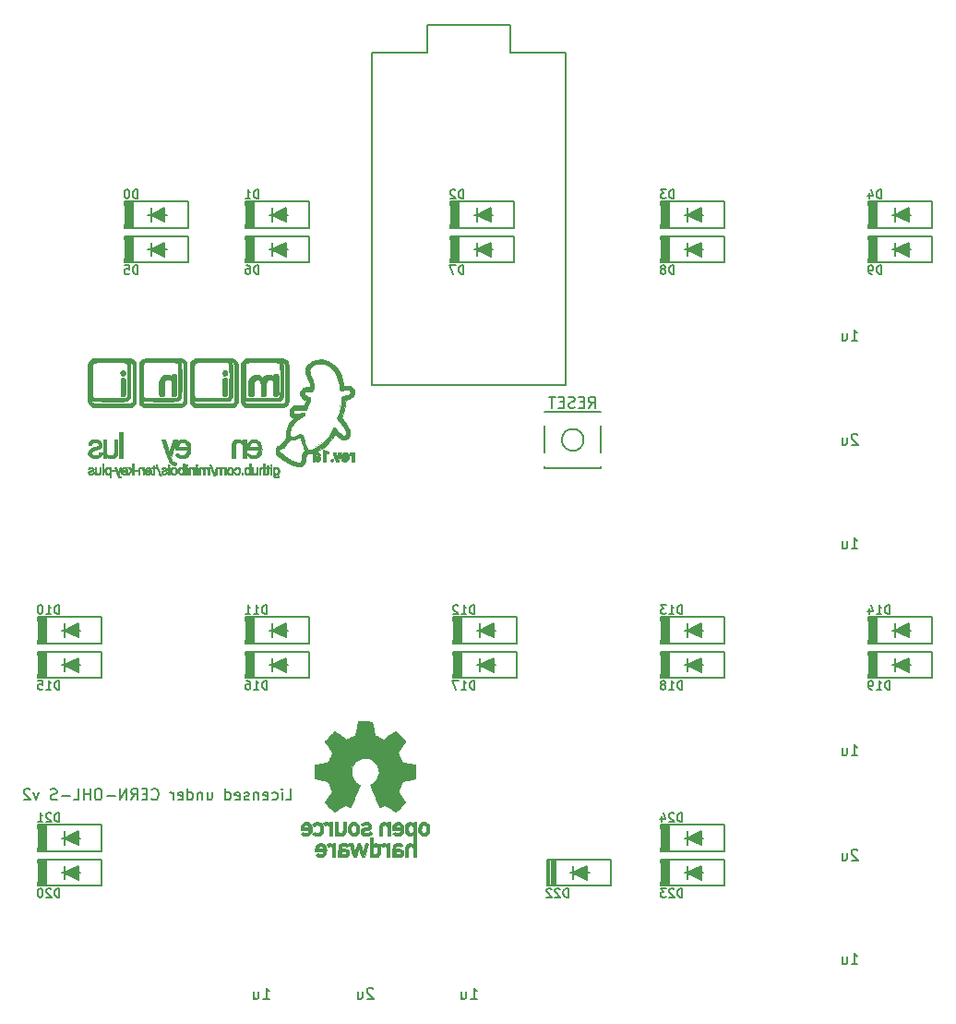
<source format=gbo>
G04 #@! TF.GenerationSoftware,KiCad,Pcbnew,(5.1.4)-1*
G04 #@! TF.CreationDate,2021-11-11T00:11:54+01:00*
G04 #@! TF.ProjectId,mini-ten-key-plus,6d696e69-2d74-4656-9e2d-6b65792d706c,rev?*
G04 #@! TF.SameCoordinates,Original*
G04 #@! TF.FileFunction,Legend,Bot*
G04 #@! TF.FilePolarity,Positive*
%FSLAX46Y46*%
G04 Gerber Fmt 4.6, Leading zero omitted, Abs format (unit mm)*
G04 Created by KiCad (PCBNEW (5.1.4)-1) date 2021-11-11 00:11:54*
%MOMM*%
%LPD*%
G04 APERTURE LIST*
%ADD10C,0.150000*%
%ADD11C,0.010000*%
%ADD12C,0.200000*%
%ADD13C,0.100000*%
%ADD14C,2.352000*%
%ADD15C,4.089800*%
%ADD16C,1.852000*%
%ADD17R,2.102000X2.102000*%
%ADD18C,2.102000*%
%ADD19C,3.302000*%
%ADD20C,1.702000*%
%ADD21R,1.702000X1.702000*%
%ADD22R,1.302000X1.302000*%
%ADD23C,4.502000*%
%ADD24C,3.150000*%
%ADD25R,1.902000X1.202000*%
G04 APERTURE END LIST*
D10*
X271406845Y-106703869D02*
X271359226Y-106656250D01*
X271263988Y-106608630D01*
X271025892Y-106608630D01*
X270930654Y-106656250D01*
X270883035Y-106703869D01*
X270835416Y-106799107D01*
X270835416Y-106894345D01*
X270883035Y-107037202D01*
X271454464Y-107608630D01*
X270835416Y-107608630D01*
X269978273Y-106941964D02*
X269978273Y-107608630D01*
X270406845Y-106941964D02*
X270406845Y-107465773D01*
X270359226Y-107561011D01*
X270263988Y-107608630D01*
X270121130Y-107608630D01*
X270025892Y-107561011D01*
X269978273Y-107513392D01*
X270835416Y-117133630D02*
X271406845Y-117133630D01*
X271121130Y-117133630D02*
X271121130Y-116133630D01*
X271216369Y-116276488D01*
X271311607Y-116371726D01*
X271406845Y-116419345D01*
X269978273Y-116466964D02*
X269978273Y-117133630D01*
X270406845Y-116466964D02*
X270406845Y-116990773D01*
X270359226Y-117086011D01*
X270263988Y-117133630D01*
X270121130Y-117133630D01*
X270025892Y-117086011D01*
X269978273Y-117038392D01*
X270835416Y-98051880D02*
X271406845Y-98051880D01*
X271121130Y-98051880D02*
X271121130Y-97051880D01*
X271216369Y-97194738D01*
X271311607Y-97289976D01*
X271406845Y-97337595D01*
X269978273Y-97385214D02*
X269978273Y-98051880D01*
X270406845Y-97385214D02*
X270406845Y-97909023D01*
X270359226Y-98004261D01*
X270263988Y-98051880D01*
X270121130Y-98051880D01*
X270025892Y-98004261D01*
X269978273Y-97956642D01*
X270835416Y-136088380D02*
X271406845Y-136088380D01*
X271121130Y-136088380D02*
X271121130Y-135088380D01*
X271216369Y-135231238D01*
X271311607Y-135326476D01*
X271406845Y-135374095D01*
X269978273Y-135421714D02*
X269978273Y-136088380D01*
X270406845Y-135421714D02*
X270406845Y-135945523D01*
X270359226Y-136040761D01*
X270263988Y-136088380D01*
X270121130Y-136088380D01*
X270025892Y-136040761D01*
X269978273Y-135993142D01*
X271406845Y-144803869D02*
X271359226Y-144756250D01*
X271263988Y-144708630D01*
X271025892Y-144708630D01*
X270930654Y-144756250D01*
X270883035Y-144803869D01*
X270835416Y-144899107D01*
X270835416Y-144994345D01*
X270883035Y-145137202D01*
X271454464Y-145708630D01*
X270835416Y-145708630D01*
X269978273Y-145041964D02*
X269978273Y-145708630D01*
X270406845Y-145041964D02*
X270406845Y-145565773D01*
X270359226Y-145661011D01*
X270263988Y-145708630D01*
X270121130Y-145708630D01*
X270025892Y-145661011D01*
X269978273Y-145613392D01*
X270835416Y-155233630D02*
X271406845Y-155233630D01*
X271121130Y-155233630D02*
X271121130Y-154233630D01*
X271216369Y-154376488D01*
X271311607Y-154471726D01*
X271406845Y-154519345D01*
X269978273Y-154566964D02*
X269978273Y-155233630D01*
X270406845Y-154566964D02*
X270406845Y-155090773D01*
X270359226Y-155186011D01*
X270263988Y-155233630D01*
X270121130Y-155233630D01*
X270025892Y-155186011D01*
X269978273Y-155138392D01*
X235910416Y-158408630D02*
X236481845Y-158408630D01*
X236196130Y-158408630D02*
X236196130Y-157408630D01*
X236291369Y-157551488D01*
X236386607Y-157646726D01*
X236481845Y-157694345D01*
X235053273Y-157741964D02*
X235053273Y-158408630D01*
X235481845Y-157741964D02*
X235481845Y-158265773D01*
X235434226Y-158361011D01*
X235338988Y-158408630D01*
X235196130Y-158408630D01*
X235100892Y-158361011D01*
X235053273Y-158313392D01*
X226956845Y-157503869D02*
X226909226Y-157456250D01*
X226813988Y-157408630D01*
X226575892Y-157408630D01*
X226480654Y-157456250D01*
X226433035Y-157503869D01*
X226385416Y-157599107D01*
X226385416Y-157694345D01*
X226433035Y-157837202D01*
X227004464Y-158408630D01*
X226385416Y-158408630D01*
X225528273Y-157741964D02*
X225528273Y-158408630D01*
X225956845Y-157741964D02*
X225956845Y-158265773D01*
X225909226Y-158361011D01*
X225813988Y-158408630D01*
X225671130Y-158408630D01*
X225575892Y-158361011D01*
X225528273Y-158313392D01*
X216860416Y-158408630D02*
X217431845Y-158408630D01*
X217146130Y-158408630D02*
X217146130Y-157408630D01*
X217241369Y-157551488D01*
X217336607Y-157646726D01*
X217431845Y-157694345D01*
X216003273Y-157741964D02*
X216003273Y-158408630D01*
X216431845Y-157741964D02*
X216431845Y-158265773D01*
X216384226Y-158361011D01*
X216288988Y-158408630D01*
X216146130Y-158408630D01*
X216050892Y-158361011D01*
X216003273Y-158313392D01*
D11*
G36*
X203530999Y-110132283D02*
G01*
X203690333Y-109656033D01*
X203762667Y-109656033D01*
X203810939Y-109660113D01*
X203834502Y-109670114D01*
X203834960Y-109671908D01*
X203828097Y-109696232D01*
X203809147Y-109753304D01*
X203780527Y-109836100D01*
X203744653Y-109937596D01*
X203717755Y-110012585D01*
X203666985Y-110158979D01*
X203632720Y-110270724D01*
X203615330Y-110346492D01*
X203614465Y-110383002D01*
X203650808Y-110452692D01*
X203704429Y-110494579D01*
X203743030Y-110502700D01*
X203778680Y-110510263D01*
X203791645Y-110541242D01*
X203792667Y-110566200D01*
X203788432Y-110609101D01*
X203767116Y-110626515D01*
X203719763Y-110629700D01*
X203636354Y-110610495D01*
X203592505Y-110582075D01*
X203568024Y-110551917D01*
X203538990Y-110498657D01*
X203503646Y-110418209D01*
X203460235Y-110306489D01*
X203407000Y-110159412D01*
X203390242Y-110111758D01*
X203346308Y-109985456D01*
X203307564Y-109872642D01*
X203276069Y-109779430D01*
X203253881Y-109711932D01*
X203243059Y-109676262D01*
X203242333Y-109672550D01*
X203260891Y-109661420D01*
X203306244Y-109656108D01*
X203312967Y-109656033D01*
X203383601Y-109656033D01*
X203530999Y-110132283D01*
X203530999Y-110132283D01*
G37*
X203530999Y-110132283D02*
X203690333Y-109656033D01*
X203762667Y-109656033D01*
X203810939Y-109660113D01*
X203834502Y-109670114D01*
X203834960Y-109671908D01*
X203828097Y-109696232D01*
X203809147Y-109753304D01*
X203780527Y-109836100D01*
X203744653Y-109937596D01*
X203717755Y-110012585D01*
X203666985Y-110158979D01*
X203632720Y-110270724D01*
X203615330Y-110346492D01*
X203614465Y-110383002D01*
X203650808Y-110452692D01*
X203704429Y-110494579D01*
X203743030Y-110502700D01*
X203778680Y-110510263D01*
X203791645Y-110541242D01*
X203792667Y-110566200D01*
X203788432Y-110609101D01*
X203767116Y-110626515D01*
X203719763Y-110629700D01*
X203636354Y-110610495D01*
X203592505Y-110582075D01*
X203568024Y-110551917D01*
X203538990Y-110498657D01*
X203503646Y-110418209D01*
X203460235Y-110306489D01*
X203407000Y-110159412D01*
X203390242Y-110111758D01*
X203346308Y-109985456D01*
X203307564Y-109872642D01*
X203276069Y-109779430D01*
X203253881Y-109711932D01*
X203243059Y-109676262D01*
X203242333Y-109672550D01*
X203260891Y-109661420D01*
X203306244Y-109656108D01*
X203312967Y-109656033D01*
X203383601Y-109656033D01*
X203530999Y-110132283D01*
G36*
X218140124Y-109651102D02*
G01*
X218216825Y-109685231D01*
X218277183Y-109749124D01*
X218317567Y-109845821D01*
X218335908Y-109969764D01*
X218336812Y-110007428D01*
X218323320Y-110143682D01*
X218282570Y-110248098D01*
X218214154Y-110321569D01*
X218184547Y-110339643D01*
X218109876Y-110362758D01*
X218025794Y-110365656D01*
X217950558Y-110349008D01*
X217917175Y-110329846D01*
X217894725Y-110321919D01*
X217887461Y-110341656D01*
X217893507Y-110377980D01*
X217910986Y-110419813D01*
X217938022Y-110456077D01*
X217938656Y-110456677D01*
X218008581Y-110495363D01*
X218091515Y-110496885D01*
X218178774Y-110461775D01*
X218223996Y-110436288D01*
X218250168Y-110433249D01*
X218274006Y-110452455D01*
X218281389Y-110460520D01*
X218303836Y-110497999D01*
X218293884Y-110531028D01*
X218248165Y-110564881D01*
X218199263Y-110589106D01*
X218092070Y-110623267D01*
X217991479Y-110620926D01*
X217898262Y-110589416D01*
X217847689Y-110561667D01*
X217809092Y-110526483D01*
X217780922Y-110478192D01*
X217761630Y-110411119D01*
X217749666Y-110319592D01*
X217743480Y-110197938D01*
X217741524Y-110040484D01*
X217741500Y-110015438D01*
X217741500Y-110005283D01*
X217889667Y-110005283D01*
X217891741Y-110092752D01*
X217899563Y-110149402D01*
X217915528Y-110186615D01*
X217932000Y-110206367D01*
X217994565Y-110243151D01*
X218064997Y-110239932D01*
X218137195Y-110197616D01*
X218169819Y-110165295D01*
X218187707Y-110130449D01*
X218195184Y-110079333D01*
X218196583Y-110008821D01*
X218194047Y-109928182D01*
X218183897Y-109875426D01*
X218162325Y-109836274D01*
X218145269Y-109816488D01*
X218080119Y-109772275D01*
X218009091Y-109764516D01*
X217943451Y-109793860D01*
X217932000Y-109804200D01*
X217909228Y-109834752D01*
X217896207Y-109877105D01*
X217890541Y-109942640D01*
X217889667Y-110005283D01*
X217741500Y-110005283D01*
X217741500Y-109656033D01*
X217803236Y-109656033D01*
X217849735Y-109662746D01*
X217872318Y-109678072D01*
X217894693Y-109685204D01*
X217944395Y-109667766D01*
X217950010Y-109665019D01*
X218041613Y-109641161D01*
X218140124Y-109651102D01*
X218140124Y-109651102D01*
G37*
X218140124Y-109651102D02*
X218216825Y-109685231D01*
X218277183Y-109749124D01*
X218317567Y-109845821D01*
X218335908Y-109969764D01*
X218336812Y-110007428D01*
X218323320Y-110143682D01*
X218282570Y-110248098D01*
X218214154Y-110321569D01*
X218184547Y-110339643D01*
X218109876Y-110362758D01*
X218025794Y-110365656D01*
X217950558Y-110349008D01*
X217917175Y-110329846D01*
X217894725Y-110321919D01*
X217887461Y-110341656D01*
X217893507Y-110377980D01*
X217910986Y-110419813D01*
X217938022Y-110456077D01*
X217938656Y-110456677D01*
X218008581Y-110495363D01*
X218091515Y-110496885D01*
X218178774Y-110461775D01*
X218223996Y-110436288D01*
X218250168Y-110433249D01*
X218274006Y-110452455D01*
X218281389Y-110460520D01*
X218303836Y-110497999D01*
X218293884Y-110531028D01*
X218248165Y-110564881D01*
X218199263Y-110589106D01*
X218092070Y-110623267D01*
X217991479Y-110620926D01*
X217898262Y-110589416D01*
X217847689Y-110561667D01*
X217809092Y-110526483D01*
X217780922Y-110478192D01*
X217761630Y-110411119D01*
X217749666Y-110319592D01*
X217743480Y-110197938D01*
X217741524Y-110040484D01*
X217741500Y-110015438D01*
X217741500Y-110005283D01*
X217889667Y-110005283D01*
X217891741Y-110092752D01*
X217899563Y-110149402D01*
X217915528Y-110186615D01*
X217932000Y-110206367D01*
X217994565Y-110243151D01*
X218064997Y-110239932D01*
X218137195Y-110197616D01*
X218169819Y-110165295D01*
X218187707Y-110130449D01*
X218195184Y-110079333D01*
X218196583Y-110008821D01*
X218194047Y-109928182D01*
X218183897Y-109875426D01*
X218162325Y-109836274D01*
X218145269Y-109816488D01*
X218080119Y-109772275D01*
X218009091Y-109764516D01*
X217943451Y-109793860D01*
X217932000Y-109804200D01*
X217909228Y-109834752D01*
X217896207Y-109877105D01*
X217890541Y-109942640D01*
X217889667Y-110005283D01*
X217741500Y-110005283D01*
X217741500Y-109656033D01*
X217803236Y-109656033D01*
X217849735Y-109662746D01*
X217872318Y-109678072D01*
X217894693Y-109685204D01*
X217944395Y-109667766D01*
X217950010Y-109665019D01*
X218041613Y-109641161D01*
X218140124Y-109651102D01*
G36*
X202667704Y-109654018D02*
G01*
X202682106Y-109659117D01*
X202736933Y-109675374D01*
X202771059Y-109678836D01*
X202776667Y-109674577D01*
X202795070Y-109661553D01*
X202839409Y-109656034D01*
X202840167Y-109656033D01*
X202903667Y-109656033D01*
X202903667Y-110608533D01*
X202776667Y-110608533D01*
X202776667Y-110317151D01*
X202690002Y-110347010D01*
X202579800Y-110367353D01*
X202484518Y-110349813D01*
X202407141Y-110297123D01*
X202350651Y-110212016D01*
X202318032Y-110097225D01*
X202312502Y-110020651D01*
X202449791Y-110020651D01*
X202465348Y-110108844D01*
X202500865Y-110179853D01*
X202551354Y-110228434D01*
X202611829Y-110249347D01*
X202677301Y-110237351D01*
X202727677Y-110202677D01*
X202753804Y-110172517D01*
X202768675Y-110135433D01*
X202775290Y-110079200D01*
X202776667Y-110003130D01*
X202775304Y-109921704D01*
X202768954Y-109870577D01*
X202754226Y-109837746D01*
X202727727Y-109811205D01*
X202720895Y-109805736D01*
X202646499Y-109768148D01*
X202575722Y-109769915D01*
X202515124Y-109808161D01*
X202471261Y-109880009D01*
X202459181Y-109920513D01*
X202449791Y-110020651D01*
X202312502Y-110020651D01*
X202311000Y-109999865D01*
X202325204Y-109867589D01*
X202366786Y-109762993D01*
X202434200Y-109688931D01*
X202496898Y-109656448D01*
X202558927Y-109638483D01*
X202608048Y-109637560D01*
X202667704Y-109654018D01*
X202667704Y-109654018D01*
G37*
X202667704Y-109654018D02*
X202682106Y-109659117D01*
X202736933Y-109675374D01*
X202771059Y-109678836D01*
X202776667Y-109674577D01*
X202795070Y-109661553D01*
X202839409Y-109656034D01*
X202840167Y-109656033D01*
X202903667Y-109656033D01*
X202903667Y-110608533D01*
X202776667Y-110608533D01*
X202776667Y-110317151D01*
X202690002Y-110347010D01*
X202579800Y-110367353D01*
X202484518Y-110349813D01*
X202407141Y-110297123D01*
X202350651Y-110212016D01*
X202318032Y-110097225D01*
X202312502Y-110020651D01*
X202449791Y-110020651D01*
X202465348Y-110108844D01*
X202500865Y-110179853D01*
X202551354Y-110228434D01*
X202611829Y-110249347D01*
X202677301Y-110237351D01*
X202727677Y-110202677D01*
X202753804Y-110172517D01*
X202768675Y-110135433D01*
X202775290Y-110079200D01*
X202776667Y-110003130D01*
X202775304Y-109921704D01*
X202768954Y-109870577D01*
X202754226Y-109837746D01*
X202727727Y-109811205D01*
X202720895Y-109805736D01*
X202646499Y-109768148D01*
X202575722Y-109769915D01*
X202515124Y-109808161D01*
X202471261Y-109880009D01*
X202459181Y-109920513D01*
X202449791Y-110020651D01*
X202312502Y-110020651D01*
X202311000Y-109999865D01*
X202325204Y-109867589D01*
X202366786Y-109762993D01*
X202434200Y-109688931D01*
X202496898Y-109656448D01*
X202558927Y-109638483D01*
X202608048Y-109637560D01*
X202667704Y-109654018D01*
G36*
X207068910Y-109424639D02*
G01*
X207086758Y-109432312D01*
X207104582Y-109451258D01*
X207125036Y-109486513D01*
X207150775Y-109543113D01*
X207184452Y-109626095D01*
X207228724Y-109740495D01*
X207263132Y-109830658D01*
X207312809Y-109960996D01*
X207359918Y-110084442D01*
X207401431Y-110193079D01*
X207434324Y-110278988D01*
X207455570Y-110334252D01*
X207457274Y-110338658D01*
X207496215Y-110439200D01*
X207432500Y-110439200D01*
X207378552Y-110428140D01*
X207350388Y-110391575D01*
X207296074Y-110250554D01*
X207240464Y-110105428D01*
X207185629Y-109961676D01*
X207133639Y-109824777D01*
X207086565Y-109700208D01*
X207046479Y-109593450D01*
X207015449Y-109509981D01*
X206995547Y-109455280D01*
X206988833Y-109434912D01*
X207007168Y-109426478D01*
X207048382Y-109423200D01*
X207068910Y-109424639D01*
X207068910Y-109424639D01*
G37*
X207068910Y-109424639D02*
X207086758Y-109432312D01*
X207104582Y-109451258D01*
X207125036Y-109486513D01*
X207150775Y-109543113D01*
X207184452Y-109626095D01*
X207228724Y-109740495D01*
X207263132Y-109830658D01*
X207312809Y-109960996D01*
X207359918Y-110084442D01*
X207401431Y-110193079D01*
X207434324Y-110278988D01*
X207455570Y-110334252D01*
X207457274Y-110338658D01*
X207496215Y-110439200D01*
X207432500Y-110439200D01*
X207378552Y-110428140D01*
X207350388Y-110391575D01*
X207296074Y-110250554D01*
X207240464Y-110105428D01*
X207185629Y-109961676D01*
X207133639Y-109824777D01*
X207086565Y-109700208D01*
X207046479Y-109593450D01*
X207015449Y-109509981D01*
X206995547Y-109455280D01*
X206988833Y-109434912D01*
X207007168Y-109426478D01*
X207048382Y-109423200D01*
X207068910Y-109424639D01*
G36*
X212022328Y-109424332D02*
G01*
X212039479Y-109430847D01*
X212056583Y-109447423D01*
X212076039Y-109478739D01*
X212100247Y-109529471D01*
X212131604Y-109604298D01*
X212172511Y-109707898D01*
X212225365Y-109844949D01*
X212244244Y-109894158D01*
X212295785Y-110028494D01*
X212342848Y-110151049D01*
X212383124Y-110255820D01*
X212414305Y-110336803D01*
X212434081Y-110387994D01*
X212439611Y-110402158D01*
X212442591Y-110428381D01*
X212416629Y-110438298D01*
X212390862Y-110439200D01*
X212342421Y-110431273D01*
X212316599Y-110412742D01*
X212298478Y-110367058D01*
X212269721Y-110293220D01*
X212232818Y-110197741D01*
X212190258Y-110087129D01*
X212144528Y-109967895D01*
X212098119Y-109846550D01*
X212053518Y-109729605D01*
X212013215Y-109623571D01*
X211979697Y-109534956D01*
X211955454Y-109470273D01*
X211942974Y-109436032D01*
X211941833Y-109432332D01*
X211960206Y-109425811D01*
X212002731Y-109423200D01*
X212022328Y-109424332D01*
X212022328Y-109424332D01*
G37*
X212022328Y-109424332D02*
X212039479Y-109430847D01*
X212056583Y-109447423D01*
X212076039Y-109478739D01*
X212100247Y-109529471D01*
X212131604Y-109604298D01*
X212172511Y-109707898D01*
X212225365Y-109844949D01*
X212244244Y-109894158D01*
X212295785Y-110028494D01*
X212342848Y-110151049D01*
X212383124Y-110255820D01*
X212414305Y-110336803D01*
X212434081Y-110387994D01*
X212439611Y-110402158D01*
X212442591Y-110428381D01*
X212416629Y-110438298D01*
X212390862Y-110439200D01*
X212342421Y-110431273D01*
X212316599Y-110412742D01*
X212298478Y-110367058D01*
X212269721Y-110293220D01*
X212232818Y-110197741D01*
X212190258Y-110087129D01*
X212144528Y-109967895D01*
X212098119Y-109846550D01*
X212053518Y-109729605D01*
X212013215Y-109623571D01*
X211979697Y-109534956D01*
X211955454Y-109470273D01*
X211942974Y-109436032D01*
X211941833Y-109432332D01*
X211960206Y-109425811D01*
X212002731Y-109423200D01*
X212022328Y-109424332D01*
G36*
X201132561Y-109650968D02*
G01*
X201223999Y-109691015D01*
X201253174Y-109712625D01*
X201298342Y-109761901D01*
X201315048Y-109819175D01*
X201316167Y-109848415D01*
X201305908Y-109919501D01*
X201271140Y-109972875D01*
X201205876Y-110014268D01*
X201107036Y-110048599D01*
X201033055Y-110074015D01*
X200972138Y-110103178D01*
X200943483Y-110124205D01*
X200919757Y-110156131D01*
X200925297Y-110181855D01*
X200945750Y-110206367D01*
X201002938Y-110240936D01*
X201054864Y-110248700D01*
X201115133Y-110236073D01*
X201169916Y-110204724D01*
X201204818Y-110164453D01*
X201210333Y-110142867D01*
X201228726Y-110128005D01*
X201273043Y-110121701D01*
X201273833Y-110121700D01*
X201319407Y-110127581D01*
X201335996Y-110151789D01*
X201337333Y-110171762D01*
X201318079Y-110239801D01*
X201267285Y-110301682D01*
X201195403Y-110345883D01*
X201172329Y-110353686D01*
X201084897Y-110371354D01*
X201007217Y-110368005D01*
X200941790Y-110352364D01*
X200866482Y-110312910D01*
X200814523Y-110251173D01*
X200789219Y-110177551D01*
X200793877Y-110102440D01*
X200831806Y-110036237D01*
X200838983Y-110029169D01*
X200888188Y-109996959D01*
X200960284Y-109964666D01*
X201015626Y-109946334D01*
X201109379Y-109914191D01*
X201163663Y-109879865D01*
X201181341Y-109841063D01*
X201176614Y-109817283D01*
X201142987Y-109781441D01*
X201087580Y-109765337D01*
X201025772Y-109768429D01*
X200972944Y-109790178D01*
X200945734Y-109825416D01*
X200922576Y-109856555D01*
X200872871Y-109867454D01*
X200859657Y-109867700D01*
X200808097Y-109863012D01*
X200789756Y-109843202D01*
X200800211Y-109799656D01*
X200811429Y-109773743D01*
X200864790Y-109703404D01*
X200942843Y-109658562D01*
X201035471Y-109640617D01*
X201132561Y-109650968D01*
X201132561Y-109650968D01*
G37*
X201132561Y-109650968D02*
X201223999Y-109691015D01*
X201253174Y-109712625D01*
X201298342Y-109761901D01*
X201315048Y-109819175D01*
X201316167Y-109848415D01*
X201305908Y-109919501D01*
X201271140Y-109972875D01*
X201205876Y-110014268D01*
X201107036Y-110048599D01*
X201033055Y-110074015D01*
X200972138Y-110103178D01*
X200943483Y-110124205D01*
X200919757Y-110156131D01*
X200925297Y-110181855D01*
X200945750Y-110206367D01*
X201002938Y-110240936D01*
X201054864Y-110248700D01*
X201115133Y-110236073D01*
X201169916Y-110204724D01*
X201204818Y-110164453D01*
X201210333Y-110142867D01*
X201228726Y-110128005D01*
X201273043Y-110121701D01*
X201273833Y-110121700D01*
X201319407Y-110127581D01*
X201335996Y-110151789D01*
X201337333Y-110171762D01*
X201318079Y-110239801D01*
X201267285Y-110301682D01*
X201195403Y-110345883D01*
X201172329Y-110353686D01*
X201084897Y-110371354D01*
X201007217Y-110368005D01*
X200941790Y-110352364D01*
X200866482Y-110312910D01*
X200814523Y-110251173D01*
X200789219Y-110177551D01*
X200793877Y-110102440D01*
X200831806Y-110036237D01*
X200838983Y-110029169D01*
X200888188Y-109996959D01*
X200960284Y-109964666D01*
X201015626Y-109946334D01*
X201109379Y-109914191D01*
X201163663Y-109879865D01*
X201181341Y-109841063D01*
X201176614Y-109817283D01*
X201142987Y-109781441D01*
X201087580Y-109765337D01*
X201025772Y-109768429D01*
X200972944Y-109790178D01*
X200945734Y-109825416D01*
X200922576Y-109856555D01*
X200872871Y-109867454D01*
X200859657Y-109867700D01*
X200808097Y-109863012D01*
X200789756Y-109843202D01*
X200800211Y-109799656D01*
X200811429Y-109773743D01*
X200864790Y-109703404D01*
X200942843Y-109658562D01*
X201035471Y-109640617D01*
X201132561Y-109650968D01*
G36*
X201549000Y-109900412D02*
G01*
X201549533Y-110006296D01*
X201552166Y-110078694D01*
X201558449Y-110126453D01*
X201569934Y-110158417D01*
X201588170Y-110183431D01*
X201600954Y-110196745D01*
X201664546Y-110238449D01*
X201731762Y-110247906D01*
X201790466Y-110224834D01*
X201812383Y-110201657D01*
X201827671Y-110168802D01*
X201837703Y-110117234D01*
X201843302Y-110039532D01*
X201845294Y-109928271D01*
X201845333Y-109905323D01*
X201845333Y-109656033D01*
X201972333Y-109656033D01*
X201972333Y-109932251D01*
X201970202Y-110071522D01*
X201962526Y-110174864D01*
X201947375Y-110248528D01*
X201922824Y-110298762D01*
X201886944Y-110331817D01*
X201842818Y-110352238D01*
X201776918Y-110370614D01*
X201720270Y-110371347D01*
X201652248Y-110353790D01*
X201628375Y-110345515D01*
X201578901Y-110331957D01*
X201551164Y-110332308D01*
X201549000Y-110335861D01*
X201530596Y-110348974D01*
X201486258Y-110354532D01*
X201485500Y-110354533D01*
X201422000Y-110354533D01*
X201422000Y-109656033D01*
X201549000Y-109656033D01*
X201549000Y-109900412D01*
X201549000Y-109900412D01*
G37*
X201549000Y-109900412D02*
X201549533Y-110006296D01*
X201552166Y-110078694D01*
X201558449Y-110126453D01*
X201569934Y-110158417D01*
X201588170Y-110183431D01*
X201600954Y-110196745D01*
X201664546Y-110238449D01*
X201731762Y-110247906D01*
X201790466Y-110224834D01*
X201812383Y-110201657D01*
X201827671Y-110168802D01*
X201837703Y-110117234D01*
X201843302Y-110039532D01*
X201845294Y-109928271D01*
X201845333Y-109905323D01*
X201845333Y-109656033D01*
X201972333Y-109656033D01*
X201972333Y-109932251D01*
X201970202Y-110071522D01*
X201962526Y-110174864D01*
X201947375Y-110248528D01*
X201922824Y-110298762D01*
X201886944Y-110331817D01*
X201842818Y-110352238D01*
X201776918Y-110370614D01*
X201720270Y-110371347D01*
X201652248Y-110353790D01*
X201628375Y-110345515D01*
X201578901Y-110331957D01*
X201551164Y-110332308D01*
X201549000Y-110335861D01*
X201530596Y-110348974D01*
X201486258Y-110354532D01*
X201485500Y-110354533D01*
X201422000Y-110354533D01*
X201422000Y-109656033D01*
X201549000Y-109656033D01*
X201549000Y-109900412D01*
G36*
X204179452Y-109650211D02*
G01*
X204276729Y-109695109D01*
X204355759Y-109776894D01*
X204358453Y-109780872D01*
X204391416Y-109859411D01*
X204407622Y-109960652D01*
X204406825Y-110068316D01*
X204388779Y-110166124D01*
X204365098Y-110221091D01*
X204291648Y-110304101D01*
X204197004Y-110354332D01*
X204089240Y-110369590D01*
X203976428Y-110347684D01*
X203945802Y-110334951D01*
X203872229Y-110290822D01*
X203840907Y-110246863D01*
X203851871Y-110203135D01*
X203862048Y-110191414D01*
X203887709Y-110172259D01*
X203915155Y-110176122D01*
X203958168Y-110203638D01*
X204019730Y-110234737D01*
X204082630Y-110248648D01*
X204085795Y-110248700D01*
X204156266Y-110230177D01*
X204220960Y-110182805D01*
X204264143Y-110118881D01*
X204268632Y-110105825D01*
X204273258Y-110085086D01*
X204268242Y-110071458D01*
X204246672Y-110063448D01*
X204201636Y-110059563D01*
X204126221Y-110058310D01*
X204048093Y-110058200D01*
X203813833Y-110058200D01*
X203813951Y-109989408D01*
X203826153Y-109892556D01*
X203962000Y-109892556D01*
X203966816Y-109912455D01*
X203987014Y-109924122D01*
X204031215Y-109929663D01*
X204108041Y-109931187D01*
X204120086Y-109931200D01*
X204200558Y-109930210D01*
X204246582Y-109925902D01*
X204266023Y-109916267D01*
X204266747Y-109899296D01*
X204265098Y-109894158D01*
X204228623Y-109831662D01*
X204174951Y-109783493D01*
X204118340Y-109762061D01*
X204113133Y-109761867D01*
X204056941Y-109777523D01*
X204003830Y-109816008D01*
X203968521Y-109864589D01*
X203962000Y-109892556D01*
X203826153Y-109892556D01*
X203829843Y-109863271D01*
X203875169Y-109761929D01*
X203947112Y-109689194D01*
X204042853Y-109648883D01*
X204068795Y-109644490D01*
X204179452Y-109650211D01*
X204179452Y-109650211D01*
G37*
X204179452Y-109650211D02*
X204276729Y-109695109D01*
X204355759Y-109776894D01*
X204358453Y-109780872D01*
X204391416Y-109859411D01*
X204407622Y-109960652D01*
X204406825Y-110068316D01*
X204388779Y-110166124D01*
X204365098Y-110221091D01*
X204291648Y-110304101D01*
X204197004Y-110354332D01*
X204089240Y-110369590D01*
X203976428Y-110347684D01*
X203945802Y-110334951D01*
X203872229Y-110290822D01*
X203840907Y-110246863D01*
X203851871Y-110203135D01*
X203862048Y-110191414D01*
X203887709Y-110172259D01*
X203915155Y-110176122D01*
X203958168Y-110203638D01*
X204019730Y-110234737D01*
X204082630Y-110248648D01*
X204085795Y-110248700D01*
X204156266Y-110230177D01*
X204220960Y-110182805D01*
X204264143Y-110118881D01*
X204268632Y-110105825D01*
X204273258Y-110085086D01*
X204268242Y-110071458D01*
X204246672Y-110063448D01*
X204201636Y-110059563D01*
X204126221Y-110058310D01*
X204048093Y-110058200D01*
X203813833Y-110058200D01*
X203813951Y-109989408D01*
X203826153Y-109892556D01*
X203962000Y-109892556D01*
X203966816Y-109912455D01*
X203987014Y-109924122D01*
X204031215Y-109929663D01*
X204108041Y-109931187D01*
X204120086Y-109931200D01*
X204200558Y-109930210D01*
X204246582Y-109925902D01*
X204266023Y-109916267D01*
X204266747Y-109899296D01*
X204265098Y-109894158D01*
X204228623Y-109831662D01*
X204174951Y-109783493D01*
X204118340Y-109762061D01*
X204113133Y-109761867D01*
X204056941Y-109777523D01*
X204003830Y-109816008D01*
X203968521Y-109864589D01*
X203962000Y-109892556D01*
X203826153Y-109892556D01*
X203829843Y-109863271D01*
X203875169Y-109761929D01*
X203947112Y-109689194D01*
X204042853Y-109648883D01*
X204068795Y-109644490D01*
X204179452Y-109650211D01*
G36*
X206400827Y-109663097D02*
G01*
X206485850Y-109714979D01*
X206545790Y-109799509D01*
X206579386Y-109915100D01*
X206586554Y-110015867D01*
X206573317Y-110144547D01*
X206532700Y-110243183D01*
X206463207Y-110315231D01*
X206454010Y-110321501D01*
X206393822Y-110346231D01*
X206312149Y-110362640D01*
X206229496Y-110367818D01*
X206173917Y-110361252D01*
X206119910Y-110337921D01*
X206066577Y-110302288D01*
X206027362Y-110264682D01*
X206015167Y-110239267D01*
X206030031Y-110203293D01*
X206046170Y-110185819D01*
X206075070Y-110173186D01*
X206112060Y-110186317D01*
X206139396Y-110204394D01*
X206224143Y-110243833D01*
X206306244Y-110244282D01*
X206378057Y-110207364D01*
X206427697Y-110143290D01*
X206449664Y-110097611D01*
X206459615Y-110070597D01*
X206459667Y-110069834D01*
X206439916Y-110065186D01*
X206386324Y-110061421D01*
X206307382Y-110058958D01*
X206223872Y-110058200D01*
X205988077Y-110058200D01*
X206000022Y-109942466D01*
X206010940Y-109888867D01*
X206142167Y-109888867D01*
X206146164Y-109911114D01*
X206164191Y-109923859D01*
X206205298Y-109929689D01*
X206278539Y-109931188D01*
X206290333Y-109931200D01*
X206373001Y-109928931D01*
X206420012Y-109921282D01*
X206437843Y-109906991D01*
X206438500Y-109902304D01*
X206420397Y-109849194D01*
X206375847Y-109799616D01*
X206319489Y-109767303D01*
X206288797Y-109761867D01*
X206224460Y-109778216D01*
X206171536Y-109819402D01*
X206143641Y-109873633D01*
X206142167Y-109888867D01*
X206010940Y-109888867D01*
X206025266Y-109818545D01*
X206073079Y-109729535D01*
X206145579Y-109673281D01*
X206244886Y-109647627D01*
X206291985Y-109645450D01*
X206400827Y-109663097D01*
X206400827Y-109663097D01*
G37*
X206400827Y-109663097D02*
X206485850Y-109714979D01*
X206545790Y-109799509D01*
X206579386Y-109915100D01*
X206586554Y-110015867D01*
X206573317Y-110144547D01*
X206532700Y-110243183D01*
X206463207Y-110315231D01*
X206454010Y-110321501D01*
X206393822Y-110346231D01*
X206312149Y-110362640D01*
X206229496Y-110367818D01*
X206173917Y-110361252D01*
X206119910Y-110337921D01*
X206066577Y-110302288D01*
X206027362Y-110264682D01*
X206015167Y-110239267D01*
X206030031Y-110203293D01*
X206046170Y-110185819D01*
X206075070Y-110173186D01*
X206112060Y-110186317D01*
X206139396Y-110204394D01*
X206224143Y-110243833D01*
X206306244Y-110244282D01*
X206378057Y-110207364D01*
X206427697Y-110143290D01*
X206449664Y-110097611D01*
X206459615Y-110070597D01*
X206459667Y-110069834D01*
X206439916Y-110065186D01*
X206386324Y-110061421D01*
X206307382Y-110058958D01*
X206223872Y-110058200D01*
X205988077Y-110058200D01*
X206000022Y-109942466D01*
X206010940Y-109888867D01*
X206142167Y-109888867D01*
X206146164Y-109911114D01*
X206164191Y-109923859D01*
X206205298Y-109929689D01*
X206278539Y-109931188D01*
X206290333Y-109931200D01*
X206373001Y-109928931D01*
X206420012Y-109921282D01*
X206437843Y-109906991D01*
X206438500Y-109902304D01*
X206420397Y-109849194D01*
X206375847Y-109799616D01*
X206319489Y-109767303D01*
X206288797Y-109761867D01*
X206224460Y-109778216D01*
X206171536Y-109819402D01*
X206143641Y-109873633D01*
X206142167Y-109888867D01*
X206010940Y-109888867D01*
X206025266Y-109818545D01*
X206073079Y-109729535D01*
X206145579Y-109673281D01*
X206244886Y-109647627D01*
X206291985Y-109645450D01*
X206400827Y-109663097D01*
G36*
X206860217Y-109490043D02*
G01*
X206878317Y-109508161D01*
X206882900Y-109553186D01*
X206883000Y-109571367D01*
X206885507Y-109625655D01*
X206899096Y-109649789D01*
X206932864Y-109655900D01*
X206946500Y-109656033D01*
X206991882Y-109661728D01*
X207008483Y-109685938D01*
X207010000Y-109708950D01*
X207003165Y-109746768D01*
X206974113Y-109760603D01*
X206946500Y-109761867D01*
X206883000Y-109761867D01*
X206883000Y-110024914D01*
X206882682Y-110134531D01*
X206880744Y-110209934D01*
X206875712Y-110259242D01*
X206866110Y-110290572D01*
X206850462Y-110312045D01*
X206827293Y-110331780D01*
X206827229Y-110331830D01*
X206750302Y-110369554D01*
X206670598Y-110366962D01*
X206655458Y-110361682D01*
X206634999Y-110334617D01*
X206629000Y-110299853D01*
X206638618Y-110260307D01*
X206675004Y-110248756D01*
X206679652Y-110248700D01*
X206710962Y-110244558D01*
X206732417Y-110227760D01*
X206745825Y-110191751D01*
X206752993Y-110129973D01*
X206755729Y-110035870D01*
X206756000Y-109971802D01*
X206756000Y-109761867D01*
X206692500Y-109761867D01*
X206647118Y-109756171D01*
X206630516Y-109731961D01*
X206629000Y-109708950D01*
X206635834Y-109671132D01*
X206664886Y-109657297D01*
X206692500Y-109656033D01*
X206733217Y-109652690D01*
X206751317Y-109634572D01*
X206755900Y-109589547D01*
X206756000Y-109571367D01*
X206758507Y-109517078D01*
X206772096Y-109492944D01*
X206805864Y-109486833D01*
X206819500Y-109486700D01*
X206860217Y-109490043D01*
X206860217Y-109490043D01*
G37*
X206860217Y-109490043D02*
X206878317Y-109508161D01*
X206882900Y-109553186D01*
X206883000Y-109571367D01*
X206885507Y-109625655D01*
X206899096Y-109649789D01*
X206932864Y-109655900D01*
X206946500Y-109656033D01*
X206991882Y-109661728D01*
X207008483Y-109685938D01*
X207010000Y-109708950D01*
X207003165Y-109746768D01*
X206974113Y-109760603D01*
X206946500Y-109761867D01*
X206883000Y-109761867D01*
X206883000Y-110024914D01*
X206882682Y-110134531D01*
X206880744Y-110209934D01*
X206875712Y-110259242D01*
X206866110Y-110290572D01*
X206850462Y-110312045D01*
X206827293Y-110331780D01*
X206827229Y-110331830D01*
X206750302Y-110369554D01*
X206670598Y-110366962D01*
X206655458Y-110361682D01*
X206634999Y-110334617D01*
X206629000Y-110299853D01*
X206638618Y-110260307D01*
X206675004Y-110248756D01*
X206679652Y-110248700D01*
X206710962Y-110244558D01*
X206732417Y-110227760D01*
X206745825Y-110191751D01*
X206752993Y-110129973D01*
X206755729Y-110035870D01*
X206756000Y-109971802D01*
X206756000Y-109761867D01*
X206692500Y-109761867D01*
X206647118Y-109756171D01*
X206630516Y-109731961D01*
X206629000Y-109708950D01*
X206635834Y-109671132D01*
X206664886Y-109657297D01*
X206692500Y-109656033D01*
X206733217Y-109652690D01*
X206751317Y-109634572D01*
X206755900Y-109589547D01*
X206756000Y-109571367D01*
X206758507Y-109517078D01*
X206772096Y-109492944D01*
X206805864Y-109486833D01*
X206819500Y-109486700D01*
X206860217Y-109490043D01*
G36*
X207813556Y-109643986D02*
G01*
X207897832Y-109670531D01*
X207967043Y-109718706D01*
X208012508Y-109785977D01*
X208026000Y-109856281D01*
X208009807Y-109925343D01*
X207959259Y-109981283D01*
X207871401Y-110026702D01*
X207809056Y-110047295D01*
X207713237Y-110081880D01*
X207650147Y-110119967D01*
X207624239Y-110158747D01*
X207623833Y-110164033D01*
X207642665Y-110202205D01*
X207689860Y-110233124D01*
X207751466Y-110248296D01*
X207762928Y-110248700D01*
X207824355Y-110236165D01*
X207879678Y-110204931D01*
X207914695Y-110164557D01*
X207920167Y-110142867D01*
X207938560Y-110128005D01*
X207982876Y-110121701D01*
X207983667Y-110121700D01*
X208029259Y-110127598D01*
X208045846Y-110151809D01*
X208047167Y-110171526D01*
X208028028Y-110233052D01*
X207977426Y-110291818D01*
X207905583Y-110337684D01*
X207864556Y-110352703D01*
X207779839Y-110371290D01*
X207712423Y-110370362D01*
X207641329Y-110348484D01*
X207611172Y-110335375D01*
X207547027Y-110299341D01*
X207512108Y-110256219D01*
X207498330Y-110192506D01*
X207496833Y-110144416D01*
X207504055Y-110084825D01*
X207530091Y-110038969D01*
X207581501Y-110001060D01*
X207664841Y-109965311D01*
X207721526Y-109946119D01*
X207810759Y-109912819D01*
X207860725Y-109882477D01*
X207874009Y-109861391D01*
X207867772Y-109809497D01*
X207833021Y-109775847D01*
X207780461Y-109762743D01*
X207720797Y-109772490D01*
X207664732Y-109807391D01*
X207657437Y-109814783D01*
X207607642Y-109852778D01*
X207556714Y-109868312D01*
X207516065Y-109860750D01*
X207497109Y-109829455D01*
X207496833Y-109823738D01*
X207511179Y-109781011D01*
X207546707Y-109730567D01*
X207557148Y-109719462D01*
X207634534Y-109665918D01*
X207722897Y-109641604D01*
X207813556Y-109643986D01*
X207813556Y-109643986D01*
G37*
X207813556Y-109643986D02*
X207897832Y-109670531D01*
X207967043Y-109718706D01*
X208012508Y-109785977D01*
X208026000Y-109856281D01*
X208009807Y-109925343D01*
X207959259Y-109981283D01*
X207871401Y-110026702D01*
X207809056Y-110047295D01*
X207713237Y-110081880D01*
X207650147Y-110119967D01*
X207624239Y-110158747D01*
X207623833Y-110164033D01*
X207642665Y-110202205D01*
X207689860Y-110233124D01*
X207751466Y-110248296D01*
X207762928Y-110248700D01*
X207824355Y-110236165D01*
X207879678Y-110204931D01*
X207914695Y-110164557D01*
X207920167Y-110142867D01*
X207938560Y-110128005D01*
X207982876Y-110121701D01*
X207983667Y-110121700D01*
X208029259Y-110127598D01*
X208045846Y-110151809D01*
X208047167Y-110171526D01*
X208028028Y-110233052D01*
X207977426Y-110291818D01*
X207905583Y-110337684D01*
X207864556Y-110352703D01*
X207779839Y-110371290D01*
X207712423Y-110370362D01*
X207641329Y-110348484D01*
X207611172Y-110335375D01*
X207547027Y-110299341D01*
X207512108Y-110256219D01*
X207498330Y-110192506D01*
X207496833Y-110144416D01*
X207504055Y-110084825D01*
X207530091Y-110038969D01*
X207581501Y-110001060D01*
X207664841Y-109965311D01*
X207721526Y-109946119D01*
X207810759Y-109912819D01*
X207860725Y-109882477D01*
X207874009Y-109861391D01*
X207867772Y-109809497D01*
X207833021Y-109775847D01*
X207780461Y-109762743D01*
X207720797Y-109772490D01*
X207664732Y-109807391D01*
X207657437Y-109814783D01*
X207607642Y-109852778D01*
X207556714Y-109868312D01*
X207516065Y-109860750D01*
X207497109Y-109829455D01*
X207496833Y-109823738D01*
X207511179Y-109781011D01*
X207546707Y-109730567D01*
X207557148Y-109719462D01*
X207634534Y-109665918D01*
X207722897Y-109641604D01*
X207813556Y-109643986D01*
G36*
X208726990Y-109645483D02*
G01*
X208821252Y-109679809D01*
X208898701Y-109741763D01*
X208956405Y-109824712D01*
X208991430Y-109922023D01*
X209000841Y-110027063D01*
X208981705Y-110133200D01*
X208931088Y-110233800D01*
X208897448Y-110275292D01*
X208810511Y-110339409D01*
X208705613Y-110368250D01*
X208590895Y-110359866D01*
X208568767Y-110353936D01*
X208474431Y-110305522D01*
X208407955Y-110225804D01*
X208370027Y-110115941D01*
X208360837Y-110005283D01*
X208491667Y-110005283D01*
X208505709Y-110102064D01*
X208543356Y-110177226D01*
X208597885Y-110226928D01*
X208662576Y-110247328D01*
X208730707Y-110234584D01*
X208795557Y-110184854D01*
X208798936Y-110180920D01*
X208831721Y-110136479D01*
X208847204Y-110093693D01*
X208849706Y-110035498D01*
X208847113Y-109990710D01*
X208835045Y-109903772D01*
X208810856Y-109844079D01*
X208788272Y-109815073D01*
X208724266Y-109770944D01*
X208656964Y-109763523D01*
X208593213Y-109788419D01*
X208539863Y-109841240D01*
X208503760Y-109917594D01*
X208491667Y-110005283D01*
X208360837Y-110005283D01*
X208360714Y-110003810D01*
X208376259Y-109869565D01*
X208420944Y-109765508D01*
X208494422Y-109692118D01*
X208596347Y-109649875D01*
X208618851Y-109645419D01*
X208726990Y-109645483D01*
X208726990Y-109645483D01*
G37*
X208726990Y-109645483D02*
X208821252Y-109679809D01*
X208898701Y-109741763D01*
X208956405Y-109824712D01*
X208991430Y-109922023D01*
X209000841Y-110027063D01*
X208981705Y-110133200D01*
X208931088Y-110233800D01*
X208897448Y-110275292D01*
X208810511Y-110339409D01*
X208705613Y-110368250D01*
X208590895Y-110359866D01*
X208568767Y-110353936D01*
X208474431Y-110305522D01*
X208407955Y-110225804D01*
X208370027Y-110115941D01*
X208360837Y-110005283D01*
X208491667Y-110005283D01*
X208505709Y-110102064D01*
X208543356Y-110177226D01*
X208597885Y-110226928D01*
X208662576Y-110247328D01*
X208730707Y-110234584D01*
X208795557Y-110184854D01*
X208798936Y-110180920D01*
X208831721Y-110136479D01*
X208847204Y-110093693D01*
X208849706Y-110035498D01*
X208847113Y-109990710D01*
X208835045Y-109903772D01*
X208810856Y-109844079D01*
X208788272Y-109815073D01*
X208724266Y-109770944D01*
X208656964Y-109763523D01*
X208593213Y-109788419D01*
X208539863Y-109841240D01*
X208503760Y-109917594D01*
X208491667Y-110005283D01*
X208360837Y-110005283D01*
X208360714Y-110003810D01*
X208376259Y-109869565D01*
X208420944Y-109765508D01*
X208494422Y-109692118D01*
X208596347Y-109649875D01*
X208618851Y-109645419D01*
X208726990Y-109645483D01*
G36*
X209634667Y-110354533D02*
G01*
X209572930Y-110354533D01*
X209525874Y-110346442D01*
X209502289Y-110328075D01*
X209487183Y-110312543D01*
X209463484Y-110326181D01*
X209404231Y-110353431D01*
X209323879Y-110364220D01*
X209240988Y-110356882D01*
X209211925Y-110348729D01*
X209133319Y-110299381D01*
X209078423Y-110216311D01*
X209048241Y-110101527D01*
X209042348Y-110009732D01*
X209042741Y-110005395D01*
X209173274Y-110005395D01*
X209184982Y-110093320D01*
X209218246Y-110166519D01*
X209268141Y-110218975D01*
X209329740Y-110244673D01*
X209398117Y-110237599D01*
X209439457Y-110215750D01*
X209462744Y-110195245D01*
X209476811Y-110167116D01*
X209483921Y-110121234D01*
X209486339Y-110047470D01*
X209486500Y-110005283D01*
X209485389Y-109916631D01*
X209480545Y-109860158D01*
X209469706Y-109825735D01*
X209450607Y-109803234D01*
X209439457Y-109794817D01*
X209366290Y-109764733D01*
X209296025Y-109773577D01*
X209235720Y-109818150D01*
X209192437Y-109895252D01*
X209188048Y-109908757D01*
X209173274Y-110005395D01*
X209042741Y-110005395D01*
X209054832Y-109872010D01*
X209092539Y-109765535D01*
X209154741Y-109691886D01*
X209201317Y-109665015D01*
X209295894Y-109638029D01*
X209378434Y-109644873D01*
X209427432Y-109665046D01*
X209484780Y-109694964D01*
X209490932Y-109532624D01*
X209497083Y-109370283D01*
X209565875Y-109363650D01*
X209634667Y-109357018D01*
X209634667Y-110354533D01*
X209634667Y-110354533D01*
G37*
X209634667Y-110354533D02*
X209572930Y-110354533D01*
X209525874Y-110346442D01*
X209502289Y-110328075D01*
X209487183Y-110312543D01*
X209463484Y-110326181D01*
X209404231Y-110353431D01*
X209323879Y-110364220D01*
X209240988Y-110356882D01*
X209211925Y-110348729D01*
X209133319Y-110299381D01*
X209078423Y-110216311D01*
X209048241Y-110101527D01*
X209042348Y-110009732D01*
X209042741Y-110005395D01*
X209173274Y-110005395D01*
X209184982Y-110093320D01*
X209218246Y-110166519D01*
X209268141Y-110218975D01*
X209329740Y-110244673D01*
X209398117Y-110237599D01*
X209439457Y-110215750D01*
X209462744Y-110195245D01*
X209476811Y-110167116D01*
X209483921Y-110121234D01*
X209486339Y-110047470D01*
X209486500Y-110005283D01*
X209485389Y-109916631D01*
X209480545Y-109860158D01*
X209469706Y-109825735D01*
X209450607Y-109803234D01*
X209439457Y-109794817D01*
X209366290Y-109764733D01*
X209296025Y-109773577D01*
X209235720Y-109818150D01*
X209192437Y-109895252D01*
X209188048Y-109908757D01*
X209173274Y-110005395D01*
X209042741Y-110005395D01*
X209054832Y-109872010D01*
X209092539Y-109765535D01*
X209154741Y-109691886D01*
X209201317Y-109665015D01*
X209295894Y-109638029D01*
X209378434Y-109644873D01*
X209427432Y-109665046D01*
X209484780Y-109694964D01*
X209490932Y-109532624D01*
X209497083Y-109370283D01*
X209565875Y-109363650D01*
X209634667Y-109357018D01*
X209634667Y-110354533D01*
G36*
X213929893Y-109656126D02*
G01*
X214004255Y-109686441D01*
X214009266Y-109689996D01*
X214087054Y-109771902D01*
X214136073Y-109874015D01*
X214156217Y-109986768D01*
X214147380Y-110100596D01*
X214109456Y-110205933D01*
X214042341Y-110293214D01*
X214016167Y-110314690D01*
X213940040Y-110349719D01*
X213844702Y-110365430D01*
X213749851Y-110359188D01*
X213726880Y-110353397D01*
X213641759Y-110307380D01*
X213578188Y-110233049D01*
X213536913Y-110138956D01*
X213518678Y-110033657D01*
X213520318Y-110001745D01*
X213666917Y-110001745D01*
X213669453Y-110082385D01*
X213679603Y-110135141D01*
X213701175Y-110174292D01*
X213718231Y-110194078D01*
X213786662Y-110240387D01*
X213836250Y-110248700D01*
X213911978Y-110228289D01*
X213954269Y-110194078D01*
X213983723Y-110155579D01*
X213999353Y-110110574D01*
X214005135Y-110044437D01*
X214005583Y-110005283D01*
X214002850Y-109925360D01*
X213992001Y-109872942D01*
X213969061Y-109833406D01*
X213954269Y-109816488D01*
X213887540Y-109771195D01*
X213814022Y-109766630D01*
X213738748Y-109802870D01*
X213726305Y-109812950D01*
X213693681Y-109845271D01*
X213675792Y-109880117D01*
X213668316Y-109931233D01*
X213666917Y-110001745D01*
X213520318Y-110001745D01*
X213524229Y-109925704D01*
X213554311Y-109823651D01*
X213609668Y-109736052D01*
X213668637Y-109684709D01*
X213744266Y-109654984D01*
X213837291Y-109645548D01*
X213929893Y-109656126D01*
X213929893Y-109656126D01*
G37*
X213929893Y-109656126D02*
X214004255Y-109686441D01*
X214009266Y-109689996D01*
X214087054Y-109771902D01*
X214136073Y-109874015D01*
X214156217Y-109986768D01*
X214147380Y-110100596D01*
X214109456Y-110205933D01*
X214042341Y-110293214D01*
X214016167Y-110314690D01*
X213940040Y-110349719D01*
X213844702Y-110365430D01*
X213749851Y-110359188D01*
X213726880Y-110353397D01*
X213641759Y-110307380D01*
X213578188Y-110233049D01*
X213536913Y-110138956D01*
X213518678Y-110033657D01*
X213520318Y-110001745D01*
X213666917Y-110001745D01*
X213669453Y-110082385D01*
X213679603Y-110135141D01*
X213701175Y-110174292D01*
X213718231Y-110194078D01*
X213786662Y-110240387D01*
X213836250Y-110248700D01*
X213911978Y-110228289D01*
X213954269Y-110194078D01*
X213983723Y-110155579D01*
X213999353Y-110110574D01*
X214005135Y-110044437D01*
X214005583Y-110005283D01*
X214002850Y-109925360D01*
X213992001Y-109872942D01*
X213969061Y-109833406D01*
X213954269Y-109816488D01*
X213887540Y-109771195D01*
X213814022Y-109766630D01*
X213738748Y-109802870D01*
X213726305Y-109812950D01*
X213693681Y-109845271D01*
X213675792Y-109880117D01*
X213668316Y-109931233D01*
X213666917Y-110001745D01*
X213520318Y-110001745D01*
X213524229Y-109925704D01*
X213554311Y-109823651D01*
X213609668Y-109736052D01*
X213668637Y-109684709D01*
X213744266Y-109654984D01*
X213837291Y-109645548D01*
X213929893Y-109656126D01*
G36*
X214523982Y-109645419D02*
G01*
X214626436Y-109681883D01*
X214703643Y-109750507D01*
X214753711Y-109848139D01*
X214774749Y-109971631D01*
X214772450Y-110059087D01*
X214744858Y-110184080D01*
X214689533Y-110279002D01*
X214609771Y-110341498D01*
X214508872Y-110369210D01*
X214390131Y-110359783D01*
X214361880Y-110352474D01*
X214301305Y-110321420D01*
X214243772Y-110270480D01*
X214201209Y-110212505D01*
X214185500Y-110162409D01*
X214200188Y-110128729D01*
X214237226Y-110120217D01*
X214286071Y-110135391D01*
X214336182Y-110172767D01*
X214347498Y-110185200D01*
X214409712Y-110236172D01*
X214473303Y-110250117D01*
X214533146Y-110231837D01*
X214584114Y-110186137D01*
X214621082Y-110117818D01*
X214638923Y-110031684D01*
X214632511Y-109932538D01*
X214629985Y-109920513D01*
X214596357Y-109839008D01*
X214543914Y-109785908D01*
X214481127Y-109763591D01*
X214416469Y-109774432D01*
X214358409Y-109820808D01*
X214344526Y-109840426D01*
X214301417Y-109890996D01*
X214250689Y-109908801D01*
X214241062Y-109909218D01*
X214200172Y-109906263D01*
X214187580Y-109887342D01*
X214193763Y-109842259D01*
X214231148Y-109754954D01*
X214299285Y-109689201D01*
X214390022Y-109649858D01*
X214495205Y-109641785D01*
X214523982Y-109645419D01*
X214523982Y-109645419D01*
G37*
X214523982Y-109645419D02*
X214626436Y-109681883D01*
X214703643Y-109750507D01*
X214753711Y-109848139D01*
X214774749Y-109971631D01*
X214772450Y-110059087D01*
X214744858Y-110184080D01*
X214689533Y-110279002D01*
X214609771Y-110341498D01*
X214508872Y-110369210D01*
X214390131Y-110359783D01*
X214361880Y-110352474D01*
X214301305Y-110321420D01*
X214243772Y-110270480D01*
X214201209Y-110212505D01*
X214185500Y-110162409D01*
X214200188Y-110128729D01*
X214237226Y-110120217D01*
X214286071Y-110135391D01*
X214336182Y-110172767D01*
X214347498Y-110185200D01*
X214409712Y-110236172D01*
X214473303Y-110250117D01*
X214533146Y-110231837D01*
X214584114Y-110186137D01*
X214621082Y-110117818D01*
X214638923Y-110031684D01*
X214632511Y-109932538D01*
X214629985Y-109920513D01*
X214596357Y-109839008D01*
X214543914Y-109785908D01*
X214481127Y-109763591D01*
X214416469Y-109774432D01*
X214358409Y-109820808D01*
X214344526Y-109840426D01*
X214301417Y-109890996D01*
X214250689Y-109908801D01*
X214241062Y-109909218D01*
X214200172Y-109906263D01*
X214187580Y-109887342D01*
X214193763Y-109842259D01*
X214231148Y-109754954D01*
X214299285Y-109689201D01*
X214390022Y-109649858D01*
X214495205Y-109641785D01*
X214523982Y-109645419D01*
G36*
X215709500Y-110354533D02*
G01*
X215646000Y-110354533D01*
X215597457Y-110346363D01*
X215582500Y-110319681D01*
X215582500Y-110319503D01*
X215579262Y-110296254D01*
X215562342Y-110303289D01*
X215544905Y-110318495D01*
X215477496Y-110354519D01*
X215391464Y-110367091D01*
X215304279Y-110354882D01*
X215266795Y-110339643D01*
X215192545Y-110282139D01*
X215144428Y-110199250D01*
X215120470Y-110086581D01*
X215116866Y-110005613D01*
X215116891Y-110005283D01*
X215254417Y-110005283D01*
X215257150Y-110085206D01*
X215267999Y-110137624D01*
X215290939Y-110177160D01*
X215305731Y-110194078D01*
X215371658Y-110239012D01*
X215442588Y-110244458D01*
X215510103Y-110209953D01*
X215515009Y-110205542D01*
X215539526Y-110176653D01*
X215553619Y-110139255D01*
X215559985Y-110081653D01*
X215561333Y-110004459D01*
X215559231Y-109917174D01*
X215551316Y-109860664D01*
X215535172Y-109823507D01*
X215519000Y-109804200D01*
X215455780Y-109767384D01*
X215384927Y-109767800D01*
X215317707Y-109804799D01*
X215305731Y-109816488D01*
X215276277Y-109854987D01*
X215260647Y-109899992D01*
X215254865Y-109966129D01*
X215254417Y-110005283D01*
X215116891Y-110005283D01*
X215127274Y-109873421D01*
X215159743Y-109774047D01*
X215216237Y-109703053D01*
X215265000Y-109670923D01*
X215340576Y-109647827D01*
X215425072Y-109644924D01*
X215500423Y-109661557D01*
X215533825Y-109680720D01*
X215547627Y-109684592D01*
X215556062Y-109664156D01*
X215560255Y-109613311D01*
X215561333Y-109531625D01*
X215561333Y-109359700D01*
X215709500Y-109359700D01*
X215709500Y-110354533D01*
X215709500Y-110354533D01*
G37*
X215709500Y-110354533D02*
X215646000Y-110354533D01*
X215597457Y-110346363D01*
X215582500Y-110319681D01*
X215582500Y-110319503D01*
X215579262Y-110296254D01*
X215562342Y-110303289D01*
X215544905Y-110318495D01*
X215477496Y-110354519D01*
X215391464Y-110367091D01*
X215304279Y-110354882D01*
X215266795Y-110339643D01*
X215192545Y-110282139D01*
X215144428Y-110199250D01*
X215120470Y-110086581D01*
X215116866Y-110005613D01*
X215116891Y-110005283D01*
X215254417Y-110005283D01*
X215257150Y-110085206D01*
X215267999Y-110137624D01*
X215290939Y-110177160D01*
X215305731Y-110194078D01*
X215371658Y-110239012D01*
X215442588Y-110244458D01*
X215510103Y-110209953D01*
X215515009Y-110205542D01*
X215539526Y-110176653D01*
X215553619Y-110139255D01*
X215559985Y-110081653D01*
X215561333Y-110004459D01*
X215559231Y-109917174D01*
X215551316Y-109860664D01*
X215535172Y-109823507D01*
X215519000Y-109804200D01*
X215455780Y-109767384D01*
X215384927Y-109767800D01*
X215317707Y-109804799D01*
X215305731Y-109816488D01*
X215276277Y-109854987D01*
X215260647Y-109899992D01*
X215254865Y-109966129D01*
X215254417Y-110005283D01*
X215116891Y-110005283D01*
X215127274Y-109873421D01*
X215159743Y-109774047D01*
X215216237Y-109703053D01*
X215265000Y-109670923D01*
X215340576Y-109647827D01*
X215425072Y-109644924D01*
X215500423Y-109661557D01*
X215533825Y-109680720D01*
X215547627Y-109684592D01*
X215556062Y-109664156D01*
X215560255Y-109613311D01*
X215561333Y-109531625D01*
X215561333Y-109359700D01*
X215709500Y-109359700D01*
X215709500Y-110354533D01*
G36*
X215942333Y-109908497D02*
G01*
X215942690Y-110015586D01*
X215944809Y-110088687D01*
X215950260Y-110136147D01*
X215960614Y-110166312D01*
X215977442Y-110187526D01*
X215998104Y-110204830D01*
X216069196Y-110241980D01*
X216136612Y-110243169D01*
X216184238Y-110215438D01*
X216198801Y-110192568D01*
X216208592Y-110153604D01*
X216214416Y-110091363D01*
X216217080Y-109998660D01*
X216217500Y-109919105D01*
X216217500Y-109656033D01*
X216368866Y-109656033D01*
X216361975Y-109951946D01*
X216358896Y-110069687D01*
X216355151Y-110152913D01*
X216349362Y-110209433D01*
X216340152Y-110247059D01*
X216326143Y-110273603D01*
X216305958Y-110296874D01*
X216300104Y-110302777D01*
X216224530Y-110350535D01*
X216131522Y-110368613D01*
X216035818Y-110354844D01*
X216011125Y-110345249D01*
X215966415Y-110329963D01*
X215943235Y-110331543D01*
X215942333Y-110334388D01*
X215923936Y-110348534D01*
X215879610Y-110354532D01*
X215878833Y-110354533D01*
X215815333Y-110354533D01*
X215815333Y-109656033D01*
X215942333Y-109656033D01*
X215942333Y-109908497D01*
X215942333Y-109908497D01*
G37*
X215942333Y-109908497D02*
X215942690Y-110015586D01*
X215944809Y-110088687D01*
X215950260Y-110136147D01*
X215960614Y-110166312D01*
X215977442Y-110187526D01*
X215998104Y-110204830D01*
X216069196Y-110241980D01*
X216136612Y-110243169D01*
X216184238Y-110215438D01*
X216198801Y-110192568D01*
X216208592Y-110153604D01*
X216214416Y-110091363D01*
X216217080Y-109998660D01*
X216217500Y-109919105D01*
X216217500Y-109656033D01*
X216368866Y-109656033D01*
X216361975Y-109951946D01*
X216358896Y-110069687D01*
X216355151Y-110152913D01*
X216349362Y-110209433D01*
X216340152Y-110247059D01*
X216326143Y-110273603D01*
X216305958Y-110296874D01*
X216300104Y-110302777D01*
X216224530Y-110350535D01*
X216131522Y-110368613D01*
X216035818Y-110354844D01*
X216011125Y-110345249D01*
X215966415Y-110329963D01*
X215943235Y-110331543D01*
X215942333Y-110334388D01*
X215923936Y-110348534D01*
X215879610Y-110354532D01*
X215878833Y-110354533D01*
X215815333Y-110354533D01*
X215815333Y-109656033D01*
X215942333Y-109656033D01*
X215942333Y-109908497D01*
G36*
X217316550Y-109490043D02*
G01*
X217334650Y-109508161D01*
X217339233Y-109553186D01*
X217339333Y-109571367D01*
X217341841Y-109625655D01*
X217355429Y-109649789D01*
X217389198Y-109655900D01*
X217402833Y-109656033D01*
X217448215Y-109661728D01*
X217464817Y-109685938D01*
X217466333Y-109708950D01*
X217459499Y-109746768D01*
X217430447Y-109760603D01*
X217402833Y-109761867D01*
X217339333Y-109761867D01*
X217339333Y-110024914D01*
X217339015Y-110134531D01*
X217337078Y-110209934D01*
X217332045Y-110259242D01*
X217322443Y-110290572D01*
X217306795Y-110312045D01*
X217283626Y-110331780D01*
X217283562Y-110331830D01*
X217206636Y-110369554D01*
X217126932Y-110366962D01*
X217111792Y-110361682D01*
X217091332Y-110334617D01*
X217085333Y-110299853D01*
X217094951Y-110260307D01*
X217131337Y-110248756D01*
X217135985Y-110248700D01*
X217167296Y-110244558D01*
X217188751Y-110227760D01*
X217202158Y-110191751D01*
X217209326Y-110129973D01*
X217212062Y-110035870D01*
X217212333Y-109971802D01*
X217212333Y-109761867D01*
X217148833Y-109761867D01*
X217103451Y-109756171D01*
X217086850Y-109731961D01*
X217085333Y-109708950D01*
X217092168Y-109671132D01*
X217121220Y-109657297D01*
X217148833Y-109656033D01*
X217189550Y-109652690D01*
X217207650Y-109634572D01*
X217212233Y-109589547D01*
X217212333Y-109571367D01*
X217214841Y-109517078D01*
X217228429Y-109492944D01*
X217262198Y-109486833D01*
X217275833Y-109486700D01*
X217316550Y-109490043D01*
X217316550Y-109490043D01*
G37*
X217316550Y-109490043D02*
X217334650Y-109508161D01*
X217339233Y-109553186D01*
X217339333Y-109571367D01*
X217341841Y-109625655D01*
X217355429Y-109649789D01*
X217389198Y-109655900D01*
X217402833Y-109656033D01*
X217448215Y-109661728D01*
X217464817Y-109685938D01*
X217466333Y-109708950D01*
X217459499Y-109746768D01*
X217430447Y-109760603D01*
X217402833Y-109761867D01*
X217339333Y-109761867D01*
X217339333Y-110024914D01*
X217339015Y-110134531D01*
X217337078Y-110209934D01*
X217332045Y-110259242D01*
X217322443Y-110290572D01*
X217306795Y-110312045D01*
X217283626Y-110331780D01*
X217283562Y-110331830D01*
X217206636Y-110369554D01*
X217126932Y-110366962D01*
X217111792Y-110361682D01*
X217091332Y-110334617D01*
X217085333Y-110299853D01*
X217094951Y-110260307D01*
X217131337Y-110248756D01*
X217135985Y-110248700D01*
X217167296Y-110244558D01*
X217188751Y-110227760D01*
X217202158Y-110191751D01*
X217209326Y-110129973D01*
X217212062Y-110035870D01*
X217212333Y-109971802D01*
X217212333Y-109761867D01*
X217148833Y-109761867D01*
X217103451Y-109756171D01*
X217086850Y-109731961D01*
X217085333Y-109708950D01*
X217092168Y-109671132D01*
X217121220Y-109657297D01*
X217148833Y-109656033D01*
X217189550Y-109652690D01*
X217207650Y-109634572D01*
X217212233Y-109589547D01*
X217212333Y-109571367D01*
X217214841Y-109517078D01*
X217228429Y-109492944D01*
X217262198Y-109486833D01*
X217275833Y-109486700D01*
X217316550Y-109490043D01*
G36*
X202226333Y-110354533D02*
G01*
X202078167Y-110354533D01*
X202078167Y-109359700D01*
X202226333Y-109359700D01*
X202226333Y-110354533D01*
X202226333Y-110354533D01*
G37*
X202226333Y-110354533D02*
X202078167Y-110354533D01*
X202078167Y-109359700D01*
X202226333Y-109359700D01*
X202226333Y-110354533D01*
G36*
X204978000Y-110354533D02*
G01*
X204829833Y-110354533D01*
X204829833Y-110230125D01*
X204825731Y-110140333D01*
X204811934Y-110089502D01*
X204786208Y-110077310D01*
X204746319Y-110103434D01*
X204690034Y-110167554D01*
X204660926Y-110205791D01*
X204606460Y-110277602D01*
X204567596Y-110321611D01*
X204535502Y-110344586D01*
X204501342Y-110353293D01*
X204466747Y-110354533D01*
X204412728Y-110350753D01*
X204395303Y-110338075D01*
X204398514Y-110328075D01*
X204417553Y-110300422D01*
X204455736Y-110248009D01*
X204506531Y-110179736D01*
X204537346Y-110138824D01*
X204590505Y-110065754D01*
X204632131Y-110003203D01*
X204656510Y-109960043D01*
X204660500Y-109947601D01*
X204646284Y-109919990D01*
X204608674Y-109872798D01*
X204555221Y-109815329D01*
X204544083Y-109804200D01*
X204488786Y-109747585D01*
X204447716Y-109701715D01*
X204428298Y-109674985D01*
X204427667Y-109672631D01*
X204446430Y-109662149D01*
X204493194Y-109656405D01*
X204510642Y-109656033D01*
X204554591Y-109659045D01*
X204591340Y-109672431D01*
X204630807Y-109702720D01*
X204682910Y-109756439D01*
X204711631Y-109788325D01*
X204829643Y-109920617D01*
X204829738Y-109640158D01*
X204829833Y-109359700D01*
X204978000Y-109359700D01*
X204978000Y-110354533D01*
X204978000Y-110354533D01*
G37*
X204978000Y-110354533D02*
X204829833Y-110354533D01*
X204829833Y-110230125D01*
X204825731Y-110140333D01*
X204811934Y-110089502D01*
X204786208Y-110077310D01*
X204746319Y-110103434D01*
X204690034Y-110167554D01*
X204660926Y-110205791D01*
X204606460Y-110277602D01*
X204567596Y-110321611D01*
X204535502Y-110344586D01*
X204501342Y-110353293D01*
X204466747Y-110354533D01*
X204412728Y-110350753D01*
X204395303Y-110338075D01*
X204398514Y-110328075D01*
X204417553Y-110300422D01*
X204455736Y-110248009D01*
X204506531Y-110179736D01*
X204537346Y-110138824D01*
X204590505Y-110065754D01*
X204632131Y-110003203D01*
X204656510Y-109960043D01*
X204660500Y-109947601D01*
X204646284Y-109919990D01*
X204608674Y-109872798D01*
X204555221Y-109815329D01*
X204544083Y-109804200D01*
X204488786Y-109747585D01*
X204447716Y-109701715D01*
X204428298Y-109674985D01*
X204427667Y-109672631D01*
X204446430Y-109662149D01*
X204493194Y-109656405D01*
X204510642Y-109656033D01*
X204554591Y-109659045D01*
X204591340Y-109672431D01*
X204630807Y-109702720D01*
X204682910Y-109756439D01*
X204711631Y-109788325D01*
X204829643Y-109920617D01*
X204829738Y-109640158D01*
X204829833Y-109359700D01*
X204978000Y-109359700D01*
X204978000Y-110354533D01*
G36*
X205706093Y-109656103D02*
G01*
X205765069Y-109691315D01*
X205793625Y-109714353D01*
X205802797Y-109707663D01*
X205803500Y-109691064D01*
X205818310Y-109664285D01*
X205866677Y-109656033D01*
X205930500Y-109656033D01*
X205930500Y-110354533D01*
X205803500Y-110354533D01*
X205803500Y-110110154D01*
X205802967Y-110004271D01*
X205800334Y-109931872D01*
X205794051Y-109884113D01*
X205782566Y-109852149D01*
X205764329Y-109827136D01*
X205751545Y-109813821D01*
X205683977Y-109770370D01*
X205612388Y-109766730D01*
X205558837Y-109791866D01*
X205541435Y-109809010D01*
X205529267Y-109835679D01*
X205521100Y-109879482D01*
X205515696Y-109948028D01*
X205511822Y-110048926D01*
X205510732Y-110088199D01*
X205503714Y-110354533D01*
X205380167Y-110354533D01*
X205380167Y-110078315D01*
X205381825Y-109946638D01*
X205387194Y-109850854D01*
X205396863Y-109784637D01*
X205411420Y-109741662D01*
X205411548Y-109741412D01*
X205462497Y-109685007D01*
X205537389Y-109650737D01*
X205622996Y-109640478D01*
X205706093Y-109656103D01*
X205706093Y-109656103D01*
G37*
X205706093Y-109656103D02*
X205765069Y-109691315D01*
X205793625Y-109714353D01*
X205802797Y-109707663D01*
X205803500Y-109691064D01*
X205818310Y-109664285D01*
X205866677Y-109656033D01*
X205930500Y-109656033D01*
X205930500Y-110354533D01*
X205803500Y-110354533D01*
X205803500Y-110110154D01*
X205802967Y-110004271D01*
X205800334Y-109931872D01*
X205794051Y-109884113D01*
X205782566Y-109852149D01*
X205764329Y-109827136D01*
X205751545Y-109813821D01*
X205683977Y-109770370D01*
X205612388Y-109766730D01*
X205558837Y-109791866D01*
X205541435Y-109809010D01*
X205529267Y-109835679D01*
X205521100Y-109879482D01*
X205515696Y-109948028D01*
X205511822Y-110048926D01*
X205510732Y-110088199D01*
X205503714Y-110354533D01*
X205380167Y-110354533D01*
X205380167Y-110078315D01*
X205381825Y-109946638D01*
X205387194Y-109850854D01*
X205396863Y-109784637D01*
X205411420Y-109741662D01*
X205411548Y-109741412D01*
X205462497Y-109685007D01*
X205537389Y-109650737D01*
X205622996Y-109640478D01*
X205706093Y-109656103D01*
G36*
X208280000Y-110354533D02*
G01*
X208131833Y-110354533D01*
X208131833Y-109656033D01*
X208280000Y-109656033D01*
X208280000Y-110354533D01*
X208280000Y-110354533D01*
G37*
X208280000Y-110354533D02*
X208131833Y-110354533D01*
X208131833Y-109656033D01*
X208280000Y-109656033D01*
X208280000Y-110354533D01*
G36*
X209888667Y-110354533D02*
G01*
X209740500Y-110354533D01*
X209740500Y-109656033D01*
X209888667Y-109656033D01*
X209888667Y-110354533D01*
X209888667Y-110354533D01*
G37*
X209888667Y-110354533D02*
X209740500Y-110354533D01*
X209740500Y-109656033D01*
X209888667Y-109656033D01*
X209888667Y-110354533D01*
G36*
X210288717Y-109645347D02*
G01*
X210343326Y-109668017D01*
X210392729Y-109686726D01*
X210413882Y-109678470D01*
X210438056Y-109662382D01*
X210483097Y-109656033D01*
X210544833Y-109656033D01*
X210544833Y-110354533D01*
X210417833Y-110354533D01*
X210417833Y-110102069D01*
X210417476Y-109994981D01*
X210415357Y-109921879D01*
X210409906Y-109874419D01*
X210399552Y-109844255D01*
X210382724Y-109823040D01*
X210362062Y-109805736D01*
X210289034Y-109767117D01*
X210217062Y-109769554D01*
X210183608Y-109783778D01*
X210166747Y-109796280D01*
X210155249Y-109817377D01*
X210148104Y-109854368D01*
X210144305Y-109914553D01*
X210142842Y-110005232D01*
X210142667Y-110080111D01*
X210142667Y-110354533D01*
X209994500Y-110354533D01*
X209994500Y-110093108D01*
X209996669Y-109951615D01*
X210004316Y-109846100D01*
X210019154Y-109770375D01*
X210042894Y-109718254D01*
X210077247Y-109683548D01*
X210113101Y-109664340D01*
X210206146Y-109637949D01*
X210288717Y-109645347D01*
X210288717Y-109645347D01*
G37*
X210288717Y-109645347D02*
X210343326Y-109668017D01*
X210392729Y-109686726D01*
X210413882Y-109678470D01*
X210438056Y-109662382D01*
X210483097Y-109656033D01*
X210544833Y-109656033D01*
X210544833Y-110354533D01*
X210417833Y-110354533D01*
X210417833Y-110102069D01*
X210417476Y-109994981D01*
X210415357Y-109921879D01*
X210409906Y-109874419D01*
X210399552Y-109844255D01*
X210382724Y-109823040D01*
X210362062Y-109805736D01*
X210289034Y-109767117D01*
X210217062Y-109769554D01*
X210183608Y-109783778D01*
X210166747Y-109796280D01*
X210155249Y-109817377D01*
X210148104Y-109854368D01*
X210144305Y-109914553D01*
X210142842Y-110005232D01*
X210142667Y-110080111D01*
X210142667Y-110354533D01*
X209994500Y-110354533D01*
X209994500Y-110093108D01*
X209996669Y-109951615D01*
X210004316Y-109846100D01*
X210019154Y-109770375D01*
X210042894Y-109718254D01*
X210077247Y-109683548D01*
X210113101Y-109664340D01*
X210206146Y-109637949D01*
X210288717Y-109645347D01*
G36*
X210798833Y-110354533D02*
G01*
X210671833Y-110354533D01*
X210671833Y-109656033D01*
X210798833Y-109656033D01*
X210798833Y-110354533D01*
X210798833Y-110354533D01*
G37*
X210798833Y-110354533D02*
X210671833Y-110354533D01*
X210671833Y-109656033D01*
X210798833Y-109656033D01*
X210798833Y-110354533D01*
G36*
X211195030Y-109641505D02*
G01*
X211276381Y-109670025D01*
X211287213Y-109675529D01*
X211342656Y-109702286D01*
X211375891Y-109709136D01*
X211401281Y-109697491D01*
X211412580Y-109687862D01*
X211480750Y-109651835D01*
X211567990Y-109641365D01*
X211658554Y-109657928D01*
X211672965Y-109663462D01*
X211721581Y-109679414D01*
X211749053Y-109679971D01*
X211751333Y-109676120D01*
X211769944Y-109662842D01*
X211815705Y-109656206D01*
X211825417Y-109656033D01*
X211899500Y-109656033D01*
X211899500Y-110354533D01*
X211751333Y-110354533D01*
X211751333Y-110091150D01*
X211750877Y-109980912D01*
X211748678Y-109905162D01*
X211743492Y-109856057D01*
X211734072Y-109825754D01*
X211719176Y-109806410D01*
X211704290Y-109794817D01*
X211635364Y-109766062D01*
X211565686Y-109768355D01*
X211511197Y-109800575D01*
X211495799Y-109825185D01*
X211485511Y-109863782D01*
X211479427Y-109924031D01*
X211476640Y-110013598D01*
X211476167Y-110096908D01*
X211476167Y-110354533D01*
X211328000Y-110354533D01*
X211328000Y-110100533D01*
X211327286Y-109990775D01*
X211324356Y-109915047D01*
X211318025Y-109865058D01*
X211307108Y-109832516D01*
X211290422Y-109809131D01*
X211285667Y-109804200D01*
X211226688Y-109769937D01*
X211158867Y-109765014D01*
X211099391Y-109789747D01*
X211087864Y-109800575D01*
X211072466Y-109825185D01*
X211062178Y-109863782D01*
X211056093Y-109924031D01*
X211053307Y-110013598D01*
X211052833Y-110096908D01*
X211052833Y-110354533D01*
X210904667Y-110354533D01*
X210904785Y-110116408D01*
X210908239Y-109962462D01*
X210919911Y-109845362D01*
X210942027Y-109760046D01*
X210976809Y-109701453D01*
X211026482Y-109664522D01*
X211093270Y-109644191D01*
X211113699Y-109641002D01*
X211195030Y-109641505D01*
X211195030Y-109641505D01*
G37*
X211195030Y-109641505D02*
X211276381Y-109670025D01*
X211287213Y-109675529D01*
X211342656Y-109702286D01*
X211375891Y-109709136D01*
X211401281Y-109697491D01*
X211412580Y-109687862D01*
X211480750Y-109651835D01*
X211567990Y-109641365D01*
X211658554Y-109657928D01*
X211672965Y-109663462D01*
X211721581Y-109679414D01*
X211749053Y-109679971D01*
X211751333Y-109676120D01*
X211769944Y-109662842D01*
X211815705Y-109656206D01*
X211825417Y-109656033D01*
X211899500Y-109656033D01*
X211899500Y-110354533D01*
X211751333Y-110354533D01*
X211751333Y-110091150D01*
X211750877Y-109980912D01*
X211748678Y-109905162D01*
X211743492Y-109856057D01*
X211734072Y-109825754D01*
X211719176Y-109806410D01*
X211704290Y-109794817D01*
X211635364Y-109766062D01*
X211565686Y-109768355D01*
X211511197Y-109800575D01*
X211495799Y-109825185D01*
X211485511Y-109863782D01*
X211479427Y-109924031D01*
X211476640Y-110013598D01*
X211476167Y-110096908D01*
X211476167Y-110354533D01*
X211328000Y-110354533D01*
X211328000Y-110100533D01*
X211327286Y-109990775D01*
X211324356Y-109915047D01*
X211318025Y-109865058D01*
X211307108Y-109832516D01*
X211290422Y-109809131D01*
X211285667Y-109804200D01*
X211226688Y-109769937D01*
X211158867Y-109765014D01*
X211099391Y-109789747D01*
X211087864Y-109800575D01*
X211072466Y-109825185D01*
X211062178Y-109863782D01*
X211056093Y-109924031D01*
X211053307Y-110013598D01*
X211052833Y-110096908D01*
X211052833Y-110354533D01*
X210904667Y-110354533D01*
X210904785Y-110116408D01*
X210908239Y-109962462D01*
X210919911Y-109845362D01*
X210942027Y-109760046D01*
X210976809Y-109701453D01*
X211026482Y-109664522D01*
X211093270Y-109644191D01*
X211113699Y-109641002D01*
X211195030Y-109641505D01*
G36*
X212764283Y-109644896D02*
G01*
X212836941Y-109674918D01*
X212888921Y-109699191D01*
X212925198Y-109703630D01*
X212967468Y-109688233D01*
X212994059Y-109674918D01*
X213067853Y-109644564D01*
X213134131Y-109638529D01*
X213211901Y-109656044D01*
X213238292Y-109665051D01*
X213287765Y-109678610D01*
X213315503Y-109678259D01*
X213317667Y-109674706D01*
X213336070Y-109661592D01*
X213380408Y-109656034D01*
X213381167Y-109656033D01*
X213444667Y-109656033D01*
X213444667Y-110354533D01*
X213317667Y-110354533D01*
X213317667Y-110104223D01*
X213317123Y-109996741D01*
X213314555Y-109923069D01*
X213308552Y-109874686D01*
X213297708Y-109843072D01*
X213280612Y-109819708D01*
X213268677Y-109807889D01*
X213201939Y-109769427D01*
X213130393Y-109767141D01*
X213066691Y-109801262D01*
X213063667Y-109804200D01*
X213045492Y-109826655D01*
X213033359Y-109856369D01*
X213026083Y-109901633D01*
X213022479Y-109970737D01*
X213021363Y-110071974D01*
X213021333Y-110100533D01*
X213021333Y-110354533D01*
X212894333Y-110354533D01*
X212894333Y-110110154D01*
X212893800Y-110004271D01*
X212891167Y-109931872D01*
X212884884Y-109884113D01*
X212873399Y-109852149D01*
X212855163Y-109827136D01*
X212842379Y-109813821D01*
X212774810Y-109770370D01*
X212703222Y-109766730D01*
X212649670Y-109791866D01*
X212632268Y-109809010D01*
X212620101Y-109835679D01*
X212611933Y-109879482D01*
X212606529Y-109948028D01*
X212602655Y-110048926D01*
X212601565Y-110088199D01*
X212594547Y-110354533D01*
X212471000Y-110354533D01*
X212471000Y-110078315D01*
X212473131Y-109939045D01*
X212480807Y-109835702D01*
X212495958Y-109762039D01*
X212520509Y-109711804D01*
X212556389Y-109678749D01*
X212600515Y-109658328D01*
X212687740Y-109637357D01*
X212764283Y-109644896D01*
X212764283Y-109644896D01*
G37*
X212764283Y-109644896D02*
X212836941Y-109674918D01*
X212888921Y-109699191D01*
X212925198Y-109703630D01*
X212967468Y-109688233D01*
X212994059Y-109674918D01*
X213067853Y-109644564D01*
X213134131Y-109638529D01*
X213211901Y-109656044D01*
X213238292Y-109665051D01*
X213287765Y-109678610D01*
X213315503Y-109678259D01*
X213317667Y-109674706D01*
X213336070Y-109661592D01*
X213380408Y-109656034D01*
X213381167Y-109656033D01*
X213444667Y-109656033D01*
X213444667Y-110354533D01*
X213317667Y-110354533D01*
X213317667Y-110104223D01*
X213317123Y-109996741D01*
X213314555Y-109923069D01*
X213308552Y-109874686D01*
X213297708Y-109843072D01*
X213280612Y-109819708D01*
X213268677Y-109807889D01*
X213201939Y-109769427D01*
X213130393Y-109767141D01*
X213066691Y-109801262D01*
X213063667Y-109804200D01*
X213045492Y-109826655D01*
X213033359Y-109856369D01*
X213026083Y-109901633D01*
X213022479Y-109970737D01*
X213021363Y-110071974D01*
X213021333Y-110100533D01*
X213021333Y-110354533D01*
X212894333Y-110354533D01*
X212894333Y-110110154D01*
X212893800Y-110004271D01*
X212891167Y-109931872D01*
X212884884Y-109884113D01*
X212873399Y-109852149D01*
X212855163Y-109827136D01*
X212842379Y-109813821D01*
X212774810Y-109770370D01*
X212703222Y-109766730D01*
X212649670Y-109791866D01*
X212632268Y-109809010D01*
X212620101Y-109835679D01*
X212611933Y-109879482D01*
X212606529Y-109948028D01*
X212602655Y-110048926D01*
X212601565Y-110088199D01*
X212594547Y-110354533D01*
X212471000Y-110354533D01*
X212471000Y-110078315D01*
X212473131Y-109939045D01*
X212480807Y-109835702D01*
X212495958Y-109762039D01*
X212520509Y-109711804D01*
X212556389Y-109678749D01*
X212600515Y-109658328D01*
X212687740Y-109637357D01*
X212764283Y-109644896D01*
G36*
X214953518Y-110210371D02*
G01*
X215000868Y-110220031D01*
X215019098Y-110245231D01*
X215021583Y-110280450D01*
X215015977Y-110325467D01*
X214990332Y-110344840D01*
X214954778Y-110350434D01*
X214903985Y-110348231D01*
X214873790Y-110333936D01*
X214873410Y-110333356D01*
X214867030Y-110296331D01*
X214872150Y-110256793D01*
X214888426Y-110220146D01*
X214921274Y-110208827D01*
X214953518Y-110210371D01*
X214953518Y-110210371D01*
G37*
X214953518Y-110210371D02*
X215000868Y-110220031D01*
X215019098Y-110245231D01*
X215021583Y-110280450D01*
X215015977Y-110325467D01*
X214990332Y-110344840D01*
X214954778Y-110350434D01*
X214903985Y-110348231D01*
X214873790Y-110333936D01*
X214873410Y-110333356D01*
X214867030Y-110296331D01*
X214872150Y-110256793D01*
X214888426Y-110220146D01*
X214921274Y-110208827D01*
X214953518Y-110210371D01*
G36*
X217021833Y-110354533D02*
G01*
X216873667Y-110354533D01*
X216873667Y-110101358D01*
X216873080Y-109992845D01*
X216870447Y-109918293D01*
X216864461Y-109869334D01*
X216853813Y-109837602D01*
X216837195Y-109814729D01*
X216827342Y-109805024D01*
X216764883Y-109768885D01*
X216699254Y-109765364D01*
X216643901Y-109794193D01*
X216631450Y-109808910D01*
X216616162Y-109841765D01*
X216606130Y-109893332D01*
X216600531Y-109971035D01*
X216598539Y-110082295D01*
X216598500Y-110105243D01*
X216598500Y-110354533D01*
X216471500Y-110354533D01*
X216471500Y-110061054D01*
X216472073Y-109941826D01*
X216474447Y-109857027D01*
X216479602Y-109798760D01*
X216488517Y-109759129D01*
X216502173Y-109730238D01*
X216514750Y-109712591D01*
X216580874Y-109660800D01*
X216667495Y-109640490D01*
X216764964Y-109653422D01*
X216790473Y-109662282D01*
X216873667Y-109694961D01*
X216873667Y-109359700D01*
X217021833Y-109359700D01*
X217021833Y-110354533D01*
X217021833Y-110354533D01*
G37*
X217021833Y-110354533D02*
X216873667Y-110354533D01*
X216873667Y-110101358D01*
X216873080Y-109992845D01*
X216870447Y-109918293D01*
X216864461Y-109869334D01*
X216853813Y-109837602D01*
X216837195Y-109814729D01*
X216827342Y-109805024D01*
X216764883Y-109768885D01*
X216699254Y-109765364D01*
X216643901Y-109794193D01*
X216631450Y-109808910D01*
X216616162Y-109841765D01*
X216606130Y-109893332D01*
X216600531Y-109971035D01*
X216598539Y-110082295D01*
X216598500Y-110105243D01*
X216598500Y-110354533D01*
X216471500Y-110354533D01*
X216471500Y-110061054D01*
X216472073Y-109941826D01*
X216474447Y-109857027D01*
X216479602Y-109798760D01*
X216488517Y-109759129D01*
X216502173Y-109730238D01*
X216514750Y-109712591D01*
X216580874Y-109660800D01*
X216667495Y-109640490D01*
X216764964Y-109653422D01*
X216790473Y-109662282D01*
X216873667Y-109694961D01*
X216873667Y-109359700D01*
X217021833Y-109359700D01*
X217021833Y-110354533D01*
G36*
X217635667Y-110354533D02*
G01*
X217508667Y-110354533D01*
X217508667Y-109656033D01*
X217635667Y-109656033D01*
X217635667Y-110354533D01*
X217635667Y-110354533D01*
G37*
X217635667Y-110354533D02*
X217508667Y-110354533D01*
X217508667Y-109656033D01*
X217635667Y-109656033D01*
X217635667Y-110354533D01*
G36*
X203263500Y-110015867D02*
G01*
X202946000Y-110015867D01*
X202946000Y-109888867D01*
X203263500Y-109888867D01*
X203263500Y-110015867D01*
X203263500Y-110015867D01*
G37*
X203263500Y-110015867D02*
X202946000Y-110015867D01*
X202946000Y-109888867D01*
X203263500Y-109888867D01*
X203263500Y-110015867D01*
G36*
X205337833Y-110015867D02*
G01*
X205020333Y-110015867D01*
X205020333Y-109888867D01*
X205337833Y-109888867D01*
X205337833Y-110015867D01*
X205337833Y-110015867D01*
G37*
X205337833Y-110015867D02*
X205020333Y-110015867D01*
X205020333Y-109888867D01*
X205337833Y-109888867D01*
X205337833Y-110015867D01*
G36*
X222326091Y-99799715D02*
G01*
X222437078Y-99814136D01*
X222478493Y-99821964D01*
X222739131Y-99895873D01*
X222983963Y-100007686D01*
X223211532Y-100155483D01*
X223420380Y-100337340D01*
X223609051Y-100551336D01*
X223776087Y-100795548D01*
X223920031Y-101068055D01*
X224039426Y-101366934D01*
X224132815Y-101690263D01*
X224198741Y-102036120D01*
X224207924Y-102103306D01*
X224220638Y-102202329D01*
X224457694Y-102199151D01*
X224623822Y-102202721D01*
X224758012Y-102220099D01*
X224869138Y-102253844D01*
X224966073Y-102306516D01*
X225044250Y-102368361D01*
X225140212Y-102481127D01*
X225203920Y-102613156D01*
X225233647Y-102755820D01*
X225227664Y-102900492D01*
X225184244Y-103038546D01*
X225180160Y-103046934D01*
X225106382Y-103161017D01*
X225006494Y-103255753D01*
X224876264Y-103333929D01*
X224711459Y-103398330D01*
X224597130Y-103430783D01*
X224440750Y-103470438D01*
X224414401Y-103721610D01*
X224368839Y-104057370D01*
X224303795Y-104368857D01*
X224215673Y-104671037D01*
X224129543Y-104907523D01*
X224042978Y-105127482D01*
X224111942Y-105213299D01*
X224246404Y-105384435D01*
X224374025Y-105554174D01*
X224490709Y-105716639D01*
X224592358Y-105865953D01*
X224674876Y-105996240D01*
X224734166Y-106101623D01*
X224741429Y-106116204D01*
X224788380Y-106216630D01*
X224818701Y-106294431D01*
X224836585Y-106363835D01*
X224846227Y-106439072D01*
X224849175Y-106481691D01*
X224846927Y-106635365D01*
X224818093Y-106764630D01*
X224758992Y-106880677D01*
X224688418Y-106970439D01*
X224583872Y-107068094D01*
X224476103Y-107128252D01*
X224355967Y-107155332D01*
X224300536Y-107157902D01*
X224188932Y-107149769D01*
X224082737Y-107122247D01*
X223975938Y-107072012D01*
X223862523Y-106995741D01*
X223736479Y-106890110D01*
X223624528Y-106784214D01*
X223443307Y-106606269D01*
X223331894Y-106794489D01*
X223130099Y-107100619D01*
X222899901Y-107387936D01*
X222747553Y-107550635D01*
X222480326Y-107793101D01*
X222199881Y-107996663D01*
X221902885Y-108163011D01*
X221586004Y-108293834D01*
X221245904Y-108390824D01*
X220995563Y-108438966D01*
X220941938Y-108454440D01*
X220894210Y-108487673D01*
X220839984Y-108547681D01*
X220831521Y-108558285D01*
X220788562Y-108614899D01*
X220763369Y-108659639D01*
X220751173Y-108707635D01*
X220747208Y-108774017D01*
X220746799Y-108827142D01*
X220734255Y-109032046D01*
X220697174Y-109203651D01*
X220634866Y-109343634D01*
X220546644Y-109453671D01*
X220463774Y-109517113D01*
X220410764Y-109547460D01*
X220362314Y-109566806D01*
X220305674Y-109578042D01*
X220228090Y-109584060D01*
X220157202Y-109586639D01*
X220042887Y-109587413D01*
X219950776Y-109580344D01*
X219861080Y-109562959D01*
X219773500Y-109538686D01*
X219623977Y-109486060D01*
X219454677Y-109413191D01*
X219271900Y-109323914D01*
X219081944Y-109222067D01*
X218891109Y-109111487D01*
X218705693Y-108996009D01*
X218531997Y-108879471D01*
X218376319Y-108765709D01*
X218244958Y-108658560D01*
X218144215Y-108561861D01*
X218115383Y-108528791D01*
X218015949Y-108383739D01*
X217958116Y-108243671D01*
X217946754Y-108148914D01*
X218408250Y-108148914D01*
X218534418Y-108269869D01*
X218631787Y-108354052D01*
X218759525Y-108450686D01*
X218909550Y-108554516D01*
X219073777Y-108660290D01*
X219244122Y-108762752D01*
X219412503Y-108856648D01*
X219530083Y-108917033D01*
X219726454Y-109008474D01*
X219890748Y-109073718D01*
X220023933Y-109113033D01*
X220126977Y-109126683D01*
X220200846Y-109114936D01*
X220218000Y-109106161D01*
X220233099Y-109085623D01*
X220244659Y-109041760D01*
X220253655Y-108968615D01*
X220261063Y-108860233D01*
X220262378Y-108835021D01*
X220274762Y-108681586D01*
X220297498Y-108557886D01*
X220334969Y-108451748D01*
X220391558Y-108350996D01*
X220471647Y-108243458D01*
X220478267Y-108235335D01*
X220575662Y-108116387D01*
X220469709Y-107855412D01*
X220424196Y-107738658D01*
X220377825Y-107611560D01*
X220333070Y-107481817D01*
X220292405Y-107357125D01*
X220258304Y-107245182D01*
X220233240Y-107153686D01*
X220219689Y-107090335D01*
X220218000Y-107072234D01*
X220214635Y-107054127D01*
X220199806Y-107049325D01*
X220166409Y-107059628D01*
X220107341Y-107086840D01*
X220052014Y-107114350D01*
X219843869Y-107203019D01*
X219648737Y-107252834D01*
X219505861Y-107265109D01*
X219381917Y-107266018D01*
X219223167Y-107469544D01*
X219089438Y-107635482D01*
X218971214Y-107769320D01*
X218863317Y-107875899D01*
X218760569Y-107960055D01*
X218657793Y-108026628D01*
X218588167Y-108062933D01*
X218408250Y-108148914D01*
X217946754Y-108148914D01*
X217941962Y-108108960D01*
X217967563Y-107979983D01*
X217991166Y-107926884D01*
X218030169Y-107864728D01*
X218081458Y-107809826D01*
X218152375Y-107756439D01*
X218250257Y-107698827D01*
X218346486Y-107649041D01*
X218425950Y-107605563D01*
X218498940Y-107555963D01*
X218571101Y-107494811D01*
X218648079Y-107416676D01*
X218735520Y-107316128D01*
X218839070Y-107187737D01*
X218878620Y-107137200D01*
X218985699Y-106999617D01*
X218964894Y-106872617D01*
X218953322Y-106746796D01*
X218953362Y-106655561D01*
X219419890Y-106655561D01*
X219423367Y-106723022D01*
X219432884Y-106756200D01*
X219476442Y-106783892D01*
X219551552Y-106784861D01*
X219658520Y-106759045D01*
X219797652Y-106706381D01*
X219894675Y-106662822D01*
X220035254Y-106599740D01*
X220147031Y-106557448D01*
X220237276Y-106534577D01*
X220313256Y-106529759D01*
X220382242Y-106541625D01*
X220434848Y-106561130D01*
X220500439Y-106599377D01*
X220554690Y-106654095D01*
X220601012Y-106731324D01*
X220642816Y-106837102D01*
X220683513Y-106977469D01*
X220694434Y-107020783D01*
X220741272Y-107196027D01*
X220795838Y-107369587D01*
X220862415Y-107554072D01*
X220945286Y-107762087D01*
X220950603Y-107774949D01*
X221026255Y-107957615D01*
X221167169Y-107926369D01*
X221253492Y-107903583D01*
X221359783Y-107870312D01*
X221467043Y-107832623D01*
X221498583Y-107820575D01*
X221794343Y-107682225D01*
X222071795Y-107506174D01*
X222330025Y-107293316D01*
X222568121Y-107044545D01*
X222785168Y-106760756D01*
X222980254Y-106442840D01*
X223057583Y-106295020D01*
X223111955Y-106189384D01*
X223163424Y-106095774D01*
X223207701Y-106021527D01*
X223240499Y-105973981D01*
X223252406Y-105961645D01*
X223300783Y-105942406D01*
X223368586Y-105931573D01*
X223392416Y-105930700D01*
X223439941Y-105932566D01*
X223477006Y-105942298D01*
X223513432Y-105966096D01*
X223559041Y-106010162D01*
X223615248Y-106071377D01*
X223780202Y-106251379D01*
X223920801Y-106399003D01*
X224036722Y-106513928D01*
X224127642Y-106595835D01*
X224193237Y-106644402D01*
X224195136Y-106645533D01*
X224288189Y-106700349D01*
X224338011Y-106642428D01*
X224371987Y-106592912D01*
X224384345Y-106541245D01*
X224375067Y-106476568D01*
X224344138Y-106388018D01*
X224337607Y-106371950D01*
X224304136Y-106301046D01*
X224255981Y-106216919D01*
X224190795Y-106116160D01*
X224106225Y-105995359D01*
X223999925Y-105851107D01*
X223869543Y-105679993D01*
X223791156Y-105578892D01*
X223686635Y-105441933D01*
X223609360Y-105334177D01*
X223557989Y-105253608D01*
X223531178Y-105198208D01*
X223526964Y-105182249D01*
X223525472Y-105139073D01*
X223536072Y-105086065D01*
X223561352Y-105014625D01*
X223603905Y-104916151D01*
X223613325Y-104895488D01*
X223722316Y-104637196D01*
X223806935Y-104387332D01*
X223870109Y-104133953D01*
X223914767Y-103865115D01*
X223943836Y-103568873D01*
X223945894Y-103538867D01*
X223955093Y-103418039D01*
X223965604Y-103309070D01*
X223976452Y-103220297D01*
X223986664Y-103160058D01*
X223992482Y-103140186D01*
X224024628Y-103095760D01*
X224077668Y-103061691D01*
X224158495Y-103034955D01*
X224274004Y-103012532D01*
X224288894Y-103010233D01*
X224438124Y-102981982D01*
X224565206Y-102946643D01*
X224665464Y-102906220D01*
X224734223Y-102862721D01*
X224766808Y-102818149D01*
X224768833Y-102804374D01*
X224754866Y-102770380D01*
X224720843Y-102727037D01*
X224716879Y-102722988D01*
X224683992Y-102695314D01*
X224646281Y-102679581D01*
X224591008Y-102672564D01*
X224511721Y-102671033D01*
X224417202Y-102675143D01*
X224302415Y-102686057D01*
X224188472Y-102701650D01*
X224160776Y-102706354D01*
X224066846Y-102722407D01*
X224003371Y-102730249D01*
X223959276Y-102729871D01*
X223923483Y-102721263D01*
X223888513Y-102706138D01*
X223821240Y-102655755D01*
X223777619Y-102577926D01*
X223755924Y-102468648D01*
X223752708Y-102391255D01*
X223745935Y-102258911D01*
X223727344Y-102101102D01*
X223699210Y-101932281D01*
X223663805Y-101766903D01*
X223640259Y-101676200D01*
X223538995Y-101380303D01*
X223409407Y-101112249D01*
X223252734Y-100874188D01*
X223070215Y-100668269D01*
X223046237Y-100645449D01*
X222851909Y-100489388D01*
X222647653Y-100373987D01*
X222435228Y-100299528D01*
X222216396Y-100266295D01*
X221992916Y-100274571D01*
X221766548Y-100324637D01*
X221559681Y-100406680D01*
X221431061Y-100476725D01*
X221334881Y-100550219D01*
X221270052Y-100631715D01*
X221235488Y-100725764D01*
X221230101Y-100836920D01*
X221252803Y-100969733D01*
X221302507Y-101128756D01*
X221354985Y-101263450D01*
X221417366Y-101415002D01*
X221465813Y-101534116D01*
X221502741Y-101627401D01*
X221530566Y-101701469D01*
X221551703Y-101762929D01*
X221568567Y-101818392D01*
X221583574Y-101874467D01*
X221594751Y-101919617D01*
X221629332Y-102121573D01*
X221629028Y-102305182D01*
X221593166Y-102477022D01*
X221521077Y-102643675D01*
X221520928Y-102643948D01*
X221482307Y-102709255D01*
X221443591Y-102755914D01*
X221397209Y-102786558D01*
X221335590Y-102803820D01*
X221251164Y-102810332D01*
X221136362Y-102808728D01*
X221056919Y-102805310D01*
X220769755Y-102791538D01*
X220746434Y-102852877D01*
X220734654Y-102896475D01*
X220745159Y-102929002D01*
X220783826Y-102968462D01*
X220784310Y-102968895D01*
X220834358Y-103001572D01*
X220910279Y-103037602D01*
X220996912Y-103069922D01*
X221009867Y-103074005D01*
X221139941Y-103126932D01*
X221231804Y-103196007D01*
X221287619Y-103284651D01*
X221309551Y-103396285D01*
X221300019Y-103532753D01*
X221272796Y-103648698D01*
X221227293Y-103785483D01*
X221168107Y-103933255D01*
X221099833Y-104082157D01*
X221027069Y-104222338D01*
X220954410Y-104343941D01*
X220886452Y-104437112D01*
X220869205Y-104456433D01*
X220790161Y-104539895D01*
X220646955Y-104527209D01*
X220561309Y-104519219D01*
X220451550Y-104508416D01*
X220335651Y-104496585D01*
X220281500Y-104490894D01*
X220108572Y-104478771D01*
X219963765Y-104481628D01*
X219849950Y-104498962D01*
X219769998Y-104530272D01*
X219726780Y-104575057D01*
X219721988Y-104588554D01*
X219714723Y-104629911D01*
X219720103Y-104658550D01*
X219742848Y-104674923D01*
X219787678Y-104679484D01*
X219859313Y-104672686D01*
X219962474Y-104654982D01*
X220101880Y-104626825D01*
X220107762Y-104625596D01*
X220225010Y-104603309D01*
X220342393Y-104584847D01*
X220445872Y-104572199D01*
X220518222Y-104567387D01*
X220597124Y-104568119D01*
X220648356Y-104575816D01*
X220686493Y-104594720D01*
X220724333Y-104627366D01*
X220784089Y-104709568D01*
X220805841Y-104801040D01*
X220787867Y-104893745D01*
X220783521Y-104903400D01*
X220749716Y-104950584D01*
X220688812Y-105002279D01*
X220595025Y-105063249D01*
X220575435Y-105074856D01*
X220303615Y-105250274D01*
X220064677Y-105437908D01*
X219860472Y-105635726D01*
X219692850Y-105841701D01*
X219563662Y-106053800D01*
X219474758Y-106269994D01*
X219469187Y-106288264D01*
X219449095Y-106372631D01*
X219433610Y-106469328D01*
X219423590Y-106567317D01*
X219419890Y-106655561D01*
X218953362Y-106655561D01*
X218953389Y-106596558D01*
X218964053Y-106437872D01*
X218984268Y-106286709D01*
X219011089Y-106165605D01*
X219102962Y-105916680D01*
X219234880Y-105671058D01*
X219404558Y-105432565D01*
X219544733Y-105271745D01*
X219657083Y-105152540D01*
X219556286Y-105117325D01*
X219437376Y-105054798D01*
X219345312Y-104961795D01*
X219282287Y-104842255D01*
X219250493Y-104700115D01*
X219249508Y-104566356D01*
X219280792Y-104412709D01*
X219347368Y-104281615D01*
X219447935Y-104174339D01*
X219581194Y-104092145D01*
X219745844Y-104036300D01*
X219806963Y-104023848D01*
X219894890Y-104013455D01*
X220007741Y-104009086D01*
X220149765Y-104010790D01*
X220325213Y-104018619D01*
X220535500Y-104032413D01*
X220561263Y-104030200D01*
X220584782Y-104015033D01*
X220611101Y-103980391D01*
X220645266Y-103919754D01*
X220688063Y-103835200D01*
X220743974Y-103721492D01*
X220781156Y-103639059D01*
X220799432Y-103581124D01*
X220798623Y-103540911D01*
X220778552Y-103511643D01*
X220739040Y-103486543D01*
X220679911Y-103458834D01*
X220678168Y-103458044D01*
X220519427Y-103368577D01*
X220398997Y-103261355D01*
X220316604Y-103136038D01*
X220271974Y-102992282D01*
X220265828Y-102944643D01*
X220271275Y-102803813D01*
X220309795Y-102667199D01*
X220376671Y-102544654D01*
X220467185Y-102446032D01*
X220523431Y-102406654D01*
X220631010Y-102361099D01*
X220763425Y-102330718D01*
X220905060Y-102318204D01*
X221011289Y-102322515D01*
X221143187Y-102336640D01*
X221156216Y-102271496D01*
X221162685Y-102218329D01*
X221160690Y-102158281D01*
X221148879Y-102086757D01*
X221125900Y-101999163D01*
X221090400Y-101890903D01*
X221041029Y-101757384D01*
X220976434Y-101594011D01*
X220907034Y-101424580D01*
X220829218Y-101219029D01*
X220777948Y-101039722D01*
X220752384Y-100880626D01*
X220751683Y-100735706D01*
X220775002Y-100598929D01*
X220786287Y-100559444D01*
X220850148Y-100407063D01*
X220942829Y-100272906D01*
X221067873Y-100153410D01*
X221228824Y-100045007D01*
X221371583Y-99970567D01*
X221526733Y-99902254D01*
X221665318Y-99854656D01*
X221803685Y-99823699D01*
X221958184Y-99805310D01*
X222060737Y-99798840D01*
X222206073Y-99794917D01*
X222326091Y-99799715D01*
X222326091Y-99799715D01*
G37*
X222326091Y-99799715D02*
X222437078Y-99814136D01*
X222478493Y-99821964D01*
X222739131Y-99895873D01*
X222983963Y-100007686D01*
X223211532Y-100155483D01*
X223420380Y-100337340D01*
X223609051Y-100551336D01*
X223776087Y-100795548D01*
X223920031Y-101068055D01*
X224039426Y-101366934D01*
X224132815Y-101690263D01*
X224198741Y-102036120D01*
X224207924Y-102103306D01*
X224220638Y-102202329D01*
X224457694Y-102199151D01*
X224623822Y-102202721D01*
X224758012Y-102220099D01*
X224869138Y-102253844D01*
X224966073Y-102306516D01*
X225044250Y-102368361D01*
X225140212Y-102481127D01*
X225203920Y-102613156D01*
X225233647Y-102755820D01*
X225227664Y-102900492D01*
X225184244Y-103038546D01*
X225180160Y-103046934D01*
X225106382Y-103161017D01*
X225006494Y-103255753D01*
X224876264Y-103333929D01*
X224711459Y-103398330D01*
X224597130Y-103430783D01*
X224440750Y-103470438D01*
X224414401Y-103721610D01*
X224368839Y-104057370D01*
X224303795Y-104368857D01*
X224215673Y-104671037D01*
X224129543Y-104907523D01*
X224042978Y-105127482D01*
X224111942Y-105213299D01*
X224246404Y-105384435D01*
X224374025Y-105554174D01*
X224490709Y-105716639D01*
X224592358Y-105865953D01*
X224674876Y-105996240D01*
X224734166Y-106101623D01*
X224741429Y-106116204D01*
X224788380Y-106216630D01*
X224818701Y-106294431D01*
X224836585Y-106363835D01*
X224846227Y-106439072D01*
X224849175Y-106481691D01*
X224846927Y-106635365D01*
X224818093Y-106764630D01*
X224758992Y-106880677D01*
X224688418Y-106970439D01*
X224583872Y-107068094D01*
X224476103Y-107128252D01*
X224355967Y-107155332D01*
X224300536Y-107157902D01*
X224188932Y-107149769D01*
X224082737Y-107122247D01*
X223975938Y-107072012D01*
X223862523Y-106995741D01*
X223736479Y-106890110D01*
X223624528Y-106784214D01*
X223443307Y-106606269D01*
X223331894Y-106794489D01*
X223130099Y-107100619D01*
X222899901Y-107387936D01*
X222747553Y-107550635D01*
X222480326Y-107793101D01*
X222199881Y-107996663D01*
X221902885Y-108163011D01*
X221586004Y-108293834D01*
X221245904Y-108390824D01*
X220995563Y-108438966D01*
X220941938Y-108454440D01*
X220894210Y-108487673D01*
X220839984Y-108547681D01*
X220831521Y-108558285D01*
X220788562Y-108614899D01*
X220763369Y-108659639D01*
X220751173Y-108707635D01*
X220747208Y-108774017D01*
X220746799Y-108827142D01*
X220734255Y-109032046D01*
X220697174Y-109203651D01*
X220634866Y-109343634D01*
X220546644Y-109453671D01*
X220463774Y-109517113D01*
X220410764Y-109547460D01*
X220362314Y-109566806D01*
X220305674Y-109578042D01*
X220228090Y-109584060D01*
X220157202Y-109586639D01*
X220042887Y-109587413D01*
X219950776Y-109580344D01*
X219861080Y-109562959D01*
X219773500Y-109538686D01*
X219623977Y-109486060D01*
X219454677Y-109413191D01*
X219271900Y-109323914D01*
X219081944Y-109222067D01*
X218891109Y-109111487D01*
X218705693Y-108996009D01*
X218531997Y-108879471D01*
X218376319Y-108765709D01*
X218244958Y-108658560D01*
X218144215Y-108561861D01*
X218115383Y-108528791D01*
X218015949Y-108383739D01*
X217958116Y-108243671D01*
X217946754Y-108148914D01*
X218408250Y-108148914D01*
X218534418Y-108269869D01*
X218631787Y-108354052D01*
X218759525Y-108450686D01*
X218909550Y-108554516D01*
X219073777Y-108660290D01*
X219244122Y-108762752D01*
X219412503Y-108856648D01*
X219530083Y-108917033D01*
X219726454Y-109008474D01*
X219890748Y-109073718D01*
X220023933Y-109113033D01*
X220126977Y-109126683D01*
X220200846Y-109114936D01*
X220218000Y-109106161D01*
X220233099Y-109085623D01*
X220244659Y-109041760D01*
X220253655Y-108968615D01*
X220261063Y-108860233D01*
X220262378Y-108835021D01*
X220274762Y-108681586D01*
X220297498Y-108557886D01*
X220334969Y-108451748D01*
X220391558Y-108350996D01*
X220471647Y-108243458D01*
X220478267Y-108235335D01*
X220575662Y-108116387D01*
X220469709Y-107855412D01*
X220424196Y-107738658D01*
X220377825Y-107611560D01*
X220333070Y-107481817D01*
X220292405Y-107357125D01*
X220258304Y-107245182D01*
X220233240Y-107153686D01*
X220219689Y-107090335D01*
X220218000Y-107072234D01*
X220214635Y-107054127D01*
X220199806Y-107049325D01*
X220166409Y-107059628D01*
X220107341Y-107086840D01*
X220052014Y-107114350D01*
X219843869Y-107203019D01*
X219648737Y-107252834D01*
X219505861Y-107265109D01*
X219381917Y-107266018D01*
X219223167Y-107469544D01*
X219089438Y-107635482D01*
X218971214Y-107769320D01*
X218863317Y-107875899D01*
X218760569Y-107960055D01*
X218657793Y-108026628D01*
X218588167Y-108062933D01*
X218408250Y-108148914D01*
X217946754Y-108148914D01*
X217941962Y-108108960D01*
X217967563Y-107979983D01*
X217991166Y-107926884D01*
X218030169Y-107864728D01*
X218081458Y-107809826D01*
X218152375Y-107756439D01*
X218250257Y-107698827D01*
X218346486Y-107649041D01*
X218425950Y-107605563D01*
X218498940Y-107555963D01*
X218571101Y-107494811D01*
X218648079Y-107416676D01*
X218735520Y-107316128D01*
X218839070Y-107187737D01*
X218878620Y-107137200D01*
X218985699Y-106999617D01*
X218964894Y-106872617D01*
X218953322Y-106746796D01*
X218953362Y-106655561D01*
X219419890Y-106655561D01*
X219423367Y-106723022D01*
X219432884Y-106756200D01*
X219476442Y-106783892D01*
X219551552Y-106784861D01*
X219658520Y-106759045D01*
X219797652Y-106706381D01*
X219894675Y-106662822D01*
X220035254Y-106599740D01*
X220147031Y-106557448D01*
X220237276Y-106534577D01*
X220313256Y-106529759D01*
X220382242Y-106541625D01*
X220434848Y-106561130D01*
X220500439Y-106599377D01*
X220554690Y-106654095D01*
X220601012Y-106731324D01*
X220642816Y-106837102D01*
X220683513Y-106977469D01*
X220694434Y-107020783D01*
X220741272Y-107196027D01*
X220795838Y-107369587D01*
X220862415Y-107554072D01*
X220945286Y-107762087D01*
X220950603Y-107774949D01*
X221026255Y-107957615D01*
X221167169Y-107926369D01*
X221253492Y-107903583D01*
X221359783Y-107870312D01*
X221467043Y-107832623D01*
X221498583Y-107820575D01*
X221794343Y-107682225D01*
X222071795Y-107506174D01*
X222330025Y-107293316D01*
X222568121Y-107044545D01*
X222785168Y-106760756D01*
X222980254Y-106442840D01*
X223057583Y-106295020D01*
X223111955Y-106189384D01*
X223163424Y-106095774D01*
X223207701Y-106021527D01*
X223240499Y-105973981D01*
X223252406Y-105961645D01*
X223300783Y-105942406D01*
X223368586Y-105931573D01*
X223392416Y-105930700D01*
X223439941Y-105932566D01*
X223477006Y-105942298D01*
X223513432Y-105966096D01*
X223559041Y-106010162D01*
X223615248Y-106071377D01*
X223780202Y-106251379D01*
X223920801Y-106399003D01*
X224036722Y-106513928D01*
X224127642Y-106595835D01*
X224193237Y-106644402D01*
X224195136Y-106645533D01*
X224288189Y-106700349D01*
X224338011Y-106642428D01*
X224371987Y-106592912D01*
X224384345Y-106541245D01*
X224375067Y-106476568D01*
X224344138Y-106388018D01*
X224337607Y-106371950D01*
X224304136Y-106301046D01*
X224255981Y-106216919D01*
X224190795Y-106116160D01*
X224106225Y-105995359D01*
X223999925Y-105851107D01*
X223869543Y-105679993D01*
X223791156Y-105578892D01*
X223686635Y-105441933D01*
X223609360Y-105334177D01*
X223557989Y-105253608D01*
X223531178Y-105198208D01*
X223526964Y-105182249D01*
X223525472Y-105139073D01*
X223536072Y-105086065D01*
X223561352Y-105014625D01*
X223603905Y-104916151D01*
X223613325Y-104895488D01*
X223722316Y-104637196D01*
X223806935Y-104387332D01*
X223870109Y-104133953D01*
X223914767Y-103865115D01*
X223943836Y-103568873D01*
X223945894Y-103538867D01*
X223955093Y-103418039D01*
X223965604Y-103309070D01*
X223976452Y-103220297D01*
X223986664Y-103160058D01*
X223992482Y-103140186D01*
X224024628Y-103095760D01*
X224077668Y-103061691D01*
X224158495Y-103034955D01*
X224274004Y-103012532D01*
X224288894Y-103010233D01*
X224438124Y-102981982D01*
X224565206Y-102946643D01*
X224665464Y-102906220D01*
X224734223Y-102862721D01*
X224766808Y-102818149D01*
X224768833Y-102804374D01*
X224754866Y-102770380D01*
X224720843Y-102727037D01*
X224716879Y-102722988D01*
X224683992Y-102695314D01*
X224646281Y-102679581D01*
X224591008Y-102672564D01*
X224511721Y-102671033D01*
X224417202Y-102675143D01*
X224302415Y-102686057D01*
X224188472Y-102701650D01*
X224160776Y-102706354D01*
X224066846Y-102722407D01*
X224003371Y-102730249D01*
X223959276Y-102729871D01*
X223923483Y-102721263D01*
X223888513Y-102706138D01*
X223821240Y-102655755D01*
X223777619Y-102577926D01*
X223755924Y-102468648D01*
X223752708Y-102391255D01*
X223745935Y-102258911D01*
X223727344Y-102101102D01*
X223699210Y-101932281D01*
X223663805Y-101766903D01*
X223640259Y-101676200D01*
X223538995Y-101380303D01*
X223409407Y-101112249D01*
X223252734Y-100874188D01*
X223070215Y-100668269D01*
X223046237Y-100645449D01*
X222851909Y-100489388D01*
X222647653Y-100373987D01*
X222435228Y-100299528D01*
X222216396Y-100266295D01*
X221992916Y-100274571D01*
X221766548Y-100324637D01*
X221559681Y-100406680D01*
X221431061Y-100476725D01*
X221334881Y-100550219D01*
X221270052Y-100631715D01*
X221235488Y-100725764D01*
X221230101Y-100836920D01*
X221252803Y-100969733D01*
X221302507Y-101128756D01*
X221354985Y-101263450D01*
X221417366Y-101415002D01*
X221465813Y-101534116D01*
X221502741Y-101627401D01*
X221530566Y-101701469D01*
X221551703Y-101762929D01*
X221568567Y-101818392D01*
X221583574Y-101874467D01*
X221594751Y-101919617D01*
X221629332Y-102121573D01*
X221629028Y-102305182D01*
X221593166Y-102477022D01*
X221521077Y-102643675D01*
X221520928Y-102643948D01*
X221482307Y-102709255D01*
X221443591Y-102755914D01*
X221397209Y-102786558D01*
X221335590Y-102803820D01*
X221251164Y-102810332D01*
X221136362Y-102808728D01*
X221056919Y-102805310D01*
X220769755Y-102791538D01*
X220746434Y-102852877D01*
X220734654Y-102896475D01*
X220745159Y-102929002D01*
X220783826Y-102968462D01*
X220784310Y-102968895D01*
X220834358Y-103001572D01*
X220910279Y-103037602D01*
X220996912Y-103069922D01*
X221009867Y-103074005D01*
X221139941Y-103126932D01*
X221231804Y-103196007D01*
X221287619Y-103284651D01*
X221309551Y-103396285D01*
X221300019Y-103532753D01*
X221272796Y-103648698D01*
X221227293Y-103785483D01*
X221168107Y-103933255D01*
X221099833Y-104082157D01*
X221027069Y-104222338D01*
X220954410Y-104343941D01*
X220886452Y-104437112D01*
X220869205Y-104456433D01*
X220790161Y-104539895D01*
X220646955Y-104527209D01*
X220561309Y-104519219D01*
X220451550Y-104508416D01*
X220335651Y-104496585D01*
X220281500Y-104490894D01*
X220108572Y-104478771D01*
X219963765Y-104481628D01*
X219849950Y-104498962D01*
X219769998Y-104530272D01*
X219726780Y-104575057D01*
X219721988Y-104588554D01*
X219714723Y-104629911D01*
X219720103Y-104658550D01*
X219742848Y-104674923D01*
X219787678Y-104679484D01*
X219859313Y-104672686D01*
X219962474Y-104654982D01*
X220101880Y-104626825D01*
X220107762Y-104625596D01*
X220225010Y-104603309D01*
X220342393Y-104584847D01*
X220445872Y-104572199D01*
X220518222Y-104567387D01*
X220597124Y-104568119D01*
X220648356Y-104575816D01*
X220686493Y-104594720D01*
X220724333Y-104627366D01*
X220784089Y-104709568D01*
X220805841Y-104801040D01*
X220787867Y-104893745D01*
X220783521Y-104903400D01*
X220749716Y-104950584D01*
X220688812Y-105002279D01*
X220595025Y-105063249D01*
X220575435Y-105074856D01*
X220303615Y-105250274D01*
X220064677Y-105437908D01*
X219860472Y-105635726D01*
X219692850Y-105841701D01*
X219563662Y-106053800D01*
X219474758Y-106269994D01*
X219469187Y-106288264D01*
X219449095Y-106372631D01*
X219433610Y-106469328D01*
X219423590Y-106567317D01*
X219419890Y-106655561D01*
X218953362Y-106655561D01*
X218953389Y-106596558D01*
X218964053Y-106437872D01*
X218984268Y-106286709D01*
X219011089Y-106165605D01*
X219102962Y-105916680D01*
X219234880Y-105671058D01*
X219404558Y-105432565D01*
X219544733Y-105271745D01*
X219657083Y-105152540D01*
X219556286Y-105117325D01*
X219437376Y-105054798D01*
X219345312Y-104961795D01*
X219282287Y-104842255D01*
X219250493Y-104700115D01*
X219249508Y-104566356D01*
X219280792Y-104412709D01*
X219347368Y-104281615D01*
X219447935Y-104174339D01*
X219581194Y-104092145D01*
X219745844Y-104036300D01*
X219806963Y-104023848D01*
X219894890Y-104013455D01*
X220007741Y-104009086D01*
X220149765Y-104010790D01*
X220325213Y-104018619D01*
X220535500Y-104032413D01*
X220561263Y-104030200D01*
X220584782Y-104015033D01*
X220611101Y-103980391D01*
X220645266Y-103919754D01*
X220688063Y-103835200D01*
X220743974Y-103721492D01*
X220781156Y-103639059D01*
X220799432Y-103581124D01*
X220798623Y-103540911D01*
X220778552Y-103511643D01*
X220739040Y-103486543D01*
X220679911Y-103458834D01*
X220678168Y-103458044D01*
X220519427Y-103368577D01*
X220398997Y-103261355D01*
X220316604Y-103136038D01*
X220271974Y-102992282D01*
X220265828Y-102944643D01*
X220271275Y-102803813D01*
X220309795Y-102667199D01*
X220376671Y-102544654D01*
X220467185Y-102446032D01*
X220523431Y-102406654D01*
X220631010Y-102361099D01*
X220763425Y-102330718D01*
X220905060Y-102318204D01*
X221011289Y-102322515D01*
X221143187Y-102336640D01*
X221156216Y-102271496D01*
X221162685Y-102218329D01*
X221160690Y-102158281D01*
X221148879Y-102086757D01*
X221125900Y-101999163D01*
X221090400Y-101890903D01*
X221041029Y-101757384D01*
X220976434Y-101594011D01*
X220907034Y-101424580D01*
X220829218Y-101219029D01*
X220777948Y-101039722D01*
X220752384Y-100880626D01*
X220751683Y-100735706D01*
X220775002Y-100598929D01*
X220786287Y-100559444D01*
X220850148Y-100407063D01*
X220942829Y-100272906D01*
X221067873Y-100153410D01*
X221228824Y-100045007D01*
X221371583Y-99970567D01*
X221526733Y-99902254D01*
X221665318Y-99854656D01*
X221803685Y-99823699D01*
X221958184Y-99805310D01*
X222060737Y-99798840D01*
X222206073Y-99794917D01*
X222326091Y-99799715D01*
G36*
X208245201Y-109428859D02*
G01*
X208274933Y-109468799D01*
X208273449Y-109515573D01*
X208241604Y-109542948D01*
X208194656Y-109550200D01*
X208150155Y-109546407D01*
X208134443Y-109526255D01*
X208135784Y-109481408D01*
X208146207Y-109432936D01*
X208171190Y-109414427D01*
X208193026Y-109412617D01*
X208245201Y-109428859D01*
X208245201Y-109428859D01*
G37*
X208245201Y-109428859D02*
X208274933Y-109468799D01*
X208273449Y-109515573D01*
X208241604Y-109542948D01*
X208194656Y-109550200D01*
X208150155Y-109546407D01*
X208134443Y-109526255D01*
X208135784Y-109481408D01*
X208146207Y-109432936D01*
X208171190Y-109414427D01*
X208193026Y-109412617D01*
X208245201Y-109428859D01*
G36*
X209859652Y-109417894D02*
G01*
X209876155Y-109442725D01*
X209878083Y-109476117D01*
X209871632Y-109522531D01*
X209844203Y-109542130D01*
X209819754Y-109546326D01*
X209767970Y-109540672D01*
X209749173Y-109521104D01*
X209740768Y-109461425D01*
X209766681Y-109423771D01*
X209814873Y-109412617D01*
X209859652Y-109417894D01*
X209859652Y-109417894D01*
G37*
X209859652Y-109417894D02*
X209876155Y-109442725D01*
X209878083Y-109476117D01*
X209871632Y-109522531D01*
X209844203Y-109542130D01*
X209819754Y-109546326D01*
X209767970Y-109540672D01*
X209749173Y-109521104D01*
X209740768Y-109461425D01*
X209766681Y-109423771D01*
X209814873Y-109412617D01*
X209859652Y-109417894D01*
G36*
X210765399Y-109411531D02*
G01*
X210797325Y-109441549D01*
X210810264Y-109489468D01*
X210807076Y-109516916D01*
X210777925Y-109542483D01*
X210730035Y-109550161D01*
X210682952Y-109540126D01*
X210657217Y-109515573D01*
X210655446Y-109467285D01*
X210681203Y-109429455D01*
X210722013Y-109408673D01*
X210765399Y-109411531D01*
X210765399Y-109411531D01*
G37*
X210765399Y-109411531D02*
X210797325Y-109441549D01*
X210810264Y-109489468D01*
X210807076Y-109516916D01*
X210777925Y-109542483D01*
X210730035Y-109550161D01*
X210682952Y-109540126D01*
X210657217Y-109515573D01*
X210655446Y-109467285D01*
X210681203Y-109429455D01*
X210722013Y-109408673D01*
X210765399Y-109411531D01*
G36*
X217610888Y-109420431D02*
G01*
X217627545Y-109451964D01*
X217631716Y-109481408D01*
X217632647Y-109528526D01*
X217615245Y-109547067D01*
X217572843Y-109550200D01*
X217516728Y-109538919D01*
X217494050Y-109515573D01*
X217493730Y-109465432D01*
X217525411Y-109426751D01*
X217574473Y-109412617D01*
X217610888Y-109420431D01*
X217610888Y-109420431D01*
G37*
X217610888Y-109420431D02*
X217627545Y-109451964D01*
X217631716Y-109481408D01*
X217632647Y-109528526D01*
X217615245Y-109547067D01*
X217572843Y-109550200D01*
X217516728Y-109538919D01*
X217494050Y-109515573D01*
X217493730Y-109465432D01*
X217525411Y-109426751D01*
X217574473Y-109412617D01*
X217610888Y-109420431D01*
G36*
X207929363Y-107375325D02*
G01*
X207961610Y-107478963D01*
X208002297Y-107609859D01*
X208047331Y-107754836D01*
X208092618Y-107900719D01*
X208117764Y-107981766D01*
X208232011Y-108350083D01*
X208632647Y-107147783D01*
X208794990Y-107141601D01*
X208871663Y-107140683D01*
X208928645Y-107143819D01*
X208955781Y-107150343D01*
X208956737Y-107152184D01*
X208949632Y-107175111D01*
X208929602Y-107233527D01*
X208898174Y-107323133D01*
X208856875Y-107439627D01*
X208807231Y-107578709D01*
X208750769Y-107736080D01*
X208689016Y-107907438D01*
X208664471Y-107975355D01*
X208372800Y-108781759D01*
X208430816Y-108924981D01*
X208466658Y-109004278D01*
X208504658Y-109074013D01*
X208536302Y-109118734D01*
X208608205Y-109168945D01*
X208706688Y-109201359D01*
X208804931Y-109211415D01*
X208874779Y-109211533D01*
X208868431Y-109333242D01*
X208862083Y-109454950D01*
X208713917Y-109460680D01*
X208618096Y-109460510D01*
X208546434Y-109449320D01*
X208481556Y-109424278D01*
X208477117Y-109422082D01*
X208380011Y-109354037D01*
X208295717Y-109251710D01*
X208249088Y-109171098D01*
X208236256Y-109140004D01*
X208211564Y-109074513D01*
X208176661Y-108979313D01*
X208133197Y-108859092D01*
X208082820Y-108718539D01*
X208027180Y-108562343D01*
X207967926Y-108395192D01*
X207906707Y-108221774D01*
X207845173Y-108046779D01*
X207784972Y-107874895D01*
X207727754Y-107710811D01*
X207675169Y-107559215D01*
X207628864Y-107424796D01*
X207590490Y-107312242D01*
X207561695Y-107226242D01*
X207544129Y-107171484D01*
X207539258Y-107153075D01*
X207558645Y-107145471D01*
X207609996Y-107139854D01*
X207682950Y-107137264D01*
X207697188Y-107137200D01*
X207855210Y-107137200D01*
X207929363Y-107375325D01*
X207929363Y-107375325D01*
G37*
X207929363Y-107375325D02*
X207961610Y-107478963D01*
X208002297Y-107609859D01*
X208047331Y-107754836D01*
X208092618Y-107900719D01*
X208117764Y-107981766D01*
X208232011Y-108350083D01*
X208632647Y-107147783D01*
X208794990Y-107141601D01*
X208871663Y-107140683D01*
X208928645Y-107143819D01*
X208955781Y-107150343D01*
X208956737Y-107152184D01*
X208949632Y-107175111D01*
X208929602Y-107233527D01*
X208898174Y-107323133D01*
X208856875Y-107439627D01*
X208807231Y-107578709D01*
X208750769Y-107736080D01*
X208689016Y-107907438D01*
X208664471Y-107975355D01*
X208372800Y-108781759D01*
X208430816Y-108924981D01*
X208466658Y-109004278D01*
X208504658Y-109074013D01*
X208536302Y-109118734D01*
X208608205Y-109168945D01*
X208706688Y-109201359D01*
X208804931Y-109211415D01*
X208874779Y-109211533D01*
X208868431Y-109333242D01*
X208862083Y-109454950D01*
X208713917Y-109460680D01*
X208618096Y-109460510D01*
X208546434Y-109449320D01*
X208481556Y-109424278D01*
X208477117Y-109422082D01*
X208380011Y-109354037D01*
X208295717Y-109251710D01*
X208249088Y-109171098D01*
X208236256Y-109140004D01*
X208211564Y-109074513D01*
X208176661Y-108979313D01*
X208133197Y-108859092D01*
X208082820Y-108718539D01*
X208027180Y-108562343D01*
X207967926Y-108395192D01*
X207906707Y-108221774D01*
X207845173Y-108046779D01*
X207784972Y-107874895D01*
X207727754Y-107710811D01*
X207675169Y-107559215D01*
X207628864Y-107424796D01*
X207590490Y-107312242D01*
X207561695Y-107226242D01*
X207544129Y-107171484D01*
X207539258Y-107153075D01*
X207558645Y-107145471D01*
X207609996Y-107139854D01*
X207682950Y-107137264D01*
X207697188Y-107137200D01*
X207855210Y-107137200D01*
X207929363Y-107375325D01*
G36*
X221831431Y-108324033D02*
G01*
X221909499Y-108339176D01*
X221917436Y-108341983D01*
X221984029Y-108380656D01*
X222040322Y-108436404D01*
X222074959Y-108496377D01*
X222080667Y-108526707D01*
X222077546Y-108554354D01*
X222061583Y-108569283D01*
X222022874Y-108575381D01*
X221953667Y-108576533D01*
X221878053Y-108573665D01*
X221837908Y-108564056D01*
X221826667Y-108547252D01*
X221809702Y-108517987D01*
X221770607Y-108506137D01*
X221727078Y-108514767D01*
X221709877Y-108527013D01*
X221683525Y-108572095D01*
X221678500Y-108599212D01*
X221684510Y-108623711D01*
X221709369Y-108635962D01*
X221763324Y-108639890D01*
X221785013Y-108640033D01*
X221910833Y-108653588D01*
X222006563Y-108693264D01*
X222070229Y-108757575D01*
X222099860Y-108845035D01*
X222101833Y-108878627D01*
X222085713Y-108983154D01*
X222036905Y-109061051D01*
X221954741Y-109113383D01*
X221954051Y-109113660D01*
X221889764Y-109136853D01*
X221842851Y-109143959D01*
X221792512Y-109137188D01*
X221773750Y-109132809D01*
X221722983Y-109110160D01*
X221694375Y-109089651D01*
X221666525Y-109068288D01*
X221657858Y-109077425D01*
X221657333Y-109091836D01*
X221650005Y-109111612D01*
X221622113Y-109122375D01*
X221564794Y-109126522D01*
X221527687Y-109126867D01*
X221398042Y-109126867D01*
X221411271Y-109060721D01*
X221416694Y-109012596D01*
X221421040Y-108934039D01*
X221423793Y-108836945D01*
X221423793Y-108836883D01*
X221678500Y-108836883D01*
X221689370Y-108887109D01*
X221704809Y-108911876D01*
X221746588Y-108931445D01*
X221795964Y-108928731D01*
X221834353Y-108906957D01*
X221844108Y-108887725D01*
X221835948Y-108834965D01*
X221794850Y-108799222D01*
X221739408Y-108788200D01*
X221694915Y-108794790D01*
X221679364Y-108821066D01*
X221678500Y-108836883D01*
X221423793Y-108836883D01*
X221424500Y-108756934D01*
X221425359Y-108650177D01*
X221428964Y-108575883D01*
X221436856Y-108524197D01*
X221450576Y-108485266D01*
X221471665Y-108449236D01*
X221472915Y-108447372D01*
X221519366Y-108392961D01*
X221571158Y-108351936D01*
X221579493Y-108347480D01*
X221647615Y-108328490D01*
X221737865Y-108320573D01*
X221831431Y-108324033D01*
X221831431Y-108324033D01*
G37*
X221831431Y-108324033D02*
X221909499Y-108339176D01*
X221917436Y-108341983D01*
X221984029Y-108380656D01*
X222040322Y-108436404D01*
X222074959Y-108496377D01*
X222080667Y-108526707D01*
X222077546Y-108554354D01*
X222061583Y-108569283D01*
X222022874Y-108575381D01*
X221953667Y-108576533D01*
X221878053Y-108573665D01*
X221837908Y-108564056D01*
X221826667Y-108547252D01*
X221809702Y-108517987D01*
X221770607Y-108506137D01*
X221727078Y-108514767D01*
X221709877Y-108527013D01*
X221683525Y-108572095D01*
X221678500Y-108599212D01*
X221684510Y-108623711D01*
X221709369Y-108635962D01*
X221763324Y-108639890D01*
X221785013Y-108640033D01*
X221910833Y-108653588D01*
X222006563Y-108693264D01*
X222070229Y-108757575D01*
X222099860Y-108845035D01*
X222101833Y-108878627D01*
X222085713Y-108983154D01*
X222036905Y-109061051D01*
X221954741Y-109113383D01*
X221954051Y-109113660D01*
X221889764Y-109136853D01*
X221842851Y-109143959D01*
X221792512Y-109137188D01*
X221773750Y-109132809D01*
X221722983Y-109110160D01*
X221694375Y-109089651D01*
X221666525Y-109068288D01*
X221657858Y-109077425D01*
X221657333Y-109091836D01*
X221650005Y-109111612D01*
X221622113Y-109122375D01*
X221564794Y-109126522D01*
X221527687Y-109126867D01*
X221398042Y-109126867D01*
X221411271Y-109060721D01*
X221416694Y-109012596D01*
X221421040Y-108934039D01*
X221423793Y-108836945D01*
X221423793Y-108836883D01*
X221678500Y-108836883D01*
X221689370Y-108887109D01*
X221704809Y-108911876D01*
X221746588Y-108931445D01*
X221795964Y-108928731D01*
X221834353Y-108906957D01*
X221844108Y-108887725D01*
X221835948Y-108834965D01*
X221794850Y-108799222D01*
X221739408Y-108788200D01*
X221694915Y-108794790D01*
X221679364Y-108821066D01*
X221678500Y-108836883D01*
X221423793Y-108836883D01*
X221424500Y-108756934D01*
X221425359Y-108650177D01*
X221428964Y-108575883D01*
X221436856Y-108524197D01*
X221450576Y-108485266D01*
X221471665Y-108449236D01*
X221472915Y-108447372D01*
X221519366Y-108392961D01*
X221571158Y-108351936D01*
X221579493Y-108347480D01*
X221647615Y-108328490D01*
X221737865Y-108320573D01*
X221831431Y-108324033D01*
G36*
X224428245Y-108321348D02*
G01*
X224532498Y-108348234D01*
X224589258Y-108377620D01*
X224646319Y-108437240D01*
X224690583Y-108526076D01*
X224719763Y-108632337D01*
X224731573Y-108744231D01*
X224723725Y-108849967D01*
X224696833Y-108932338D01*
X224625228Y-109027296D01*
X224527078Y-109096691D01*
X224412613Y-109135929D01*
X224292063Y-109140415D01*
X224250250Y-109132906D01*
X224178711Y-109108683D01*
X224111207Y-109074568D01*
X224062621Y-109038731D01*
X224050296Y-109023145D01*
X224047266Y-108986738D01*
X224074767Y-108936651D01*
X224090571Y-108916338D01*
X224149417Y-108844236D01*
X224207980Y-108890301D01*
X224261511Y-108922089D01*
X224311400Y-108936313D01*
X224313750Y-108936367D01*
X224358729Y-108924639D01*
X224410246Y-108896271D01*
X224453185Y-108861487D01*
X224472429Y-108830512D01*
X224472500Y-108828997D01*
X224452717Y-108821079D01*
X224398885Y-108814715D01*
X224319281Y-108810593D01*
X224236651Y-108809367D01*
X224000803Y-108809367D01*
X224014132Y-108681836D01*
X224026439Y-108611564D01*
X224260833Y-108611564D01*
X224276630Y-108630253D01*
X224327088Y-108639001D01*
X224366667Y-108640033D01*
X224427038Y-108636226D01*
X224465358Y-108626491D01*
X224472500Y-108618867D01*
X224457039Y-108586354D01*
X224421496Y-108547853D01*
X224382132Y-108519086D01*
X224363042Y-108513033D01*
X224324211Y-108528757D01*
X224284626Y-108564644D01*
X224261849Y-108603765D01*
X224260833Y-108611564D01*
X224026439Y-108611564D01*
X224034925Y-108563119D01*
X224072294Y-108472662D01*
X224131702Y-108397875D01*
X224141285Y-108388688D01*
X224219509Y-108341899D01*
X224319539Y-108319344D01*
X224428245Y-108321348D01*
X224428245Y-108321348D01*
G37*
X224428245Y-108321348D02*
X224532498Y-108348234D01*
X224589258Y-108377620D01*
X224646319Y-108437240D01*
X224690583Y-108526076D01*
X224719763Y-108632337D01*
X224731573Y-108744231D01*
X224723725Y-108849967D01*
X224696833Y-108932338D01*
X224625228Y-109027296D01*
X224527078Y-109096691D01*
X224412613Y-109135929D01*
X224292063Y-109140415D01*
X224250250Y-109132906D01*
X224178711Y-109108683D01*
X224111207Y-109074568D01*
X224062621Y-109038731D01*
X224050296Y-109023145D01*
X224047266Y-108986738D01*
X224074767Y-108936651D01*
X224090571Y-108916338D01*
X224149417Y-108844236D01*
X224207980Y-108890301D01*
X224261511Y-108922089D01*
X224311400Y-108936313D01*
X224313750Y-108936367D01*
X224358729Y-108924639D01*
X224410246Y-108896271D01*
X224453185Y-108861487D01*
X224472429Y-108830512D01*
X224472500Y-108828997D01*
X224452717Y-108821079D01*
X224398885Y-108814715D01*
X224319281Y-108810593D01*
X224236651Y-108809367D01*
X224000803Y-108809367D01*
X224014132Y-108681836D01*
X224026439Y-108611564D01*
X224260833Y-108611564D01*
X224276630Y-108630253D01*
X224327088Y-108639001D01*
X224366667Y-108640033D01*
X224427038Y-108636226D01*
X224465358Y-108626491D01*
X224472500Y-108618867D01*
X224457039Y-108586354D01*
X224421496Y-108547853D01*
X224382132Y-108519086D01*
X224363042Y-108513033D01*
X224324211Y-108528757D01*
X224284626Y-108564644D01*
X224261849Y-108603765D01*
X224260833Y-108611564D01*
X224026439Y-108611564D01*
X224034925Y-108563119D01*
X224072294Y-108472662D01*
X224131702Y-108397875D01*
X224141285Y-108388688D01*
X224219509Y-108341899D01*
X224319539Y-108319344D01*
X224428245Y-108321348D01*
G36*
X222396932Y-108055719D02*
G01*
X222453184Y-108074495D01*
X222531727Y-108101828D01*
X222609833Y-108129688D01*
X222832083Y-108209783D01*
X222838462Y-108318519D01*
X222844840Y-108427256D01*
X222756426Y-108396061D01*
X222705310Y-108377948D01*
X222667684Y-108368200D01*
X222641487Y-108371732D01*
X222624658Y-108393459D01*
X222615138Y-108438298D01*
X222610866Y-108511164D01*
X222609784Y-108616973D01*
X222609833Y-108745867D01*
X222609833Y-109126867D01*
X222355833Y-109126867D01*
X222355833Y-108587117D01*
X222356428Y-108441042D01*
X222358102Y-108310054D01*
X222360691Y-108199748D01*
X222364030Y-108115721D01*
X222367953Y-108063569D01*
X222371708Y-108048480D01*
X222396932Y-108055719D01*
X222396932Y-108055719D01*
G37*
X222396932Y-108055719D02*
X222453184Y-108074495D01*
X222531727Y-108101828D01*
X222609833Y-108129688D01*
X222832083Y-108209783D01*
X222838462Y-108318519D01*
X222844840Y-108427256D01*
X222756426Y-108396061D01*
X222705310Y-108377948D01*
X222667684Y-108368200D01*
X222641487Y-108371732D01*
X222624658Y-108393459D01*
X222615138Y-108438298D01*
X222610866Y-108511164D01*
X222609784Y-108616973D01*
X222609833Y-108745867D01*
X222609833Y-109126867D01*
X222355833Y-109126867D01*
X222355833Y-108587117D01*
X222356428Y-108441042D01*
X222358102Y-108310054D01*
X222360691Y-108199748D01*
X222364030Y-108115721D01*
X222367953Y-108063569D01*
X222371708Y-108048480D01*
X222396932Y-108055719D01*
G36*
X223244549Y-108890815D02*
G01*
X223288104Y-108936162D01*
X223308095Y-108996161D01*
X223299193Y-109058065D01*
X223275071Y-109093605D01*
X223222070Y-109120712D01*
X223154194Y-109124793D01*
X223091739Y-109106382D01*
X223068197Y-109088158D01*
X223035984Y-109027257D01*
X223039558Y-108965683D01*
X223073696Y-108913257D01*
X223133172Y-108879795D01*
X223182762Y-108872867D01*
X223244549Y-108890815D01*
X223244549Y-108890815D01*
G37*
X223244549Y-108890815D02*
X223288104Y-108936162D01*
X223308095Y-108996161D01*
X223299193Y-109058065D01*
X223275071Y-109093605D01*
X223222070Y-109120712D01*
X223154194Y-109124793D01*
X223091739Y-109106382D01*
X223068197Y-109088158D01*
X223035984Y-109027257D01*
X223039558Y-108965683D01*
X223073696Y-108913257D01*
X223133172Y-108879795D01*
X223182762Y-108872867D01*
X223244549Y-108890815D01*
G36*
X223397223Y-108326815D02*
G01*
X223528447Y-108333117D01*
X223638823Y-108777617D01*
X223690744Y-108555367D01*
X223742664Y-108333117D01*
X223874749Y-108326815D01*
X223943156Y-108325990D01*
X223990887Y-108330075D01*
X224006833Y-108337273D01*
X224000798Y-108361837D01*
X223983997Y-108420238D01*
X223958387Y-108505936D01*
X223925922Y-108612389D01*
X223888559Y-108733059D01*
X223886254Y-108740449D01*
X223765675Y-109126867D01*
X223506828Y-109126867D01*
X223386414Y-108738142D01*
X223348992Y-108616617D01*
X223316309Y-108509107D01*
X223290299Y-108422090D01*
X223272897Y-108362040D01*
X223266036Y-108335434D01*
X223266000Y-108334965D01*
X223285222Y-108328381D01*
X223335329Y-108325562D01*
X223397223Y-108326815D01*
X223397223Y-108326815D01*
G37*
X223397223Y-108326815D02*
X223528447Y-108333117D01*
X223638823Y-108777617D01*
X223690744Y-108555367D01*
X223742664Y-108333117D01*
X223874749Y-108326815D01*
X223943156Y-108325990D01*
X223990887Y-108330075D01*
X224006833Y-108337273D01*
X224000798Y-108361837D01*
X223983997Y-108420238D01*
X223958387Y-108505936D01*
X223925922Y-108612389D01*
X223888559Y-108733059D01*
X223886254Y-108740449D01*
X223765675Y-109126867D01*
X223506828Y-109126867D01*
X223386414Y-108738142D01*
X223348992Y-108616617D01*
X223316309Y-108509107D01*
X223290299Y-108422090D01*
X223272897Y-108362040D01*
X223266036Y-108335434D01*
X223266000Y-108334965D01*
X223285222Y-108328381D01*
X223335329Y-108325562D01*
X223397223Y-108326815D01*
G36*
X224911256Y-108333596D02*
G01*
X224963266Y-108367406D01*
X224975208Y-108380448D01*
X224995273Y-108402032D01*
X225001361Y-108386225D01*
X225001667Y-108368912D01*
X225005758Y-108342244D01*
X225024847Y-108328352D01*
X225069152Y-108323166D01*
X225118083Y-108322533D01*
X225234500Y-108322533D01*
X225234500Y-109126867D01*
X224980500Y-109126867D01*
X224980500Y-108861759D01*
X224980264Y-108751938D01*
X224978613Y-108677006D01*
X224974134Y-108629520D01*
X224965411Y-108602035D01*
X224951030Y-108587107D01*
X224929576Y-108577294D01*
X224926205Y-108576009D01*
X224864208Y-108559861D01*
X224820372Y-108555367D01*
X224790619Y-108552073D01*
X224775257Y-108535234D01*
X224769576Y-108494417D01*
X224768833Y-108441214D01*
X224773085Y-108366001D01*
X224787011Y-108325427D01*
X224800767Y-108314808D01*
X224850448Y-108313564D01*
X224911256Y-108333596D01*
X224911256Y-108333596D01*
G37*
X224911256Y-108333596D02*
X224963266Y-108367406D01*
X224975208Y-108380448D01*
X224995273Y-108402032D01*
X225001361Y-108386225D01*
X225001667Y-108368912D01*
X225005758Y-108342244D01*
X225024847Y-108328352D01*
X225069152Y-108323166D01*
X225118083Y-108322533D01*
X225234500Y-108322533D01*
X225234500Y-109126867D01*
X224980500Y-109126867D01*
X224980500Y-108861759D01*
X224980264Y-108751938D01*
X224978613Y-108677006D01*
X224974134Y-108629520D01*
X224965411Y-108602035D01*
X224951030Y-108587107D01*
X224929576Y-108577294D01*
X224926205Y-108576009D01*
X224864208Y-108559861D01*
X224820372Y-108555367D01*
X224790619Y-108552073D01*
X224775257Y-108535234D01*
X224769576Y-108494417D01*
X224768833Y-108441214D01*
X224773085Y-108366001D01*
X224787011Y-108325427D01*
X224800767Y-108314808D01*
X224850448Y-108313564D01*
X224911256Y-108333596D01*
G36*
X201629870Y-107126410D02*
G01*
X201768234Y-107173980D01*
X201888164Y-107247251D01*
X201979956Y-107343382D01*
X202036210Y-107455579D01*
X202057461Y-107577111D01*
X202044092Y-107697963D01*
X201996484Y-107808120D01*
X201960377Y-107855599D01*
X201900697Y-107910660D01*
X201824902Y-107958617D01*
X201726152Y-108002625D01*
X201597605Y-108045835D01*
X201470151Y-108081569D01*
X201334157Y-108121228D01*
X201234626Y-108159709D01*
X201165888Y-108199964D01*
X201122274Y-108244945D01*
X201108134Y-108270093D01*
X201086546Y-108357810D01*
X201103265Y-108435024D01*
X201154901Y-108498532D01*
X201238060Y-108545131D01*
X201349352Y-108571616D01*
X201432583Y-108576533D01*
X201563482Y-108566020D01*
X201662811Y-108531782D01*
X201736481Y-108469772D01*
X201790404Y-108375945D01*
X201811374Y-108317242D01*
X201824628Y-108297289D01*
X201855138Y-108285918D01*
X201912200Y-108280980D01*
X201971669Y-108280200D01*
X202054734Y-108282127D01*
X202102637Y-108293050D01*
X202120497Y-108320680D01*
X202113434Y-108372728D01*
X202087389Y-108454500D01*
X202027199Y-108568790D01*
X201931696Y-108670437D01*
X201807484Y-108752706D01*
X201783242Y-108764630D01*
X201718175Y-108791878D01*
X201654902Y-108809185D01*
X201579662Y-108819058D01*
X201478696Y-108824002D01*
X201453750Y-108824630D01*
X201301929Y-108822591D01*
X201186256Y-108808996D01*
X201144910Y-108798573D01*
X201073121Y-108766209D01*
X200994292Y-108716651D01*
X200950720Y-108682320D01*
X200857714Y-108577683D01*
X200804533Y-108460740D01*
X200789440Y-108327225D01*
X200791384Y-108291123D01*
X200811911Y-108189301D01*
X200857527Y-108101724D01*
X200931607Y-108025784D01*
X201037524Y-107958871D01*
X201178652Y-107898374D01*
X201358366Y-107841685D01*
X201380218Y-107835683D01*
X201480582Y-107806924D01*
X201569736Y-107778590D01*
X201637425Y-107754114D01*
X201671672Y-107738120D01*
X201731684Y-107679331D01*
X201755931Y-107610356D01*
X201747386Y-107538089D01*
X201709019Y-107469422D01*
X201643802Y-107411247D01*
X201554707Y-107370458D01*
X201508557Y-107359769D01*
X201403264Y-107358375D01*
X201301122Y-107385583D01*
X201211914Y-107435963D01*
X201145417Y-107504088D01*
X201112301Y-107579736D01*
X201099208Y-107645200D01*
X200808167Y-107645200D01*
X200808167Y-107581020D01*
X200825806Y-107481268D01*
X200874106Y-107377224D01*
X200941531Y-107288803D01*
X201052070Y-107201558D01*
X201184173Y-107142116D01*
X201329840Y-107110058D01*
X201481072Y-107104963D01*
X201629870Y-107126410D01*
X201629870Y-107126410D01*
G37*
X201629870Y-107126410D02*
X201768234Y-107173980D01*
X201888164Y-107247251D01*
X201979956Y-107343382D01*
X202036210Y-107455579D01*
X202057461Y-107577111D01*
X202044092Y-107697963D01*
X201996484Y-107808120D01*
X201960377Y-107855599D01*
X201900697Y-107910660D01*
X201824902Y-107958617D01*
X201726152Y-108002625D01*
X201597605Y-108045835D01*
X201470151Y-108081569D01*
X201334157Y-108121228D01*
X201234626Y-108159709D01*
X201165888Y-108199964D01*
X201122274Y-108244945D01*
X201108134Y-108270093D01*
X201086546Y-108357810D01*
X201103265Y-108435024D01*
X201154901Y-108498532D01*
X201238060Y-108545131D01*
X201349352Y-108571616D01*
X201432583Y-108576533D01*
X201563482Y-108566020D01*
X201662811Y-108531782D01*
X201736481Y-108469772D01*
X201790404Y-108375945D01*
X201811374Y-108317242D01*
X201824628Y-108297289D01*
X201855138Y-108285918D01*
X201912200Y-108280980D01*
X201971669Y-108280200D01*
X202054734Y-108282127D01*
X202102637Y-108293050D01*
X202120497Y-108320680D01*
X202113434Y-108372728D01*
X202087389Y-108454500D01*
X202027199Y-108568790D01*
X201931696Y-108670437D01*
X201807484Y-108752706D01*
X201783242Y-108764630D01*
X201718175Y-108791878D01*
X201654902Y-108809185D01*
X201579662Y-108819058D01*
X201478696Y-108824002D01*
X201453750Y-108824630D01*
X201301929Y-108822591D01*
X201186256Y-108808996D01*
X201144910Y-108798573D01*
X201073121Y-108766209D01*
X200994292Y-108716651D01*
X200950720Y-108682320D01*
X200857714Y-108577683D01*
X200804533Y-108460740D01*
X200789440Y-108327225D01*
X200791384Y-108291123D01*
X200811911Y-108189301D01*
X200857527Y-108101724D01*
X200931607Y-108025784D01*
X201037524Y-107958871D01*
X201178652Y-107898374D01*
X201358366Y-107841685D01*
X201380218Y-107835683D01*
X201480582Y-107806924D01*
X201569736Y-107778590D01*
X201637425Y-107754114D01*
X201671672Y-107738120D01*
X201731684Y-107679331D01*
X201755931Y-107610356D01*
X201747386Y-107538089D01*
X201709019Y-107469422D01*
X201643802Y-107411247D01*
X201554707Y-107370458D01*
X201508557Y-107359769D01*
X201403264Y-107358375D01*
X201301122Y-107385583D01*
X201211914Y-107435963D01*
X201145417Y-107504088D01*
X201112301Y-107579736D01*
X201099208Y-107645200D01*
X200808167Y-107645200D01*
X200808167Y-107581020D01*
X200825806Y-107481268D01*
X200874106Y-107377224D01*
X200941531Y-107288803D01*
X201052070Y-107201558D01*
X201184173Y-107142116D01*
X201329840Y-107110058D01*
X201481072Y-107104963D01*
X201629870Y-107126410D01*
G36*
X202480333Y-108369847D02*
G01*
X202560476Y-108449989D01*
X202666291Y-108526798D01*
X202792399Y-108567412D01*
X202930185Y-108571236D01*
X203025737Y-108548884D01*
X203097900Y-108498315D01*
X203154230Y-108417833D01*
X203164612Y-108393178D01*
X203172959Y-108358267D01*
X203179574Y-108308241D01*
X203184761Y-108238240D01*
X203188826Y-108143402D01*
X203192073Y-108018866D01*
X203194806Y-107859774D01*
X203196325Y-107745742D01*
X203203858Y-107137200D01*
X203496333Y-107137200D01*
X203496333Y-107716394D01*
X203495649Y-107920155D01*
X203493214Y-108086752D01*
X203488450Y-108221338D01*
X203480780Y-108329067D01*
X203469628Y-108415092D01*
X203454418Y-108484566D01*
X203434572Y-108542642D01*
X203409513Y-108594474D01*
X203395332Y-108618867D01*
X203313568Y-108716749D01*
X203205311Y-108783855D01*
X203068883Y-108820956D01*
X202936913Y-108829543D01*
X202787576Y-108819600D01*
X202670307Y-108791065D01*
X202662605Y-108788141D01*
X202591604Y-108755055D01*
X202529745Y-108717318D01*
X202509147Y-108700775D01*
X202459167Y-108653821D01*
X202459167Y-108809367D01*
X202162833Y-108809367D01*
X202162833Y-107137200D01*
X202480333Y-107137200D01*
X202480333Y-108369847D01*
X202480333Y-108369847D01*
G37*
X202480333Y-108369847D02*
X202560476Y-108449989D01*
X202666291Y-108526798D01*
X202792399Y-108567412D01*
X202930185Y-108571236D01*
X203025737Y-108548884D01*
X203097900Y-108498315D01*
X203154230Y-108417833D01*
X203164612Y-108393178D01*
X203172959Y-108358267D01*
X203179574Y-108308241D01*
X203184761Y-108238240D01*
X203188826Y-108143402D01*
X203192073Y-108018866D01*
X203194806Y-107859774D01*
X203196325Y-107745742D01*
X203203858Y-107137200D01*
X203496333Y-107137200D01*
X203496333Y-107716394D01*
X203495649Y-107920155D01*
X203493214Y-108086752D01*
X203488450Y-108221338D01*
X203480780Y-108329067D01*
X203469628Y-108415092D01*
X203454418Y-108484566D01*
X203434572Y-108542642D01*
X203409513Y-108594474D01*
X203395332Y-108618867D01*
X203313568Y-108716749D01*
X203205311Y-108783855D01*
X203068883Y-108820956D01*
X202936913Y-108829543D01*
X202787576Y-108819600D01*
X202670307Y-108791065D01*
X202662605Y-108788141D01*
X202591604Y-108755055D01*
X202529745Y-108717318D01*
X202509147Y-108700775D01*
X202459167Y-108653821D01*
X202459167Y-108809367D01*
X202162833Y-108809367D01*
X202162833Y-107137200D01*
X202480333Y-107137200D01*
X202480333Y-108369847D01*
G36*
X209575186Y-107112553D02*
G01*
X209651112Y-107127283D01*
X209730360Y-107157952D01*
X209770311Y-107177000D01*
X209917607Y-107271890D01*
X210035233Y-107396032D01*
X210122327Y-107547658D01*
X210178028Y-107725002D01*
X210201475Y-107926296D01*
X210199696Y-108057950D01*
X210177913Y-108238551D01*
X210133441Y-108389693D01*
X210063363Y-108519349D01*
X210002942Y-108595610D01*
X209896253Y-108695896D01*
X209780988Y-108764677D01*
X209647774Y-108805946D01*
X209487235Y-108823701D01*
X209466039Y-108824431D01*
X209334684Y-108823539D01*
X209229503Y-108813479D01*
X209175862Y-108801233D01*
X209098834Y-108770690D01*
X209023835Y-108732872D01*
X209013300Y-108726585D01*
X208960094Y-108687342D01*
X208903452Y-108635995D01*
X208853079Y-108582643D01*
X208818675Y-108537387D01*
X208809167Y-108514075D01*
X208824460Y-108491325D01*
X208863567Y-108453599D01*
X208894237Y-108428047D01*
X208979307Y-108360670D01*
X209065908Y-108438908D01*
X209166394Y-108515583D01*
X209267671Y-108559129D01*
X209386015Y-108575818D01*
X209423163Y-108576533D01*
X209564716Y-108558346D01*
X209683799Y-108504774D01*
X209778751Y-108417298D01*
X209847907Y-108297400D01*
X209886627Y-108163493D01*
X209904368Y-108068533D01*
X208782451Y-108068533D01*
X208793048Y-107851575D01*
X208803586Y-107740564D01*
X209085302Y-107740564D01*
X209086177Y-107773098D01*
X209104076Y-107794442D01*
X209143776Y-107806929D01*
X209210058Y-107812890D01*
X209307699Y-107814661D01*
X209441480Y-107814573D01*
X209488182Y-107814533D01*
X209892030Y-107814533D01*
X209877918Y-107745742D01*
X209834608Y-107615504D01*
X209765159Y-107504715D01*
X209675547Y-107420180D01*
X209571752Y-107368702D01*
X209539833Y-107360924D01*
X209423607Y-107359295D01*
X209314041Y-107394818D01*
X209219191Y-107462338D01*
X209147113Y-107556695D01*
X209115503Y-107632589D01*
X209096670Y-107694505D01*
X209085302Y-107740564D01*
X208803586Y-107740564D01*
X208809519Y-107678079D01*
X208842128Y-107536644D01*
X208893837Y-107419098D01*
X208967606Y-107317271D01*
X208998643Y-107284374D01*
X209111201Y-107195097D01*
X209240656Y-107138212D01*
X209393458Y-107111365D01*
X209480158Y-107108467D01*
X209575186Y-107112553D01*
X209575186Y-107112553D01*
G37*
X209575186Y-107112553D02*
X209651112Y-107127283D01*
X209730360Y-107157952D01*
X209770311Y-107177000D01*
X209917607Y-107271890D01*
X210035233Y-107396032D01*
X210122327Y-107547658D01*
X210178028Y-107725002D01*
X210201475Y-107926296D01*
X210199696Y-108057950D01*
X210177913Y-108238551D01*
X210133441Y-108389693D01*
X210063363Y-108519349D01*
X210002942Y-108595610D01*
X209896253Y-108695896D01*
X209780988Y-108764677D01*
X209647774Y-108805946D01*
X209487235Y-108823701D01*
X209466039Y-108824431D01*
X209334684Y-108823539D01*
X209229503Y-108813479D01*
X209175862Y-108801233D01*
X209098834Y-108770690D01*
X209023835Y-108732872D01*
X209013300Y-108726585D01*
X208960094Y-108687342D01*
X208903452Y-108635995D01*
X208853079Y-108582643D01*
X208818675Y-108537387D01*
X208809167Y-108514075D01*
X208824460Y-108491325D01*
X208863567Y-108453599D01*
X208894237Y-108428047D01*
X208979307Y-108360670D01*
X209065908Y-108438908D01*
X209166394Y-108515583D01*
X209267671Y-108559129D01*
X209386015Y-108575818D01*
X209423163Y-108576533D01*
X209564716Y-108558346D01*
X209683799Y-108504774D01*
X209778751Y-108417298D01*
X209847907Y-108297400D01*
X209886627Y-108163493D01*
X209904368Y-108068533D01*
X208782451Y-108068533D01*
X208793048Y-107851575D01*
X208803586Y-107740564D01*
X209085302Y-107740564D01*
X209086177Y-107773098D01*
X209104076Y-107794442D01*
X209143776Y-107806929D01*
X209210058Y-107812890D01*
X209307699Y-107814661D01*
X209441480Y-107814573D01*
X209488182Y-107814533D01*
X209892030Y-107814533D01*
X209877918Y-107745742D01*
X209834608Y-107615504D01*
X209765159Y-107504715D01*
X209675547Y-107420180D01*
X209571752Y-107368702D01*
X209539833Y-107360924D01*
X209423607Y-107359295D01*
X209314041Y-107394818D01*
X209219191Y-107462338D01*
X209147113Y-107556695D01*
X209115503Y-107632589D01*
X209096670Y-107694505D01*
X209085302Y-107740564D01*
X208803586Y-107740564D01*
X208809519Y-107678079D01*
X208842128Y-107536644D01*
X208893837Y-107419098D01*
X208967606Y-107317271D01*
X208998643Y-107284374D01*
X209111201Y-107195097D01*
X209240656Y-107138212D01*
X209393458Y-107111365D01*
X209480158Y-107108467D01*
X209575186Y-107112553D01*
G36*
X216122015Y-107117350D02*
G01*
X216151604Y-107124341D01*
X216317699Y-107186868D01*
X216457388Y-107282476D01*
X216570389Y-107410936D01*
X216627688Y-107508511D01*
X216674241Y-107616442D01*
X216704179Y-107725891D01*
X216720198Y-107850362D01*
X216724982Y-107995900D01*
X216709438Y-108201201D01*
X216661951Y-108380007D01*
X216583001Y-108531519D01*
X216473071Y-108654940D01*
X216332643Y-108749474D01*
X216246572Y-108787384D01*
X216134984Y-108815574D01*
X216001855Y-108828873D01*
X215864545Y-108827036D01*
X215740417Y-108809819D01*
X215688333Y-108795231D01*
X215577822Y-108743943D01*
X215472218Y-108672869D01*
X215387920Y-108593504D01*
X215371800Y-108573314D01*
X215343157Y-108530591D01*
X215331400Y-108504828D01*
X215331928Y-108502621D01*
X215351293Y-108486430D01*
X215392634Y-108453100D01*
X215420640Y-108430781D01*
X215502196Y-108366025D01*
X215600556Y-108448761D01*
X215688295Y-108515248D01*
X215767387Y-108554463D01*
X215854936Y-108572736D01*
X215945804Y-108576533D01*
X216072460Y-108564335D01*
X216175731Y-108524158D01*
X216268028Y-108450624D01*
X216289891Y-108427452D01*
X216337268Y-108359951D01*
X216380994Y-108272421D01*
X216413922Y-108181845D01*
X216428907Y-108105205D01*
X216429167Y-108096441D01*
X216421585Y-108087795D01*
X216396106Y-108081039D01*
X216348629Y-108075973D01*
X216275051Y-108072392D01*
X216171273Y-108070094D01*
X216033193Y-108068875D01*
X215865172Y-108068533D01*
X215301177Y-108068533D01*
X215312833Y-107862158D01*
X215318518Y-107814533D01*
X215601748Y-107814533D01*
X216408000Y-107814533D01*
X216407793Y-107766908D01*
X216394525Y-107701260D01*
X216360502Y-107619725D01*
X216313713Y-107537499D01*
X216262144Y-107469776D01*
X216240729Y-107449100D01*
X216134176Y-107384904D01*
X216017284Y-107358455D01*
X215898697Y-107370306D01*
X215788369Y-107420139D01*
X215726872Y-107480115D01*
X215671649Y-107568621D01*
X215630274Y-107671874D01*
X215615250Y-107735158D01*
X215601748Y-107814533D01*
X215318518Y-107814533D01*
X215336716Y-107662104D01*
X215384511Y-107495660D01*
X215457301Y-107360787D01*
X215556166Y-107255448D01*
X215673800Y-107181555D01*
X215827913Y-107123223D01*
X215974083Y-107102209D01*
X216122015Y-107117350D01*
X216122015Y-107117350D01*
G37*
X216122015Y-107117350D02*
X216151604Y-107124341D01*
X216317699Y-107186868D01*
X216457388Y-107282476D01*
X216570389Y-107410936D01*
X216627688Y-107508511D01*
X216674241Y-107616442D01*
X216704179Y-107725891D01*
X216720198Y-107850362D01*
X216724982Y-107995900D01*
X216709438Y-108201201D01*
X216661951Y-108380007D01*
X216583001Y-108531519D01*
X216473071Y-108654940D01*
X216332643Y-108749474D01*
X216246572Y-108787384D01*
X216134984Y-108815574D01*
X216001855Y-108828873D01*
X215864545Y-108827036D01*
X215740417Y-108809819D01*
X215688333Y-108795231D01*
X215577822Y-108743943D01*
X215472218Y-108672869D01*
X215387920Y-108593504D01*
X215371800Y-108573314D01*
X215343157Y-108530591D01*
X215331400Y-108504828D01*
X215331928Y-108502621D01*
X215351293Y-108486430D01*
X215392634Y-108453100D01*
X215420640Y-108430781D01*
X215502196Y-108366025D01*
X215600556Y-108448761D01*
X215688295Y-108515248D01*
X215767387Y-108554463D01*
X215854936Y-108572736D01*
X215945804Y-108576533D01*
X216072460Y-108564335D01*
X216175731Y-108524158D01*
X216268028Y-108450624D01*
X216289891Y-108427452D01*
X216337268Y-108359951D01*
X216380994Y-108272421D01*
X216413922Y-108181845D01*
X216428907Y-108105205D01*
X216429167Y-108096441D01*
X216421585Y-108087795D01*
X216396106Y-108081039D01*
X216348629Y-108075973D01*
X216275051Y-108072392D01*
X216171273Y-108070094D01*
X216033193Y-108068875D01*
X215865172Y-108068533D01*
X215301177Y-108068533D01*
X215312833Y-107862158D01*
X215318518Y-107814533D01*
X215601748Y-107814533D01*
X216408000Y-107814533D01*
X216407793Y-107766908D01*
X216394525Y-107701260D01*
X216360502Y-107619725D01*
X216313713Y-107537499D01*
X216262144Y-107469776D01*
X216240729Y-107449100D01*
X216134176Y-107384904D01*
X216017284Y-107358455D01*
X215898697Y-107370306D01*
X215788369Y-107420139D01*
X215726872Y-107480115D01*
X215671649Y-107568621D01*
X215630274Y-107671874D01*
X215615250Y-107735158D01*
X215601748Y-107814533D01*
X215318518Y-107814533D01*
X215336716Y-107662104D01*
X215384511Y-107495660D01*
X215457301Y-107360787D01*
X215556166Y-107255448D01*
X215673800Y-107181555D01*
X215827913Y-107123223D01*
X215974083Y-107102209D01*
X216122015Y-107117350D01*
G36*
X203940833Y-108809367D02*
G01*
X203623333Y-108809367D01*
X203623333Y-106438700D01*
X203940833Y-106438700D01*
X203940833Y-108809367D01*
X203940833Y-108809367D01*
G37*
X203940833Y-108809367D02*
X203623333Y-108809367D01*
X203623333Y-106438700D01*
X203940833Y-106438700D01*
X203940833Y-108809367D01*
G36*
X214629248Y-107116458D02*
G01*
X214741790Y-107144857D01*
X214845036Y-107198394D01*
X214895515Y-107234259D01*
X214989833Y-107306254D01*
X214989833Y-107137200D01*
X215286167Y-107137200D01*
X215286167Y-108809367D01*
X214989833Y-108809367D01*
X214989754Y-108221992D01*
X214989554Y-108037835D01*
X214988299Y-107890820D01*
X214984926Y-107775751D01*
X214978371Y-107687437D01*
X214967570Y-107620685D01*
X214951459Y-107570300D01*
X214928974Y-107531091D01*
X214899052Y-107497865D01*
X214860629Y-107465427D01*
X214829929Y-107441801D01*
X214774366Y-107405941D01*
X214715261Y-107385629D01*
X214635367Y-107375521D01*
X214611169Y-107374019D01*
X214528787Y-107372027D01*
X214472272Y-107379184D01*
X214425578Y-107398678D01*
X214397167Y-107416560D01*
X214363352Y-107441689D01*
X214336254Y-107469532D01*
X214315121Y-107504833D01*
X214299202Y-107552337D01*
X214287747Y-107616787D01*
X214280004Y-107702927D01*
X214275224Y-107815501D01*
X214272654Y-107959253D01*
X214271544Y-108138926D01*
X214271361Y-108211408D01*
X214270167Y-108809367D01*
X213973833Y-108809367D01*
X213973833Y-108177731D01*
X213974291Y-107976195D01*
X213976099Y-107811963D01*
X213979910Y-107680011D01*
X213986375Y-107575313D01*
X213996147Y-107492847D01*
X214009877Y-107427587D01*
X214028217Y-107374510D01*
X214051820Y-107328591D01*
X214081337Y-107284807D01*
X214091461Y-107271313D01*
X214181242Y-107188123D01*
X214300670Y-107134073D01*
X214448044Y-107109856D01*
X214492417Y-107108522D01*
X214629248Y-107116458D01*
X214629248Y-107116458D01*
G37*
X214629248Y-107116458D02*
X214741790Y-107144857D01*
X214845036Y-107198394D01*
X214895515Y-107234259D01*
X214989833Y-107306254D01*
X214989833Y-107137200D01*
X215286167Y-107137200D01*
X215286167Y-108809367D01*
X214989833Y-108809367D01*
X214989754Y-108221992D01*
X214989554Y-108037835D01*
X214988299Y-107890820D01*
X214984926Y-107775751D01*
X214978371Y-107687437D01*
X214967570Y-107620685D01*
X214951459Y-107570300D01*
X214928974Y-107531091D01*
X214899052Y-107497865D01*
X214860629Y-107465427D01*
X214829929Y-107441801D01*
X214774366Y-107405941D01*
X214715261Y-107385629D01*
X214635367Y-107375521D01*
X214611169Y-107374019D01*
X214528787Y-107372027D01*
X214472272Y-107379184D01*
X214425578Y-107398678D01*
X214397167Y-107416560D01*
X214363352Y-107441689D01*
X214336254Y-107469532D01*
X214315121Y-107504833D01*
X214299202Y-107552337D01*
X214287747Y-107616787D01*
X214280004Y-107702927D01*
X214275224Y-107815501D01*
X214272654Y-107959253D01*
X214271544Y-108138926D01*
X214271361Y-108211408D01*
X214270167Y-108809367D01*
X213973833Y-108809367D01*
X213973833Y-108177731D01*
X213974291Y-107976195D01*
X213976099Y-107811963D01*
X213979910Y-107680011D01*
X213986375Y-107575313D01*
X213996147Y-107492847D01*
X214009877Y-107427587D01*
X214028217Y-107374510D01*
X214051820Y-107328591D01*
X214081337Y-107284807D01*
X214091461Y-107271313D01*
X214181242Y-107188123D01*
X214300670Y-107134073D01*
X214448044Y-107109856D01*
X214492417Y-107108522D01*
X214629248Y-107116458D01*
G36*
X204011414Y-99688766D02*
G01*
X204193372Y-99689843D01*
X204347192Y-99692117D01*
X204475710Y-99695844D01*
X204581767Y-99701278D01*
X204668200Y-99708675D01*
X204737849Y-99718289D01*
X204793552Y-99730376D01*
X204838148Y-99745190D01*
X204874476Y-99762986D01*
X204905374Y-99784020D01*
X204933682Y-99808547D01*
X204962238Y-99836821D01*
X204993880Y-99869097D01*
X205000735Y-99875962D01*
X205033462Y-99907794D01*
X205062188Y-99935838D01*
X205087172Y-99962922D01*
X205108674Y-99991872D01*
X205126955Y-100025516D01*
X205142274Y-100066680D01*
X205154891Y-100118192D01*
X205165067Y-100182880D01*
X205173061Y-100263569D01*
X205179134Y-100363087D01*
X205183544Y-100484261D01*
X205186554Y-100629919D01*
X205188421Y-100802887D01*
X205189408Y-101005993D01*
X205189772Y-101242063D01*
X205189775Y-101513925D01*
X205189677Y-101824405D01*
X205189667Y-101930200D01*
X205189743Y-102253345D01*
X205189800Y-102536986D01*
X205189577Y-102783951D01*
X205188814Y-102997068D01*
X205187251Y-103179166D01*
X205184628Y-103333073D01*
X205180685Y-103461617D01*
X205175162Y-103567627D01*
X205167798Y-103653930D01*
X205158334Y-103723356D01*
X205146510Y-103778733D01*
X205132065Y-103822889D01*
X205114740Y-103858651D01*
X205094274Y-103888850D01*
X205070407Y-103916312D01*
X205042880Y-103943866D01*
X205011432Y-103974341D01*
X205000735Y-103984935D01*
X204968345Y-104018058D01*
X204939785Y-104047082D01*
X204912185Y-104072273D01*
X204882678Y-104093899D01*
X204848392Y-104112226D01*
X204806460Y-104127521D01*
X204754011Y-104140052D01*
X204688177Y-104150084D01*
X204606088Y-104157885D01*
X204504875Y-104163722D01*
X204381670Y-104167861D01*
X204233602Y-104170570D01*
X204057802Y-104172115D01*
X203851402Y-104172762D01*
X203611531Y-104172780D01*
X203335322Y-104172435D01*
X203019904Y-104171992D01*
X202989854Y-104171958D01*
X202718868Y-104171413D01*
X202460737Y-104170431D01*
X202218661Y-104169051D01*
X201995841Y-104167311D01*
X201795476Y-104165251D01*
X201620767Y-104162907D01*
X201474912Y-104160320D01*
X201361112Y-104157528D01*
X201282567Y-104154569D01*
X201242477Y-104151482D01*
X201239220Y-104150815D01*
X201123335Y-104098389D01*
X201011458Y-104014350D01*
X200913673Y-103908983D01*
X200840064Y-103792570D01*
X200808855Y-103711953D01*
X200804516Y-103674538D01*
X200800629Y-103595815D01*
X200797860Y-103499513D01*
X201104500Y-103499513D01*
X201104500Y-103553350D01*
X201121622Y-103629695D01*
X201166440Y-103710457D01*
X201229134Y-103780439D01*
X201270839Y-103810699D01*
X201285641Y-103818938D01*
X201301624Y-103826097D01*
X201321698Y-103832254D01*
X201348775Y-103837485D01*
X201385765Y-103841867D01*
X201435581Y-103845476D01*
X201501131Y-103848390D01*
X201585328Y-103850686D01*
X201691083Y-103852439D01*
X201821306Y-103853726D01*
X201978908Y-103854625D01*
X202166801Y-103855212D01*
X202387895Y-103855563D01*
X202645102Y-103855756D01*
X202941332Y-103855867D01*
X202985134Y-103855880D01*
X203289733Y-103855905D01*
X203554865Y-103855749D01*
X203783395Y-103855353D01*
X203978189Y-103854662D01*
X204142113Y-103853616D01*
X204278033Y-103852159D01*
X204388814Y-103850234D01*
X204477323Y-103847782D01*
X204546424Y-103844747D01*
X204598984Y-103841070D01*
X204637869Y-103836696D01*
X204665944Y-103831565D01*
X204686076Y-103825620D01*
X204695635Y-103821591D01*
X204755956Y-103780450D01*
X204811571Y-103723148D01*
X204820542Y-103710845D01*
X204872166Y-103634873D01*
X204872167Y-101930200D01*
X204872167Y-100225527D01*
X204820542Y-100149555D01*
X204781834Y-100105885D01*
X204729645Y-100062824D01*
X204675222Y-100027713D01*
X204629813Y-100007894D01*
X204605772Y-100009372D01*
X204608697Y-100031942D01*
X204627127Y-100076813D01*
X204633950Y-100090556D01*
X204641111Y-100106932D01*
X204647323Y-100128261D01*
X204652666Y-100157558D01*
X204657223Y-100197841D01*
X204661075Y-100252124D01*
X204664304Y-100323426D01*
X204666991Y-100414762D01*
X204669220Y-100529149D01*
X204671070Y-100669603D01*
X204672625Y-100839142D01*
X204673965Y-101040781D01*
X204675173Y-101277537D01*
X204676329Y-101552426D01*
X204676787Y-101671317D01*
X204677861Y-101960242D01*
X204678691Y-102209932D01*
X204679202Y-102423486D01*
X204679317Y-102604002D01*
X204678961Y-102754578D01*
X204678059Y-102878313D01*
X204676534Y-102978306D01*
X204674311Y-103057653D01*
X204671313Y-103119454D01*
X204667466Y-103166808D01*
X204662694Y-103202812D01*
X204656921Y-103230564D01*
X204650070Y-103253164D01*
X204642068Y-103273710D01*
X204637348Y-103284790D01*
X204594016Y-103361532D01*
X204534200Y-103439511D01*
X204500980Y-103473816D01*
X204470166Y-103502122D01*
X204441346Y-103526663D01*
X204411423Y-103547694D01*
X204377298Y-103565471D01*
X204335874Y-103580249D01*
X204284052Y-103592284D01*
X204218736Y-103601832D01*
X204136827Y-103609148D01*
X204035227Y-103614489D01*
X203910839Y-103618109D01*
X203760565Y-103620265D01*
X203581307Y-103621211D01*
X203369966Y-103621204D01*
X203123446Y-103620500D01*
X202838649Y-103619354D01*
X202742356Y-103618950D01*
X201305583Y-103612950D01*
X201205042Y-103556232D01*
X201104500Y-103499513D01*
X200797860Y-103499513D01*
X200797207Y-103476809D01*
X200794262Y-103318544D01*
X200791806Y-103122043D01*
X200789852Y-102888329D01*
X200788412Y-102618428D01*
X200787500Y-102313362D01*
X200787126Y-101974156D01*
X200787118Y-101925702D01*
X200787122Y-101697367D01*
X201189325Y-101697367D01*
X201189370Y-101980924D01*
X201189559Y-102225232D01*
X201189972Y-102433372D01*
X201190689Y-102608428D01*
X201191792Y-102753484D01*
X201193361Y-102871621D01*
X201195475Y-102965923D01*
X201198216Y-103039474D01*
X201201664Y-103095356D01*
X201205900Y-103136652D01*
X201211003Y-103166445D01*
X201217055Y-103187819D01*
X201224136Y-103203856D01*
X201228859Y-103212114D01*
X201244630Y-103238206D01*
X201259872Y-103260710D01*
X201277654Y-103279892D01*
X201301047Y-103296019D01*
X201333122Y-103309356D01*
X201376949Y-103320171D01*
X201435597Y-103328728D01*
X201512138Y-103335295D01*
X201609641Y-103340137D01*
X201731177Y-103343522D01*
X201879816Y-103345714D01*
X202058629Y-103346981D01*
X202270686Y-103347588D01*
X202519056Y-103347802D01*
X202794634Y-103347885D01*
X203073063Y-103347903D01*
X203312310Y-103347700D01*
X203515530Y-103347200D01*
X203685873Y-103346328D01*
X203826493Y-103345009D01*
X203940542Y-103343166D01*
X204031172Y-103340724D01*
X204101535Y-103337609D01*
X204154784Y-103333745D01*
X204194072Y-103329055D01*
X204222550Y-103323466D01*
X204243371Y-103316901D01*
X204252342Y-103313019D01*
X204313765Y-103271397D01*
X204363396Y-103217466D01*
X204366586Y-103212477D01*
X204374369Y-103198111D01*
X204381066Y-103180344D01*
X204386759Y-103156089D01*
X204391530Y-103122254D01*
X204395459Y-103075752D01*
X204398630Y-103013493D01*
X204401122Y-102932386D01*
X204403017Y-102829343D01*
X204404398Y-102701275D01*
X204405345Y-102545092D01*
X204405939Y-102357704D01*
X204406263Y-102136022D01*
X204406397Y-101876957D01*
X204406421Y-101701607D01*
X204406465Y-101410395D01*
X204406398Y-101158507D01*
X204405972Y-100942934D01*
X204404937Y-100760667D01*
X204403046Y-100608698D01*
X204400051Y-100484017D01*
X204395702Y-100383615D01*
X204389751Y-100304483D01*
X204381950Y-100243612D01*
X204372050Y-100197994D01*
X204359803Y-100164619D01*
X204344961Y-100140479D01*
X204327275Y-100122564D01*
X204306497Y-100107865D01*
X204282377Y-100093374D01*
X204273181Y-100087843D01*
X204258450Y-100079650D01*
X204241032Y-100072616D01*
X204217780Y-100066654D01*
X204185543Y-100061675D01*
X204141173Y-100057590D01*
X204081522Y-100054311D01*
X204003441Y-100051748D01*
X203903781Y-100049814D01*
X203779393Y-100048419D01*
X203627129Y-100047476D01*
X203443840Y-100046895D01*
X203226377Y-100046588D01*
X202971591Y-100046466D01*
X202802074Y-100046446D01*
X202515207Y-100046404D01*
X202267617Y-100046486D01*
X202056247Y-100046951D01*
X201878042Y-100048057D01*
X201729943Y-100050065D01*
X201608895Y-100053234D01*
X201511842Y-100057822D01*
X201435726Y-100064089D01*
X201377492Y-100072293D01*
X201334083Y-100082695D01*
X201302443Y-100095552D01*
X201279515Y-100111125D01*
X201262242Y-100129673D01*
X201247569Y-100151454D01*
X201232438Y-100176727D01*
X201230643Y-100179686D01*
X201222574Y-100194183D01*
X201215628Y-100211333D01*
X201209723Y-100234228D01*
X201204774Y-100265961D01*
X201200696Y-100309626D01*
X201197406Y-100368316D01*
X201194819Y-100445123D01*
X201192851Y-100543140D01*
X201191418Y-100665460D01*
X201190435Y-100815177D01*
X201189818Y-100995384D01*
X201189484Y-101209173D01*
X201189348Y-101459637D01*
X201189325Y-101697367D01*
X200787122Y-101697367D01*
X200787124Y-101616532D01*
X200787233Y-101346789D01*
X200787513Y-101113567D01*
X200788030Y-100913959D01*
X200788854Y-100745059D01*
X200790051Y-100603961D01*
X200791689Y-100487759D01*
X200793835Y-100393546D01*
X200796558Y-100318416D01*
X200799924Y-100259463D01*
X200804002Y-100213780D01*
X200808859Y-100178462D01*
X200814562Y-100150601D01*
X200821180Y-100127292D01*
X200828779Y-100105628D01*
X200829502Y-100103689D01*
X200905893Y-99958127D01*
X201015846Y-99837668D01*
X201128655Y-99759942D01*
X201242083Y-99697117D01*
X202945408Y-99691333D01*
X203268313Y-99690170D01*
X203551723Y-99689185D01*
X203798477Y-99688632D01*
X204011414Y-99688766D01*
X204011414Y-99688766D01*
G37*
X204011414Y-99688766D02*
X204193372Y-99689843D01*
X204347192Y-99692117D01*
X204475710Y-99695844D01*
X204581767Y-99701278D01*
X204668200Y-99708675D01*
X204737849Y-99718289D01*
X204793552Y-99730376D01*
X204838148Y-99745190D01*
X204874476Y-99762986D01*
X204905374Y-99784020D01*
X204933682Y-99808547D01*
X204962238Y-99836821D01*
X204993880Y-99869097D01*
X205000735Y-99875962D01*
X205033462Y-99907794D01*
X205062188Y-99935838D01*
X205087172Y-99962922D01*
X205108674Y-99991872D01*
X205126955Y-100025516D01*
X205142274Y-100066680D01*
X205154891Y-100118192D01*
X205165067Y-100182880D01*
X205173061Y-100263569D01*
X205179134Y-100363087D01*
X205183544Y-100484261D01*
X205186554Y-100629919D01*
X205188421Y-100802887D01*
X205189408Y-101005993D01*
X205189772Y-101242063D01*
X205189775Y-101513925D01*
X205189677Y-101824405D01*
X205189667Y-101930200D01*
X205189743Y-102253345D01*
X205189800Y-102536986D01*
X205189577Y-102783951D01*
X205188814Y-102997068D01*
X205187251Y-103179166D01*
X205184628Y-103333073D01*
X205180685Y-103461617D01*
X205175162Y-103567627D01*
X205167798Y-103653930D01*
X205158334Y-103723356D01*
X205146510Y-103778733D01*
X205132065Y-103822889D01*
X205114740Y-103858651D01*
X205094274Y-103888850D01*
X205070407Y-103916312D01*
X205042880Y-103943866D01*
X205011432Y-103974341D01*
X205000735Y-103984935D01*
X204968345Y-104018058D01*
X204939785Y-104047082D01*
X204912185Y-104072273D01*
X204882678Y-104093899D01*
X204848392Y-104112226D01*
X204806460Y-104127521D01*
X204754011Y-104140052D01*
X204688177Y-104150084D01*
X204606088Y-104157885D01*
X204504875Y-104163722D01*
X204381670Y-104167861D01*
X204233602Y-104170570D01*
X204057802Y-104172115D01*
X203851402Y-104172762D01*
X203611531Y-104172780D01*
X203335322Y-104172435D01*
X203019904Y-104171992D01*
X202989854Y-104171958D01*
X202718868Y-104171413D01*
X202460737Y-104170431D01*
X202218661Y-104169051D01*
X201995841Y-104167311D01*
X201795476Y-104165251D01*
X201620767Y-104162907D01*
X201474912Y-104160320D01*
X201361112Y-104157528D01*
X201282567Y-104154569D01*
X201242477Y-104151482D01*
X201239220Y-104150815D01*
X201123335Y-104098389D01*
X201011458Y-104014350D01*
X200913673Y-103908983D01*
X200840064Y-103792570D01*
X200808855Y-103711953D01*
X200804516Y-103674538D01*
X200800629Y-103595815D01*
X200797860Y-103499513D01*
X201104500Y-103499513D01*
X201104500Y-103553350D01*
X201121622Y-103629695D01*
X201166440Y-103710457D01*
X201229134Y-103780439D01*
X201270839Y-103810699D01*
X201285641Y-103818938D01*
X201301624Y-103826097D01*
X201321698Y-103832254D01*
X201348775Y-103837485D01*
X201385765Y-103841867D01*
X201435581Y-103845476D01*
X201501131Y-103848390D01*
X201585328Y-103850686D01*
X201691083Y-103852439D01*
X201821306Y-103853726D01*
X201978908Y-103854625D01*
X202166801Y-103855212D01*
X202387895Y-103855563D01*
X202645102Y-103855756D01*
X202941332Y-103855867D01*
X202985134Y-103855880D01*
X203289733Y-103855905D01*
X203554865Y-103855749D01*
X203783395Y-103855353D01*
X203978189Y-103854662D01*
X204142113Y-103853616D01*
X204278033Y-103852159D01*
X204388814Y-103850234D01*
X204477323Y-103847782D01*
X204546424Y-103844747D01*
X204598984Y-103841070D01*
X204637869Y-103836696D01*
X204665944Y-103831565D01*
X204686076Y-103825620D01*
X204695635Y-103821591D01*
X204755956Y-103780450D01*
X204811571Y-103723148D01*
X204820542Y-103710845D01*
X204872166Y-103634873D01*
X204872167Y-101930200D01*
X204872167Y-100225527D01*
X204820542Y-100149555D01*
X204781834Y-100105885D01*
X204729645Y-100062824D01*
X204675222Y-100027713D01*
X204629813Y-100007894D01*
X204605772Y-100009372D01*
X204608697Y-100031942D01*
X204627127Y-100076813D01*
X204633950Y-100090556D01*
X204641111Y-100106932D01*
X204647323Y-100128261D01*
X204652666Y-100157558D01*
X204657223Y-100197841D01*
X204661075Y-100252124D01*
X204664304Y-100323426D01*
X204666991Y-100414762D01*
X204669220Y-100529149D01*
X204671070Y-100669603D01*
X204672625Y-100839142D01*
X204673965Y-101040781D01*
X204675173Y-101277537D01*
X204676329Y-101552426D01*
X204676787Y-101671317D01*
X204677861Y-101960242D01*
X204678691Y-102209932D01*
X204679202Y-102423486D01*
X204679317Y-102604002D01*
X204678961Y-102754578D01*
X204678059Y-102878313D01*
X204676534Y-102978306D01*
X204674311Y-103057653D01*
X204671313Y-103119454D01*
X204667466Y-103166808D01*
X204662694Y-103202812D01*
X204656921Y-103230564D01*
X204650070Y-103253164D01*
X204642068Y-103273710D01*
X204637348Y-103284790D01*
X204594016Y-103361532D01*
X204534200Y-103439511D01*
X204500980Y-103473816D01*
X204470166Y-103502122D01*
X204441346Y-103526663D01*
X204411423Y-103547694D01*
X204377298Y-103565471D01*
X204335874Y-103580249D01*
X204284052Y-103592284D01*
X204218736Y-103601832D01*
X204136827Y-103609148D01*
X204035227Y-103614489D01*
X203910839Y-103618109D01*
X203760565Y-103620265D01*
X203581307Y-103621211D01*
X203369966Y-103621204D01*
X203123446Y-103620500D01*
X202838649Y-103619354D01*
X202742356Y-103618950D01*
X201305583Y-103612950D01*
X201205042Y-103556232D01*
X201104500Y-103499513D01*
X200797860Y-103499513D01*
X200797207Y-103476809D01*
X200794262Y-103318544D01*
X200791806Y-103122043D01*
X200789852Y-102888329D01*
X200788412Y-102618428D01*
X200787500Y-102313362D01*
X200787126Y-101974156D01*
X200787118Y-101925702D01*
X200787122Y-101697367D01*
X201189325Y-101697367D01*
X201189370Y-101980924D01*
X201189559Y-102225232D01*
X201189972Y-102433372D01*
X201190689Y-102608428D01*
X201191792Y-102753484D01*
X201193361Y-102871621D01*
X201195475Y-102965923D01*
X201198216Y-103039474D01*
X201201664Y-103095356D01*
X201205900Y-103136652D01*
X201211003Y-103166445D01*
X201217055Y-103187819D01*
X201224136Y-103203856D01*
X201228859Y-103212114D01*
X201244630Y-103238206D01*
X201259872Y-103260710D01*
X201277654Y-103279892D01*
X201301047Y-103296019D01*
X201333122Y-103309356D01*
X201376949Y-103320171D01*
X201435597Y-103328728D01*
X201512138Y-103335295D01*
X201609641Y-103340137D01*
X201731177Y-103343522D01*
X201879816Y-103345714D01*
X202058629Y-103346981D01*
X202270686Y-103347588D01*
X202519056Y-103347802D01*
X202794634Y-103347885D01*
X203073063Y-103347903D01*
X203312310Y-103347700D01*
X203515530Y-103347200D01*
X203685873Y-103346328D01*
X203826493Y-103345009D01*
X203940542Y-103343166D01*
X204031172Y-103340724D01*
X204101535Y-103337609D01*
X204154784Y-103333745D01*
X204194072Y-103329055D01*
X204222550Y-103323466D01*
X204243371Y-103316901D01*
X204252342Y-103313019D01*
X204313765Y-103271397D01*
X204363396Y-103217466D01*
X204366586Y-103212477D01*
X204374369Y-103198111D01*
X204381066Y-103180344D01*
X204386759Y-103156089D01*
X204391530Y-103122254D01*
X204395459Y-103075752D01*
X204398630Y-103013493D01*
X204401122Y-102932386D01*
X204403017Y-102829343D01*
X204404398Y-102701275D01*
X204405345Y-102545092D01*
X204405939Y-102357704D01*
X204406263Y-102136022D01*
X204406397Y-101876957D01*
X204406421Y-101701607D01*
X204406465Y-101410395D01*
X204406398Y-101158507D01*
X204405972Y-100942934D01*
X204404937Y-100760667D01*
X204403046Y-100608698D01*
X204400051Y-100484017D01*
X204395702Y-100383615D01*
X204389751Y-100304483D01*
X204381950Y-100243612D01*
X204372050Y-100197994D01*
X204359803Y-100164619D01*
X204344961Y-100140479D01*
X204327275Y-100122564D01*
X204306497Y-100107865D01*
X204282377Y-100093374D01*
X204273181Y-100087843D01*
X204258450Y-100079650D01*
X204241032Y-100072616D01*
X204217780Y-100066654D01*
X204185543Y-100061675D01*
X204141173Y-100057590D01*
X204081522Y-100054311D01*
X204003441Y-100051748D01*
X203903781Y-100049814D01*
X203779393Y-100048419D01*
X203627129Y-100047476D01*
X203443840Y-100046895D01*
X203226377Y-100046588D01*
X202971591Y-100046466D01*
X202802074Y-100046446D01*
X202515207Y-100046404D01*
X202267617Y-100046486D01*
X202056247Y-100046951D01*
X201878042Y-100048057D01*
X201729943Y-100050065D01*
X201608895Y-100053234D01*
X201511842Y-100057822D01*
X201435726Y-100064089D01*
X201377492Y-100072293D01*
X201334083Y-100082695D01*
X201302443Y-100095552D01*
X201279515Y-100111125D01*
X201262242Y-100129673D01*
X201247569Y-100151454D01*
X201232438Y-100176727D01*
X201230643Y-100179686D01*
X201222574Y-100194183D01*
X201215628Y-100211333D01*
X201209723Y-100234228D01*
X201204774Y-100265961D01*
X201200696Y-100309626D01*
X201197406Y-100368316D01*
X201194819Y-100445123D01*
X201192851Y-100543140D01*
X201191418Y-100665460D01*
X201190435Y-100815177D01*
X201189818Y-100995384D01*
X201189484Y-101209173D01*
X201189348Y-101459637D01*
X201189325Y-101697367D01*
X200787122Y-101697367D01*
X200787124Y-101616532D01*
X200787233Y-101346789D01*
X200787513Y-101113567D01*
X200788030Y-100913959D01*
X200788854Y-100745059D01*
X200790051Y-100603961D01*
X200791689Y-100487759D01*
X200793835Y-100393546D01*
X200796558Y-100318416D01*
X200799924Y-100259463D01*
X200804002Y-100213780D01*
X200808859Y-100178462D01*
X200814562Y-100150601D01*
X200821180Y-100127292D01*
X200828779Y-100105628D01*
X200829502Y-100103689D01*
X200905893Y-99958127D01*
X201015846Y-99837668D01*
X201128655Y-99759942D01*
X201242083Y-99697117D01*
X202945408Y-99691333D01*
X203268313Y-99690170D01*
X203551723Y-99689185D01*
X203798477Y-99688632D01*
X204011414Y-99688766D01*
G36*
X207052384Y-99689041D02*
G01*
X207328675Y-99689958D01*
X207643913Y-99691105D01*
X207710312Y-99691334D01*
X209412417Y-99697117D01*
X209501786Y-99744871D01*
X209638792Y-99836409D01*
X209742235Y-99948627D01*
X209797860Y-100042523D01*
X209856917Y-100162783D01*
X209856917Y-103697617D01*
X209797860Y-103817877D01*
X209714137Y-103948245D01*
X209601208Y-104053551D01*
X209501786Y-104115528D01*
X209412417Y-104163283D01*
X207687333Y-104167154D01*
X207373107Y-104167790D01*
X207098404Y-104168164D01*
X206860416Y-104168230D01*
X206656332Y-104167942D01*
X206483345Y-104167253D01*
X206338645Y-104166118D01*
X206219423Y-104164490D01*
X206122869Y-104162323D01*
X206046175Y-104159570D01*
X205986531Y-104156186D01*
X205941128Y-104152124D01*
X205907157Y-104147338D01*
X205881808Y-104141782D01*
X205867106Y-104137203D01*
X205785541Y-104094416D01*
X205694225Y-104023343D01*
X205653870Y-103985166D01*
X205621122Y-103953142D01*
X205592378Y-103924934D01*
X205567379Y-103897712D01*
X205545864Y-103868648D01*
X205527572Y-103834913D01*
X205512245Y-103793678D01*
X205499620Y-103742115D01*
X205489439Y-103677395D01*
X205481442Y-103596689D01*
X205475511Y-103499513D01*
X205782333Y-103499513D01*
X205782333Y-103568976D01*
X205801229Y-103652801D01*
X205851923Y-103734751D01*
X205925423Y-103801622D01*
X205951336Y-103817174D01*
X205966646Y-103824416D01*
X205985385Y-103830708D01*
X206010453Y-103836118D01*
X206044752Y-103840712D01*
X206091183Y-103844555D01*
X206152647Y-103847715D01*
X206232044Y-103850258D01*
X206332276Y-103852250D01*
X206456244Y-103853758D01*
X206606849Y-103854849D01*
X206786991Y-103855588D01*
X206999573Y-103856042D01*
X207247493Y-103856277D01*
X207533655Y-103856361D01*
X207662954Y-103856367D01*
X207964818Y-103856351D01*
X208227264Y-103856252D01*
X208453205Y-103855996D01*
X208645558Y-103855505D01*
X208807237Y-103854703D01*
X208941156Y-103853514D01*
X209050232Y-103851863D01*
X209137378Y-103849673D01*
X209205509Y-103846868D01*
X209257540Y-103843372D01*
X209296386Y-103839109D01*
X209324962Y-103834002D01*
X209346183Y-103827977D01*
X209362963Y-103820956D01*
X209378217Y-103812864D01*
X209380581Y-103811538D01*
X209444287Y-103762138D01*
X209498247Y-103698345D01*
X209505171Y-103686948D01*
X209513344Y-103671844D01*
X209520458Y-103655671D01*
X209526586Y-103635548D01*
X209531802Y-103608598D01*
X209536180Y-103571943D01*
X209539792Y-103522705D01*
X209542713Y-103458004D01*
X209545016Y-103374962D01*
X209546774Y-103270702D01*
X209548060Y-103142344D01*
X209548949Y-102987011D01*
X209549514Y-102801824D01*
X209549829Y-102583905D01*
X209549966Y-102330376D01*
X209549999Y-102038357D01*
X209550000Y-101931218D01*
X209549795Y-101593478D01*
X209549166Y-101296559D01*
X209548093Y-101038949D01*
X209546554Y-100819136D01*
X209544529Y-100635611D01*
X209541996Y-100486862D01*
X209538936Y-100371377D01*
X209535326Y-100287646D01*
X209531146Y-100234157D01*
X209526375Y-100209400D01*
X209526188Y-100209017D01*
X209462558Y-100119773D01*
X209378409Y-100047547D01*
X209352241Y-100032211D01*
X209308915Y-100012641D01*
X209285473Y-100007645D01*
X209284987Y-100007990D01*
X209287500Y-100030082D01*
X209301283Y-100080025D01*
X209318013Y-100131259D01*
X209325893Y-100155960D01*
X209332673Y-100183195D01*
X209338438Y-100216173D01*
X209343273Y-100258100D01*
X209347260Y-100312183D01*
X209350483Y-100381629D01*
X209353028Y-100469646D01*
X209354978Y-100579440D01*
X209356417Y-100714219D01*
X209357429Y-100877189D01*
X209358098Y-101071559D01*
X209358508Y-101300533D01*
X209358743Y-101567321D01*
X209358809Y-101688233D01*
X209358971Y-101985830D01*
X209358957Y-102244183D01*
X209358473Y-102466382D01*
X209357225Y-102655518D01*
X209354920Y-102814678D01*
X209351264Y-102946953D01*
X209345963Y-103055434D01*
X209338724Y-103143208D01*
X209329253Y-103213366D01*
X209317256Y-103268998D01*
X209302440Y-103313193D01*
X209284511Y-103349041D01*
X209263175Y-103379631D01*
X209238139Y-103408054D01*
X209209109Y-103437398D01*
X209190829Y-103455553D01*
X209159402Y-103487149D01*
X209130627Y-103514557D01*
X209101416Y-103538064D01*
X209068678Y-103557953D01*
X209029322Y-103574511D01*
X208980260Y-103588022D01*
X208918401Y-103598770D01*
X208840655Y-103607042D01*
X208743931Y-103613122D01*
X208625141Y-103617294D01*
X208481194Y-103619845D01*
X208309000Y-103621058D01*
X208105469Y-103621220D01*
X207867510Y-103620614D01*
X207592035Y-103619526D01*
X207420653Y-103618815D01*
X205983417Y-103612950D01*
X205882875Y-103556232D01*
X205782333Y-103499513D01*
X205475511Y-103499513D01*
X205475367Y-103497168D01*
X205470954Y-103376004D01*
X205467944Y-103230369D01*
X205466076Y-103057432D01*
X205465090Y-102854366D01*
X205464726Y-102618342D01*
X205464724Y-102346531D01*
X205464823Y-102036105D01*
X205464833Y-101930200D01*
X205464754Y-101607068D01*
X205464690Y-101323438D01*
X205464876Y-101110279D01*
X205848592Y-101110279D01*
X205848784Y-101392892D01*
X205849843Y-101714269D01*
X205849974Y-101743454D01*
X205851273Y-102022315D01*
X205852507Y-102261964D01*
X205853782Y-102465525D01*
X205855206Y-102636118D01*
X205856884Y-102776865D01*
X205858925Y-102890889D01*
X205861433Y-102981310D01*
X205864517Y-103051252D01*
X205868282Y-103103836D01*
X205872836Y-103142183D01*
X205878285Y-103169416D01*
X205884736Y-103188656D01*
X205892295Y-103203026D01*
X205900254Y-103214537D01*
X205918991Y-103240388D01*
X205936590Y-103262678D01*
X205956158Y-103281670D01*
X205980798Y-103297628D01*
X206013613Y-103310815D01*
X206057708Y-103321495D01*
X206116187Y-103329931D01*
X206192153Y-103336387D01*
X206288711Y-103341125D01*
X206408964Y-103344410D01*
X206556017Y-103346505D01*
X206732974Y-103347674D01*
X206942938Y-103348179D01*
X207189013Y-103348285D01*
X207474303Y-103348255D01*
X207475667Y-103348254D01*
X207752101Y-103348210D01*
X207989375Y-103348036D01*
X208190662Y-103347639D01*
X208359135Y-103346929D01*
X208497967Y-103345814D01*
X208610331Y-103344201D01*
X208699400Y-103341999D01*
X208768348Y-103339117D01*
X208820347Y-103335461D01*
X208858571Y-103330941D01*
X208886192Y-103325465D01*
X208906384Y-103318941D01*
X208922320Y-103311276D01*
X208931068Y-103306148D01*
X208990911Y-103257407D01*
X209040666Y-103197438D01*
X209042114Y-103195102D01*
X209050381Y-103180411D01*
X209057489Y-103163375D01*
X209063524Y-103140873D01*
X209068574Y-103109785D01*
X209072729Y-103066989D01*
X209076074Y-103009365D01*
X209078699Y-102933792D01*
X209080690Y-102837149D01*
X209082136Y-102716316D01*
X209083124Y-102568171D01*
X209083742Y-102389594D01*
X209084079Y-102177464D01*
X209084221Y-101928661D01*
X209084254Y-101697036D01*
X209084217Y-101415314D01*
X209084020Y-101172804D01*
X209083582Y-100966388D01*
X209082823Y-100792945D01*
X209081662Y-100649356D01*
X209080020Y-100532500D01*
X209077817Y-100439257D01*
X209074972Y-100366508D01*
X209071404Y-100311131D01*
X209067034Y-100270009D01*
X209061782Y-100240020D01*
X209055567Y-100218044D01*
X209048309Y-100200962D01*
X209045656Y-100195838D01*
X208999383Y-100135795D01*
X208939193Y-100087336D01*
X208934531Y-100084724D01*
X208918486Y-100077034D01*
X208898975Y-100070448D01*
X208872866Y-100064897D01*
X208837026Y-100060310D01*
X208788323Y-100056617D01*
X208723626Y-100053748D01*
X208639803Y-100051634D01*
X208533720Y-100050204D01*
X208402247Y-100049389D01*
X208242250Y-100049118D01*
X208050598Y-100049322D01*
X207824159Y-100049930D01*
X207559801Y-100050873D01*
X207440006Y-100051339D01*
X206017929Y-100056950D01*
X205952575Y-100119571D01*
X205904411Y-100179001D01*
X205869333Y-100245360D01*
X205865376Y-100257154D01*
X205860470Y-100296495D01*
X205856401Y-100377653D01*
X205853173Y-100500119D01*
X205850792Y-100663385D01*
X205849263Y-100866941D01*
X205848592Y-101110279D01*
X205464876Y-101110279D01*
X205464906Y-101076480D01*
X205465663Y-100863363D01*
X205467225Y-100681258D01*
X205469855Y-100527333D01*
X205473814Y-100398759D01*
X205479367Y-100292705D01*
X205486776Y-100206340D01*
X205496303Y-100136835D01*
X205508212Y-100081358D01*
X205522765Y-100037080D01*
X205540226Y-100001170D01*
X205560856Y-99970798D01*
X205584919Y-99943133D01*
X205612678Y-99915345D01*
X205644396Y-99884604D01*
X205655835Y-99873269D01*
X205687776Y-99840659D01*
X205716182Y-99812040D01*
X205743884Y-99787161D01*
X205773716Y-99765771D01*
X205808509Y-99747620D01*
X205851095Y-99732456D01*
X205904306Y-99720029D01*
X205970976Y-99710088D01*
X206053935Y-99702382D01*
X206156016Y-99696661D01*
X206280052Y-99692673D01*
X206428875Y-99690168D01*
X206605316Y-99688894D01*
X206812208Y-99688602D01*
X207052384Y-99689041D01*
X207052384Y-99689041D01*
G37*
X207052384Y-99689041D02*
X207328675Y-99689958D01*
X207643913Y-99691105D01*
X207710312Y-99691334D01*
X209412417Y-99697117D01*
X209501786Y-99744871D01*
X209638792Y-99836409D01*
X209742235Y-99948627D01*
X209797860Y-100042523D01*
X209856917Y-100162783D01*
X209856917Y-103697617D01*
X209797860Y-103817877D01*
X209714137Y-103948245D01*
X209601208Y-104053551D01*
X209501786Y-104115528D01*
X209412417Y-104163283D01*
X207687333Y-104167154D01*
X207373107Y-104167790D01*
X207098404Y-104168164D01*
X206860416Y-104168230D01*
X206656332Y-104167942D01*
X206483345Y-104167253D01*
X206338645Y-104166118D01*
X206219423Y-104164490D01*
X206122869Y-104162323D01*
X206046175Y-104159570D01*
X205986531Y-104156186D01*
X205941128Y-104152124D01*
X205907157Y-104147338D01*
X205881808Y-104141782D01*
X205867106Y-104137203D01*
X205785541Y-104094416D01*
X205694225Y-104023343D01*
X205653870Y-103985166D01*
X205621122Y-103953142D01*
X205592378Y-103924934D01*
X205567379Y-103897712D01*
X205545864Y-103868648D01*
X205527572Y-103834913D01*
X205512245Y-103793678D01*
X205499620Y-103742115D01*
X205489439Y-103677395D01*
X205481442Y-103596689D01*
X205475511Y-103499513D01*
X205782333Y-103499513D01*
X205782333Y-103568976D01*
X205801229Y-103652801D01*
X205851923Y-103734751D01*
X205925423Y-103801622D01*
X205951336Y-103817174D01*
X205966646Y-103824416D01*
X205985385Y-103830708D01*
X206010453Y-103836118D01*
X206044752Y-103840712D01*
X206091183Y-103844555D01*
X206152647Y-103847715D01*
X206232044Y-103850258D01*
X206332276Y-103852250D01*
X206456244Y-103853758D01*
X206606849Y-103854849D01*
X206786991Y-103855588D01*
X206999573Y-103856042D01*
X207247493Y-103856277D01*
X207533655Y-103856361D01*
X207662954Y-103856367D01*
X207964818Y-103856351D01*
X208227264Y-103856252D01*
X208453205Y-103855996D01*
X208645558Y-103855505D01*
X208807237Y-103854703D01*
X208941156Y-103853514D01*
X209050232Y-103851863D01*
X209137378Y-103849673D01*
X209205509Y-103846868D01*
X209257540Y-103843372D01*
X209296386Y-103839109D01*
X209324962Y-103834002D01*
X209346183Y-103827977D01*
X209362963Y-103820956D01*
X209378217Y-103812864D01*
X209380581Y-103811538D01*
X209444287Y-103762138D01*
X209498247Y-103698345D01*
X209505171Y-103686948D01*
X209513344Y-103671844D01*
X209520458Y-103655671D01*
X209526586Y-103635548D01*
X209531802Y-103608598D01*
X209536180Y-103571943D01*
X209539792Y-103522705D01*
X209542713Y-103458004D01*
X209545016Y-103374962D01*
X209546774Y-103270702D01*
X209548060Y-103142344D01*
X209548949Y-102987011D01*
X209549514Y-102801824D01*
X209549829Y-102583905D01*
X209549966Y-102330376D01*
X209549999Y-102038357D01*
X209550000Y-101931218D01*
X209549795Y-101593478D01*
X209549166Y-101296559D01*
X209548093Y-101038949D01*
X209546554Y-100819136D01*
X209544529Y-100635611D01*
X209541996Y-100486862D01*
X209538936Y-100371377D01*
X209535326Y-100287646D01*
X209531146Y-100234157D01*
X209526375Y-100209400D01*
X209526188Y-100209017D01*
X209462558Y-100119773D01*
X209378409Y-100047547D01*
X209352241Y-100032211D01*
X209308915Y-100012641D01*
X209285473Y-100007645D01*
X209284987Y-100007990D01*
X209287500Y-100030082D01*
X209301283Y-100080025D01*
X209318013Y-100131259D01*
X209325893Y-100155960D01*
X209332673Y-100183195D01*
X209338438Y-100216173D01*
X209343273Y-100258100D01*
X209347260Y-100312183D01*
X209350483Y-100381629D01*
X209353028Y-100469646D01*
X209354978Y-100579440D01*
X209356417Y-100714219D01*
X209357429Y-100877189D01*
X209358098Y-101071559D01*
X209358508Y-101300533D01*
X209358743Y-101567321D01*
X209358809Y-101688233D01*
X209358971Y-101985830D01*
X209358957Y-102244183D01*
X209358473Y-102466382D01*
X209357225Y-102655518D01*
X209354920Y-102814678D01*
X209351264Y-102946953D01*
X209345963Y-103055434D01*
X209338724Y-103143208D01*
X209329253Y-103213366D01*
X209317256Y-103268998D01*
X209302440Y-103313193D01*
X209284511Y-103349041D01*
X209263175Y-103379631D01*
X209238139Y-103408054D01*
X209209109Y-103437398D01*
X209190829Y-103455553D01*
X209159402Y-103487149D01*
X209130627Y-103514557D01*
X209101416Y-103538064D01*
X209068678Y-103557953D01*
X209029322Y-103574511D01*
X208980260Y-103588022D01*
X208918401Y-103598770D01*
X208840655Y-103607042D01*
X208743931Y-103613122D01*
X208625141Y-103617294D01*
X208481194Y-103619845D01*
X208309000Y-103621058D01*
X208105469Y-103621220D01*
X207867510Y-103620614D01*
X207592035Y-103619526D01*
X207420653Y-103618815D01*
X205983417Y-103612950D01*
X205882875Y-103556232D01*
X205782333Y-103499513D01*
X205475511Y-103499513D01*
X205475367Y-103497168D01*
X205470954Y-103376004D01*
X205467944Y-103230369D01*
X205466076Y-103057432D01*
X205465090Y-102854366D01*
X205464726Y-102618342D01*
X205464724Y-102346531D01*
X205464823Y-102036105D01*
X205464833Y-101930200D01*
X205464754Y-101607068D01*
X205464690Y-101323438D01*
X205464876Y-101110279D01*
X205848592Y-101110279D01*
X205848784Y-101392892D01*
X205849843Y-101714269D01*
X205849974Y-101743454D01*
X205851273Y-102022315D01*
X205852507Y-102261964D01*
X205853782Y-102465525D01*
X205855206Y-102636118D01*
X205856884Y-102776865D01*
X205858925Y-102890889D01*
X205861433Y-102981310D01*
X205864517Y-103051252D01*
X205868282Y-103103836D01*
X205872836Y-103142183D01*
X205878285Y-103169416D01*
X205884736Y-103188656D01*
X205892295Y-103203026D01*
X205900254Y-103214537D01*
X205918991Y-103240388D01*
X205936590Y-103262678D01*
X205956158Y-103281670D01*
X205980798Y-103297628D01*
X206013613Y-103310815D01*
X206057708Y-103321495D01*
X206116187Y-103329931D01*
X206192153Y-103336387D01*
X206288711Y-103341125D01*
X206408964Y-103344410D01*
X206556017Y-103346505D01*
X206732974Y-103347674D01*
X206942938Y-103348179D01*
X207189013Y-103348285D01*
X207474303Y-103348255D01*
X207475667Y-103348254D01*
X207752101Y-103348210D01*
X207989375Y-103348036D01*
X208190662Y-103347639D01*
X208359135Y-103346929D01*
X208497967Y-103345814D01*
X208610331Y-103344201D01*
X208699400Y-103341999D01*
X208768348Y-103339117D01*
X208820347Y-103335461D01*
X208858571Y-103330941D01*
X208886192Y-103325465D01*
X208906384Y-103318941D01*
X208922320Y-103311276D01*
X208931068Y-103306148D01*
X208990911Y-103257407D01*
X209040666Y-103197438D01*
X209042114Y-103195102D01*
X209050381Y-103180411D01*
X209057489Y-103163375D01*
X209063524Y-103140873D01*
X209068574Y-103109785D01*
X209072729Y-103066989D01*
X209076074Y-103009365D01*
X209078699Y-102933792D01*
X209080690Y-102837149D01*
X209082136Y-102716316D01*
X209083124Y-102568171D01*
X209083742Y-102389594D01*
X209084079Y-102177464D01*
X209084221Y-101928661D01*
X209084254Y-101697036D01*
X209084217Y-101415314D01*
X209084020Y-101172804D01*
X209083582Y-100966388D01*
X209082823Y-100792945D01*
X209081662Y-100649356D01*
X209080020Y-100532500D01*
X209077817Y-100439257D01*
X209074972Y-100366508D01*
X209071404Y-100311131D01*
X209067034Y-100270009D01*
X209061782Y-100240020D01*
X209055567Y-100218044D01*
X209048309Y-100200962D01*
X209045656Y-100195838D01*
X208999383Y-100135795D01*
X208939193Y-100087336D01*
X208934531Y-100084724D01*
X208918486Y-100077034D01*
X208898975Y-100070448D01*
X208872866Y-100064897D01*
X208837026Y-100060310D01*
X208788323Y-100056617D01*
X208723626Y-100053748D01*
X208639803Y-100051634D01*
X208533720Y-100050204D01*
X208402247Y-100049389D01*
X208242250Y-100049118D01*
X208050598Y-100049322D01*
X207824159Y-100049930D01*
X207559801Y-100050873D01*
X207440006Y-100051339D01*
X206017929Y-100056950D01*
X205952575Y-100119571D01*
X205904411Y-100179001D01*
X205869333Y-100245360D01*
X205865376Y-100257154D01*
X205860470Y-100296495D01*
X205856401Y-100377653D01*
X205853173Y-100500119D01*
X205850792Y-100663385D01*
X205849263Y-100866941D01*
X205848592Y-101110279D01*
X205464876Y-101110279D01*
X205464906Y-101076480D01*
X205465663Y-100863363D01*
X205467225Y-100681258D01*
X205469855Y-100527333D01*
X205473814Y-100398759D01*
X205479367Y-100292705D01*
X205486776Y-100206340D01*
X205496303Y-100136835D01*
X205508212Y-100081358D01*
X205522765Y-100037080D01*
X205540226Y-100001170D01*
X205560856Y-99970798D01*
X205584919Y-99943133D01*
X205612678Y-99915345D01*
X205644396Y-99884604D01*
X205655835Y-99873269D01*
X205687776Y-99840659D01*
X205716182Y-99812040D01*
X205743884Y-99787161D01*
X205773716Y-99765771D01*
X205808509Y-99747620D01*
X205851095Y-99732456D01*
X205904306Y-99720029D01*
X205970976Y-99710088D01*
X206053935Y-99702382D01*
X206156016Y-99696661D01*
X206280052Y-99692673D01*
X206428875Y-99690168D01*
X206605316Y-99688894D01*
X206812208Y-99688602D01*
X207052384Y-99689041D01*
G36*
X212639848Y-99686559D02*
G01*
X212906882Y-99686682D01*
X213137455Y-99686974D01*
X213334502Y-99687505D01*
X213500959Y-99688345D01*
X213639763Y-99689567D01*
X213753849Y-99691240D01*
X213846153Y-99693434D01*
X213919611Y-99696221D01*
X213977159Y-99699672D01*
X214021734Y-99703856D01*
X214056270Y-99708845D01*
X214083703Y-99714710D01*
X214106971Y-99721520D01*
X214129008Y-99729347D01*
X214130186Y-99729787D01*
X214261036Y-99800371D01*
X214375070Y-99904911D01*
X214464598Y-100036029D01*
X214478629Y-100064244D01*
X214534750Y-100183950D01*
X214534750Y-103677340D01*
X214465219Y-103818576D01*
X214382085Y-103951670D01*
X214277461Y-104051508D01*
X214144152Y-104124686D01*
X214121154Y-104133802D01*
X214100344Y-104141102D01*
X214076998Y-104147456D01*
X214048206Y-104152927D01*
X214011058Y-104157579D01*
X213962642Y-104161475D01*
X213900050Y-104164678D01*
X213820369Y-104167252D01*
X213720689Y-104169261D01*
X213598101Y-104170767D01*
X213449692Y-104171835D01*
X213272554Y-104172527D01*
X213063774Y-104172907D01*
X212820443Y-104173039D01*
X212539651Y-104172985D01*
X212327898Y-104172876D01*
X212019923Y-104172653D01*
X211751384Y-104172324D01*
X211519382Y-104171825D01*
X211321021Y-104171091D01*
X211153401Y-104170057D01*
X211013627Y-104168658D01*
X210898799Y-104166829D01*
X210806020Y-104164506D01*
X210732392Y-104161624D01*
X210675017Y-104158117D01*
X210630998Y-104153920D01*
X210597437Y-104148969D01*
X210571437Y-104143200D01*
X210550098Y-104136546D01*
X210540189Y-104132835D01*
X210402470Y-104061139D01*
X210294010Y-103962810D01*
X210208225Y-103831736D01*
X210201614Y-103818576D01*
X210132083Y-103677340D01*
X210132083Y-103496071D01*
X210434202Y-103496071D01*
X210448284Y-103575677D01*
X210485503Y-103681880D01*
X210558311Y-103770267D01*
X210608118Y-103808742D01*
X210678094Y-103856367D01*
X212327014Y-103856367D01*
X212635165Y-103856281D01*
X212903747Y-103855990D01*
X213135527Y-103855442D01*
X213333268Y-103854587D01*
X213499735Y-103853372D01*
X213637695Y-103851747D01*
X213749910Y-103849660D01*
X213839148Y-103847060D01*
X213908172Y-103843895D01*
X213959747Y-103840115D01*
X213996638Y-103835667D01*
X214021610Y-103830502D01*
X214037290Y-103824639D01*
X214089074Y-103787345D01*
X214143455Y-103732976D01*
X214157947Y-103715161D01*
X214217250Y-103637412D01*
X214217250Y-100222988D01*
X214157947Y-100145238D01*
X214101676Y-100085224D01*
X214037058Y-100036273D01*
X213977537Y-100007736D01*
X213954908Y-100004033D01*
X213951102Y-100021078D01*
X213963714Y-100064917D01*
X213980315Y-100104575D01*
X213989442Y-100124960D01*
X213997301Y-100145817D01*
X214004002Y-100170333D01*
X214009655Y-100201697D01*
X214014369Y-100243097D01*
X214018253Y-100297720D01*
X214021417Y-100368755D01*
X214023971Y-100459389D01*
X214026022Y-100572812D01*
X214027682Y-100712209D01*
X214029060Y-100880771D01*
X214030264Y-101081684D01*
X214031405Y-101318137D01*
X214032592Y-101593318D01*
X214032756Y-101632362D01*
X214033821Y-101961331D01*
X214034064Y-102248916D01*
X214033474Y-102496059D01*
X214032040Y-102703703D01*
X214029752Y-102872788D01*
X214026599Y-103004257D01*
X214022571Y-103099051D01*
X214017657Y-103158113D01*
X214015424Y-103172026D01*
X213964985Y-103314808D01*
X213879461Y-103437797D01*
X213763887Y-103534102D01*
X213741000Y-103547669D01*
X213624583Y-103612950D01*
X210659481Y-103612950D01*
X210546841Y-103554510D01*
X210434202Y-103496071D01*
X210132083Y-103496071D01*
X210132083Y-101599010D01*
X210523745Y-101599010D01*
X210523746Y-101697036D01*
X210523794Y-101977977D01*
X210523966Y-102219706D01*
X210524349Y-102425343D01*
X210525029Y-102598009D01*
X210526096Y-102740824D01*
X210527637Y-102856910D01*
X210529740Y-102949388D01*
X210532492Y-103021377D01*
X210535982Y-103076000D01*
X210540296Y-103116376D01*
X210545524Y-103145627D01*
X210551752Y-103166873D01*
X210559069Y-103183234D01*
X210565885Y-103195102D01*
X210614626Y-103254944D01*
X210674595Y-103304699D01*
X210676931Y-103306148D01*
X210691841Y-103314532D01*
X210709123Y-103321722D01*
X210731949Y-103327810D01*
X210763493Y-103332887D01*
X210806928Y-103337045D01*
X210865428Y-103340375D01*
X210942164Y-103342970D01*
X211040311Y-103344922D01*
X211163041Y-103346322D01*
X211313527Y-103347261D01*
X211494943Y-103347833D01*
X211710462Y-103348128D01*
X211963256Y-103348239D01*
X212132333Y-103348254D01*
X212410197Y-103348198D01*
X212648890Y-103347955D01*
X212851575Y-103347445D01*
X213021414Y-103346588D01*
X213161570Y-103345304D01*
X213275205Y-103343514D01*
X213365482Y-103341136D01*
X213435563Y-103338091D01*
X213488610Y-103334298D01*
X213527787Y-103329678D01*
X213556255Y-103324151D01*
X213577177Y-103317635D01*
X213591329Y-103311292D01*
X213653324Y-103269372D01*
X213705212Y-103217896D01*
X213707745Y-103214537D01*
X213716410Y-103201888D01*
X213723868Y-103187219D01*
X213730228Y-103167406D01*
X213735594Y-103139329D01*
X213740075Y-103099866D01*
X213743777Y-103045894D01*
X213746806Y-102974292D01*
X213749270Y-102881938D01*
X213751274Y-102765711D01*
X213752926Y-102622487D01*
X213754333Y-102449146D01*
X213755601Y-102242566D01*
X213756836Y-101999625D01*
X213758026Y-101743454D01*
X213759160Y-101418794D01*
X213759425Y-101132856D01*
X213758827Y-100886148D01*
X213757371Y-100679179D01*
X213755063Y-100512458D01*
X213751907Y-100386493D01*
X213747909Y-100301793D01*
X213743074Y-100258866D01*
X213742623Y-100257154D01*
X213712256Y-100192676D01*
X213665346Y-100129673D01*
X213655424Y-100119571D01*
X213590070Y-100056950D01*
X212167993Y-100051339D01*
X211887221Y-100050279D01*
X211645649Y-100049526D01*
X211440145Y-100049148D01*
X211267578Y-100049216D01*
X211124815Y-100049800D01*
X211008724Y-100050970D01*
X210916174Y-100052796D01*
X210844031Y-100055348D01*
X210789164Y-100058695D01*
X210748441Y-100062908D01*
X210718730Y-100068056D01*
X210696898Y-100074211D01*
X210679814Y-100081441D01*
X210673469Y-100084724D01*
X210613286Y-100131126D01*
X210564936Y-100191196D01*
X210562344Y-100195838D01*
X210554722Y-100211986D01*
X210548169Y-100231992D01*
X210542607Y-100258977D01*
X210537953Y-100296059D01*
X210534128Y-100346359D01*
X210531052Y-100412997D01*
X210528644Y-100499094D01*
X210526825Y-100607768D01*
X210525514Y-100742140D01*
X210524630Y-100905331D01*
X210524095Y-101100459D01*
X210523826Y-101330645D01*
X210523745Y-101599010D01*
X210132083Y-101599010D01*
X210132083Y-100183950D01*
X210188204Y-100064244D01*
X210272021Y-99928777D01*
X210381852Y-99818439D01*
X210510009Y-99740610D01*
X210536647Y-99729787D01*
X210558701Y-99721905D01*
X210581831Y-99715043D01*
X210608973Y-99709131D01*
X210643063Y-99704097D01*
X210687037Y-99699873D01*
X210743832Y-99696385D01*
X210816382Y-99693565D01*
X210907624Y-99691341D01*
X211020494Y-99689643D01*
X211157928Y-99688399D01*
X211322861Y-99687540D01*
X211518229Y-99686995D01*
X211746970Y-99686692D01*
X212012017Y-99686562D01*
X212316308Y-99686533D01*
X212333417Y-99686533D01*
X212639848Y-99686559D01*
X212639848Y-99686559D01*
G37*
X212639848Y-99686559D02*
X212906882Y-99686682D01*
X213137455Y-99686974D01*
X213334502Y-99687505D01*
X213500959Y-99688345D01*
X213639763Y-99689567D01*
X213753849Y-99691240D01*
X213846153Y-99693434D01*
X213919611Y-99696221D01*
X213977159Y-99699672D01*
X214021734Y-99703856D01*
X214056270Y-99708845D01*
X214083703Y-99714710D01*
X214106971Y-99721520D01*
X214129008Y-99729347D01*
X214130186Y-99729787D01*
X214261036Y-99800371D01*
X214375070Y-99904911D01*
X214464598Y-100036029D01*
X214478629Y-100064244D01*
X214534750Y-100183950D01*
X214534750Y-103677340D01*
X214465219Y-103818576D01*
X214382085Y-103951670D01*
X214277461Y-104051508D01*
X214144152Y-104124686D01*
X214121154Y-104133802D01*
X214100344Y-104141102D01*
X214076998Y-104147456D01*
X214048206Y-104152927D01*
X214011058Y-104157579D01*
X213962642Y-104161475D01*
X213900050Y-104164678D01*
X213820369Y-104167252D01*
X213720689Y-104169261D01*
X213598101Y-104170767D01*
X213449692Y-104171835D01*
X213272554Y-104172527D01*
X213063774Y-104172907D01*
X212820443Y-104173039D01*
X212539651Y-104172985D01*
X212327898Y-104172876D01*
X212019923Y-104172653D01*
X211751384Y-104172324D01*
X211519382Y-104171825D01*
X211321021Y-104171091D01*
X211153401Y-104170057D01*
X211013627Y-104168658D01*
X210898799Y-104166829D01*
X210806020Y-104164506D01*
X210732392Y-104161624D01*
X210675017Y-104158117D01*
X210630998Y-104153920D01*
X210597437Y-104148969D01*
X210571437Y-104143200D01*
X210550098Y-104136546D01*
X210540189Y-104132835D01*
X210402470Y-104061139D01*
X210294010Y-103962810D01*
X210208225Y-103831736D01*
X210201614Y-103818576D01*
X210132083Y-103677340D01*
X210132083Y-103496071D01*
X210434202Y-103496071D01*
X210448284Y-103575677D01*
X210485503Y-103681880D01*
X210558311Y-103770267D01*
X210608118Y-103808742D01*
X210678094Y-103856367D01*
X212327014Y-103856367D01*
X212635165Y-103856281D01*
X212903747Y-103855990D01*
X213135527Y-103855442D01*
X213333268Y-103854587D01*
X213499735Y-103853372D01*
X213637695Y-103851747D01*
X213749910Y-103849660D01*
X213839148Y-103847060D01*
X213908172Y-103843895D01*
X213959747Y-103840115D01*
X213996638Y-103835667D01*
X214021610Y-103830502D01*
X214037290Y-103824639D01*
X214089074Y-103787345D01*
X214143455Y-103732976D01*
X214157947Y-103715161D01*
X214217250Y-103637412D01*
X214217250Y-100222988D01*
X214157947Y-100145238D01*
X214101676Y-100085224D01*
X214037058Y-100036273D01*
X213977537Y-100007736D01*
X213954908Y-100004033D01*
X213951102Y-100021078D01*
X213963714Y-100064917D01*
X213980315Y-100104575D01*
X213989442Y-100124960D01*
X213997301Y-100145817D01*
X214004002Y-100170333D01*
X214009655Y-100201697D01*
X214014369Y-100243097D01*
X214018253Y-100297720D01*
X214021417Y-100368755D01*
X214023971Y-100459389D01*
X214026022Y-100572812D01*
X214027682Y-100712209D01*
X214029060Y-100880771D01*
X214030264Y-101081684D01*
X214031405Y-101318137D01*
X214032592Y-101593318D01*
X214032756Y-101632362D01*
X214033821Y-101961331D01*
X214034064Y-102248916D01*
X214033474Y-102496059D01*
X214032040Y-102703703D01*
X214029752Y-102872788D01*
X214026599Y-103004257D01*
X214022571Y-103099051D01*
X214017657Y-103158113D01*
X214015424Y-103172026D01*
X213964985Y-103314808D01*
X213879461Y-103437797D01*
X213763887Y-103534102D01*
X213741000Y-103547669D01*
X213624583Y-103612950D01*
X210659481Y-103612950D01*
X210546841Y-103554510D01*
X210434202Y-103496071D01*
X210132083Y-103496071D01*
X210132083Y-101599010D01*
X210523745Y-101599010D01*
X210523746Y-101697036D01*
X210523794Y-101977977D01*
X210523966Y-102219706D01*
X210524349Y-102425343D01*
X210525029Y-102598009D01*
X210526096Y-102740824D01*
X210527637Y-102856910D01*
X210529740Y-102949388D01*
X210532492Y-103021377D01*
X210535982Y-103076000D01*
X210540296Y-103116376D01*
X210545524Y-103145627D01*
X210551752Y-103166873D01*
X210559069Y-103183234D01*
X210565885Y-103195102D01*
X210614626Y-103254944D01*
X210674595Y-103304699D01*
X210676931Y-103306148D01*
X210691841Y-103314532D01*
X210709123Y-103321722D01*
X210731949Y-103327810D01*
X210763493Y-103332887D01*
X210806928Y-103337045D01*
X210865428Y-103340375D01*
X210942164Y-103342970D01*
X211040311Y-103344922D01*
X211163041Y-103346322D01*
X211313527Y-103347261D01*
X211494943Y-103347833D01*
X211710462Y-103348128D01*
X211963256Y-103348239D01*
X212132333Y-103348254D01*
X212410197Y-103348198D01*
X212648890Y-103347955D01*
X212851575Y-103347445D01*
X213021414Y-103346588D01*
X213161570Y-103345304D01*
X213275205Y-103343514D01*
X213365482Y-103341136D01*
X213435563Y-103338091D01*
X213488610Y-103334298D01*
X213527787Y-103329678D01*
X213556255Y-103324151D01*
X213577177Y-103317635D01*
X213591329Y-103311292D01*
X213653324Y-103269372D01*
X213705212Y-103217896D01*
X213707745Y-103214537D01*
X213716410Y-103201888D01*
X213723868Y-103187219D01*
X213730228Y-103167406D01*
X213735594Y-103139329D01*
X213740075Y-103099866D01*
X213743777Y-103045894D01*
X213746806Y-102974292D01*
X213749270Y-102881938D01*
X213751274Y-102765711D01*
X213752926Y-102622487D01*
X213754333Y-102449146D01*
X213755601Y-102242566D01*
X213756836Y-101999625D01*
X213758026Y-101743454D01*
X213759160Y-101418794D01*
X213759425Y-101132856D01*
X213758827Y-100886148D01*
X213757371Y-100679179D01*
X213755063Y-100512458D01*
X213751907Y-100386493D01*
X213747909Y-100301793D01*
X213743074Y-100258866D01*
X213742623Y-100257154D01*
X213712256Y-100192676D01*
X213665346Y-100129673D01*
X213655424Y-100119571D01*
X213590070Y-100056950D01*
X212167993Y-100051339D01*
X211887221Y-100050279D01*
X211645649Y-100049526D01*
X211440145Y-100049148D01*
X211267578Y-100049216D01*
X211124815Y-100049800D01*
X211008724Y-100050970D01*
X210916174Y-100052796D01*
X210844031Y-100055348D01*
X210789164Y-100058695D01*
X210748441Y-100062908D01*
X210718730Y-100068056D01*
X210696898Y-100074211D01*
X210679814Y-100081441D01*
X210673469Y-100084724D01*
X210613286Y-100131126D01*
X210564936Y-100191196D01*
X210562344Y-100195838D01*
X210554722Y-100211986D01*
X210548169Y-100231992D01*
X210542607Y-100258977D01*
X210537953Y-100296059D01*
X210534128Y-100346359D01*
X210531052Y-100412997D01*
X210528644Y-100499094D01*
X210526825Y-100607768D01*
X210525514Y-100742140D01*
X210524630Y-100905331D01*
X210524095Y-101100459D01*
X210523826Y-101330645D01*
X210523745Y-101599010D01*
X210132083Y-101599010D01*
X210132083Y-100183950D01*
X210188204Y-100064244D01*
X210272021Y-99928777D01*
X210381852Y-99818439D01*
X210510009Y-99740610D01*
X210536647Y-99729787D01*
X210558701Y-99721905D01*
X210581831Y-99715043D01*
X210608973Y-99709131D01*
X210643063Y-99704097D01*
X210687037Y-99699873D01*
X210743832Y-99696385D01*
X210816382Y-99693565D01*
X210907624Y-99691341D01*
X211020494Y-99689643D01*
X211157928Y-99688399D01*
X211322861Y-99687540D01*
X211518229Y-99686995D01*
X211746970Y-99686692D01*
X212012017Y-99686562D01*
X212316308Y-99686533D01*
X212333417Y-99686533D01*
X212639848Y-99686559D01*
G36*
X218023566Y-99688768D02*
G01*
X218205736Y-99689830D01*
X218359733Y-99692075D01*
X218488391Y-99695753D01*
X218594540Y-99701116D01*
X218681014Y-99708414D01*
X218750644Y-99717899D01*
X218806263Y-99729820D01*
X218850703Y-99744430D01*
X218886796Y-99761977D01*
X218917375Y-99782715D01*
X218945270Y-99806892D01*
X218973316Y-99834760D01*
X219004343Y-99866571D01*
X219010998Y-99873269D01*
X219044086Y-99905615D01*
X219073129Y-99934069D01*
X219098389Y-99961461D01*
X219120129Y-99990621D01*
X219138612Y-100024381D01*
X219154100Y-100065570D01*
X219166857Y-100117018D01*
X219177145Y-100181557D01*
X219185227Y-100262016D01*
X219191367Y-100361225D01*
X219195825Y-100482017D01*
X219198867Y-100627219D01*
X219200754Y-100799664D01*
X219201749Y-101002181D01*
X219202115Y-101237600D01*
X219202115Y-101508753D01*
X219202012Y-101818469D01*
X219202000Y-101930200D01*
X219202077Y-102253345D01*
X219202134Y-102536986D01*
X219201911Y-102783951D01*
X219201148Y-102997068D01*
X219199585Y-103179166D01*
X219196962Y-103333073D01*
X219193019Y-103461617D01*
X219187495Y-103567627D01*
X219180132Y-103653930D01*
X219170668Y-103723356D01*
X219158843Y-103778733D01*
X219144399Y-103822889D01*
X219127073Y-103858651D01*
X219106607Y-103888850D01*
X219082741Y-103916312D01*
X219055213Y-103943866D01*
X219023765Y-103974341D01*
X219013068Y-103984935D01*
X218980690Y-104018043D01*
X218952135Y-104047053D01*
X218924533Y-104072235D01*
X218895016Y-104093856D01*
X218860713Y-104112184D01*
X218818757Y-104127488D01*
X218766277Y-104140036D01*
X218700405Y-104150097D01*
X218618272Y-104157938D01*
X218517008Y-104163828D01*
X218393744Y-104168035D01*
X218245611Y-104170827D01*
X218069740Y-104172472D01*
X217863262Y-104173240D01*
X217623307Y-104173397D01*
X217347006Y-104173212D01*
X217031491Y-104172954D01*
X217002188Y-104172937D01*
X216683749Y-104172641D01*
X216405068Y-104172098D01*
X216163568Y-104171264D01*
X215956673Y-104170097D01*
X215781808Y-104168553D01*
X215636396Y-104166589D01*
X215517861Y-104164163D01*
X215423629Y-104161229D01*
X215351122Y-104157747D01*
X215297766Y-104153671D01*
X215260984Y-104148960D01*
X215238200Y-104143569D01*
X215237540Y-104143337D01*
X215088898Y-104068957D01*
X214966101Y-103962991D01*
X214873506Y-103829861D01*
X214831794Y-103731508D01*
X214825730Y-103709561D01*
X214820467Y-103680868D01*
X214815965Y-103642626D01*
X214812180Y-103592028D01*
X214809071Y-103526269D01*
X214808383Y-103503006D01*
X215116833Y-103503006D01*
X215116833Y-103555096D01*
X215133812Y-103629850D01*
X215178178Y-103709589D01*
X215240077Y-103779167D01*
X215283172Y-103810699D01*
X215297958Y-103818930D01*
X215313924Y-103826083D01*
X215333976Y-103832235D01*
X215361023Y-103837464D01*
X215397972Y-103841845D01*
X215447730Y-103845455D01*
X215513205Y-103848371D01*
X215597305Y-103850668D01*
X215702937Y-103852424D01*
X215833008Y-103853714D01*
X215990427Y-103854616D01*
X216178101Y-103855206D01*
X216398938Y-103855559D01*
X216655844Y-103855754D01*
X216951727Y-103855866D01*
X217000997Y-103855880D01*
X217303979Y-103855930D01*
X217567527Y-103855844D01*
X217794538Y-103855557D01*
X217987910Y-103855003D01*
X218150543Y-103854117D01*
X218285334Y-103852833D01*
X218395182Y-103851087D01*
X218482985Y-103848812D01*
X218551641Y-103845943D01*
X218604049Y-103842415D01*
X218643106Y-103838163D01*
X218671712Y-103833120D01*
X218692765Y-103827221D01*
X218709163Y-103820402D01*
X218715497Y-103817174D01*
X218778677Y-103771579D01*
X218833277Y-103713306D01*
X218836875Y-103708211D01*
X218884500Y-103638439D01*
X218884500Y-100221960D01*
X218836875Y-100151880D01*
X218799463Y-100110004D01*
X218747745Y-100067321D01*
X218692961Y-100031221D01*
X218646356Y-100009091D01*
X218619172Y-100008321D01*
X218618868Y-100008609D01*
X218621310Y-100031682D01*
X218639493Y-100076841D01*
X218646283Y-100090556D01*
X218653458Y-100106967D01*
X218659680Y-100128347D01*
X218665033Y-100157716D01*
X218669598Y-100198098D01*
X218673459Y-100252516D01*
X218676697Y-100323992D01*
X218679397Y-100415548D01*
X218681639Y-100530208D01*
X218683508Y-100670994D01*
X218685084Y-100840927D01*
X218686452Y-101043032D01*
X218687694Y-101280331D01*
X218688891Y-101555846D01*
X218689330Y-101665617D01*
X218690406Y-101956661D01*
X218691141Y-102208429D01*
X218691480Y-102423976D01*
X218691366Y-102606359D01*
X218690743Y-102758632D01*
X218689554Y-102883851D01*
X218687743Y-102985073D01*
X218685254Y-103065353D01*
X218682030Y-103127746D01*
X218678015Y-103175310D01*
X218673152Y-103211099D01*
X218667386Y-103238169D01*
X218660659Y-103259576D01*
X218659880Y-103261659D01*
X218599710Y-103372384D01*
X218511225Y-103475475D01*
X218407792Y-103555900D01*
X218388527Y-103566858D01*
X218371413Y-103575756D01*
X218353662Y-103583429D01*
X218332184Y-103589966D01*
X218303888Y-103595459D01*
X218265682Y-103599999D01*
X218214475Y-103603676D01*
X218147177Y-103606582D01*
X218060696Y-103608807D01*
X217951941Y-103610442D01*
X217817822Y-103611577D01*
X217655247Y-103612305D01*
X217461125Y-103612716D01*
X217232366Y-103612900D01*
X216965877Y-103612948D01*
X216820709Y-103612950D01*
X215339002Y-103612950D01*
X215227917Y-103557978D01*
X215116833Y-103503006D01*
X214808383Y-103503006D01*
X214806594Y-103442545D01*
X214804709Y-103338050D01*
X214803373Y-103209979D01*
X214802542Y-103055528D01*
X214802176Y-102871890D01*
X214802232Y-102656261D01*
X214802667Y-102405835D01*
X214803439Y-102117808D01*
X214804143Y-101896828D01*
X214804807Y-101697367D01*
X215201658Y-101697367D01*
X215201703Y-101980924D01*
X215201892Y-102225232D01*
X215202305Y-102433372D01*
X215203023Y-102608428D01*
X215204125Y-102753484D01*
X215205694Y-102871621D01*
X215207808Y-102965923D01*
X215210549Y-103039474D01*
X215213997Y-103095356D01*
X215218233Y-103136652D01*
X215223336Y-103166445D01*
X215229388Y-103187819D01*
X215236469Y-103203856D01*
X215241192Y-103212114D01*
X215256963Y-103238206D01*
X215272205Y-103260710D01*
X215289987Y-103279892D01*
X215313381Y-103296019D01*
X215345455Y-103309356D01*
X215389282Y-103320171D01*
X215447930Y-103328728D01*
X215524471Y-103335295D01*
X215621974Y-103340137D01*
X215743510Y-103343522D01*
X215892150Y-103345714D01*
X216070963Y-103346981D01*
X216283019Y-103347588D01*
X216531390Y-103347802D01*
X216806968Y-103347885D01*
X217085396Y-103347903D01*
X217324644Y-103347700D01*
X217527863Y-103347200D01*
X217698207Y-103346328D01*
X217838826Y-103345009D01*
X217952875Y-103343166D01*
X218043505Y-103340724D01*
X218113868Y-103337609D01*
X218167117Y-103333745D01*
X218206405Y-103329055D01*
X218234883Y-103323466D01*
X218255704Y-103316901D01*
X218264675Y-103313019D01*
X218326098Y-103271397D01*
X218375729Y-103217466D01*
X218378920Y-103212477D01*
X218386702Y-103198111D01*
X218393399Y-103180344D01*
X218399092Y-103156089D01*
X218403863Y-103122254D01*
X218407793Y-103075752D01*
X218410963Y-103013493D01*
X218413455Y-102932386D01*
X218415351Y-102829343D01*
X218416731Y-102701275D01*
X218417678Y-102545092D01*
X218418272Y-102357704D01*
X218418596Y-102136022D01*
X218418730Y-101876957D01*
X218418754Y-101701607D01*
X218418798Y-101410395D01*
X218418732Y-101158507D01*
X218418305Y-100942934D01*
X218417271Y-100760667D01*
X218415380Y-100608698D01*
X218412384Y-100484017D01*
X218408035Y-100383615D01*
X218402084Y-100304483D01*
X218394283Y-100243612D01*
X218384383Y-100197994D01*
X218372137Y-100164619D01*
X218357295Y-100140479D01*
X218339608Y-100122564D01*
X218318830Y-100107865D01*
X218294711Y-100093374D01*
X218285514Y-100087843D01*
X218270783Y-100079650D01*
X218253366Y-100072616D01*
X218230113Y-100066654D01*
X218197876Y-100061675D01*
X218153507Y-100057590D01*
X218093856Y-100054311D01*
X218015774Y-100051748D01*
X217916114Y-100049814D01*
X217791726Y-100048419D01*
X217639462Y-100047476D01*
X217456173Y-100046895D01*
X217238710Y-100046588D01*
X216983924Y-100046466D01*
X216814407Y-100046446D01*
X216527540Y-100046404D01*
X216279951Y-100046486D01*
X216068581Y-100046951D01*
X215890375Y-100048057D01*
X215742276Y-100050065D01*
X215621228Y-100053234D01*
X215524175Y-100057822D01*
X215448060Y-100064089D01*
X215389826Y-100072293D01*
X215346417Y-100082695D01*
X215314776Y-100095552D01*
X215291848Y-100111125D01*
X215274576Y-100129673D01*
X215259902Y-100151454D01*
X215244772Y-100176727D01*
X215242976Y-100179686D01*
X215234907Y-100194183D01*
X215227962Y-100211333D01*
X215222057Y-100234228D01*
X215217107Y-100265961D01*
X215213030Y-100309626D01*
X215209739Y-100368316D01*
X215207152Y-100445123D01*
X215205184Y-100543140D01*
X215203751Y-100665460D01*
X215202768Y-100815177D01*
X215202152Y-100995384D01*
X215201817Y-101209173D01*
X215201681Y-101459637D01*
X215201658Y-101697367D01*
X214804807Y-101697367D01*
X214809917Y-100162783D01*
X214868973Y-100042523D01*
X214952696Y-99912155D01*
X215065625Y-99806849D01*
X215165047Y-99744871D01*
X215254417Y-99697117D01*
X216956521Y-99691334D01*
X217279701Y-99690172D01*
X217563381Y-99689190D01*
X217810392Y-99688638D01*
X218023566Y-99688768D01*
X218023566Y-99688768D01*
G37*
X218023566Y-99688768D02*
X218205736Y-99689830D01*
X218359733Y-99692075D01*
X218488391Y-99695753D01*
X218594540Y-99701116D01*
X218681014Y-99708414D01*
X218750644Y-99717899D01*
X218806263Y-99729820D01*
X218850703Y-99744430D01*
X218886796Y-99761977D01*
X218917375Y-99782715D01*
X218945270Y-99806892D01*
X218973316Y-99834760D01*
X219004343Y-99866571D01*
X219010998Y-99873269D01*
X219044086Y-99905615D01*
X219073129Y-99934069D01*
X219098389Y-99961461D01*
X219120129Y-99990621D01*
X219138612Y-100024381D01*
X219154100Y-100065570D01*
X219166857Y-100117018D01*
X219177145Y-100181557D01*
X219185227Y-100262016D01*
X219191367Y-100361225D01*
X219195825Y-100482017D01*
X219198867Y-100627219D01*
X219200754Y-100799664D01*
X219201749Y-101002181D01*
X219202115Y-101237600D01*
X219202115Y-101508753D01*
X219202012Y-101818469D01*
X219202000Y-101930200D01*
X219202077Y-102253345D01*
X219202134Y-102536986D01*
X219201911Y-102783951D01*
X219201148Y-102997068D01*
X219199585Y-103179166D01*
X219196962Y-103333073D01*
X219193019Y-103461617D01*
X219187495Y-103567627D01*
X219180132Y-103653930D01*
X219170668Y-103723356D01*
X219158843Y-103778733D01*
X219144399Y-103822889D01*
X219127073Y-103858651D01*
X219106607Y-103888850D01*
X219082741Y-103916312D01*
X219055213Y-103943866D01*
X219023765Y-103974341D01*
X219013068Y-103984935D01*
X218980690Y-104018043D01*
X218952135Y-104047053D01*
X218924533Y-104072235D01*
X218895016Y-104093856D01*
X218860713Y-104112184D01*
X218818757Y-104127488D01*
X218766277Y-104140036D01*
X218700405Y-104150097D01*
X218618272Y-104157938D01*
X218517008Y-104163828D01*
X218393744Y-104168035D01*
X218245611Y-104170827D01*
X218069740Y-104172472D01*
X217863262Y-104173240D01*
X217623307Y-104173397D01*
X217347006Y-104173212D01*
X217031491Y-104172954D01*
X217002188Y-104172937D01*
X216683749Y-104172641D01*
X216405068Y-104172098D01*
X216163568Y-104171264D01*
X215956673Y-104170097D01*
X215781808Y-104168553D01*
X215636396Y-104166589D01*
X215517861Y-104164163D01*
X215423629Y-104161229D01*
X215351122Y-104157747D01*
X215297766Y-104153671D01*
X215260984Y-104148960D01*
X215238200Y-104143569D01*
X215237540Y-104143337D01*
X215088898Y-104068957D01*
X214966101Y-103962991D01*
X214873506Y-103829861D01*
X214831794Y-103731508D01*
X214825730Y-103709561D01*
X214820467Y-103680868D01*
X214815965Y-103642626D01*
X214812180Y-103592028D01*
X214809071Y-103526269D01*
X214808383Y-103503006D01*
X215116833Y-103503006D01*
X215116833Y-103555096D01*
X215133812Y-103629850D01*
X215178178Y-103709589D01*
X215240077Y-103779167D01*
X215283172Y-103810699D01*
X215297958Y-103818930D01*
X215313924Y-103826083D01*
X215333976Y-103832235D01*
X215361023Y-103837464D01*
X215397972Y-103841845D01*
X215447730Y-103845455D01*
X215513205Y-103848371D01*
X215597305Y-103850668D01*
X215702937Y-103852424D01*
X215833008Y-103853714D01*
X215990427Y-103854616D01*
X216178101Y-103855206D01*
X216398938Y-103855559D01*
X216655844Y-103855754D01*
X216951727Y-103855866D01*
X217000997Y-103855880D01*
X217303979Y-103855930D01*
X217567527Y-103855844D01*
X217794538Y-103855557D01*
X217987910Y-103855003D01*
X218150543Y-103854117D01*
X218285334Y-103852833D01*
X218395182Y-103851087D01*
X218482985Y-103848812D01*
X218551641Y-103845943D01*
X218604049Y-103842415D01*
X218643106Y-103838163D01*
X218671712Y-103833120D01*
X218692765Y-103827221D01*
X218709163Y-103820402D01*
X218715497Y-103817174D01*
X218778677Y-103771579D01*
X218833277Y-103713306D01*
X218836875Y-103708211D01*
X218884500Y-103638439D01*
X218884500Y-100221960D01*
X218836875Y-100151880D01*
X218799463Y-100110004D01*
X218747745Y-100067321D01*
X218692961Y-100031221D01*
X218646356Y-100009091D01*
X218619172Y-100008321D01*
X218618868Y-100008609D01*
X218621310Y-100031682D01*
X218639493Y-100076841D01*
X218646283Y-100090556D01*
X218653458Y-100106967D01*
X218659680Y-100128347D01*
X218665033Y-100157716D01*
X218669598Y-100198098D01*
X218673459Y-100252516D01*
X218676697Y-100323992D01*
X218679397Y-100415548D01*
X218681639Y-100530208D01*
X218683508Y-100670994D01*
X218685084Y-100840927D01*
X218686452Y-101043032D01*
X218687694Y-101280331D01*
X218688891Y-101555846D01*
X218689330Y-101665617D01*
X218690406Y-101956661D01*
X218691141Y-102208429D01*
X218691480Y-102423976D01*
X218691366Y-102606359D01*
X218690743Y-102758632D01*
X218689554Y-102883851D01*
X218687743Y-102985073D01*
X218685254Y-103065353D01*
X218682030Y-103127746D01*
X218678015Y-103175310D01*
X218673152Y-103211099D01*
X218667386Y-103238169D01*
X218660659Y-103259576D01*
X218659880Y-103261659D01*
X218599710Y-103372384D01*
X218511225Y-103475475D01*
X218407792Y-103555900D01*
X218388527Y-103566858D01*
X218371413Y-103575756D01*
X218353662Y-103583429D01*
X218332184Y-103589966D01*
X218303888Y-103595459D01*
X218265682Y-103599999D01*
X218214475Y-103603676D01*
X218147177Y-103606582D01*
X218060696Y-103608807D01*
X217951941Y-103610442D01*
X217817822Y-103611577D01*
X217655247Y-103612305D01*
X217461125Y-103612716D01*
X217232366Y-103612900D01*
X216965877Y-103612948D01*
X216820709Y-103612950D01*
X215339002Y-103612950D01*
X215227917Y-103557978D01*
X215116833Y-103503006D01*
X214808383Y-103503006D01*
X214806594Y-103442545D01*
X214804709Y-103338050D01*
X214803373Y-103209979D01*
X214802542Y-103055528D01*
X214802176Y-102871890D01*
X214802232Y-102656261D01*
X214802667Y-102405835D01*
X214803439Y-102117808D01*
X214804143Y-101896828D01*
X214804807Y-101697367D01*
X215201658Y-101697367D01*
X215201703Y-101980924D01*
X215201892Y-102225232D01*
X215202305Y-102433372D01*
X215203023Y-102608428D01*
X215204125Y-102753484D01*
X215205694Y-102871621D01*
X215207808Y-102965923D01*
X215210549Y-103039474D01*
X215213997Y-103095356D01*
X215218233Y-103136652D01*
X215223336Y-103166445D01*
X215229388Y-103187819D01*
X215236469Y-103203856D01*
X215241192Y-103212114D01*
X215256963Y-103238206D01*
X215272205Y-103260710D01*
X215289987Y-103279892D01*
X215313381Y-103296019D01*
X215345455Y-103309356D01*
X215389282Y-103320171D01*
X215447930Y-103328728D01*
X215524471Y-103335295D01*
X215621974Y-103340137D01*
X215743510Y-103343522D01*
X215892150Y-103345714D01*
X216070963Y-103346981D01*
X216283019Y-103347588D01*
X216531390Y-103347802D01*
X216806968Y-103347885D01*
X217085396Y-103347903D01*
X217324644Y-103347700D01*
X217527863Y-103347200D01*
X217698207Y-103346328D01*
X217838826Y-103345009D01*
X217952875Y-103343166D01*
X218043505Y-103340724D01*
X218113868Y-103337609D01*
X218167117Y-103333745D01*
X218206405Y-103329055D01*
X218234883Y-103323466D01*
X218255704Y-103316901D01*
X218264675Y-103313019D01*
X218326098Y-103271397D01*
X218375729Y-103217466D01*
X218378920Y-103212477D01*
X218386702Y-103198111D01*
X218393399Y-103180344D01*
X218399092Y-103156089D01*
X218403863Y-103122254D01*
X218407793Y-103075752D01*
X218410963Y-103013493D01*
X218413455Y-102932386D01*
X218415351Y-102829343D01*
X218416731Y-102701275D01*
X218417678Y-102545092D01*
X218418272Y-102357704D01*
X218418596Y-102136022D01*
X218418730Y-101876957D01*
X218418754Y-101701607D01*
X218418798Y-101410395D01*
X218418732Y-101158507D01*
X218418305Y-100942934D01*
X218417271Y-100760667D01*
X218415380Y-100608698D01*
X218412384Y-100484017D01*
X218408035Y-100383615D01*
X218402084Y-100304483D01*
X218394283Y-100243612D01*
X218384383Y-100197994D01*
X218372137Y-100164619D01*
X218357295Y-100140479D01*
X218339608Y-100122564D01*
X218318830Y-1
... [196767 chars truncated]
</source>
